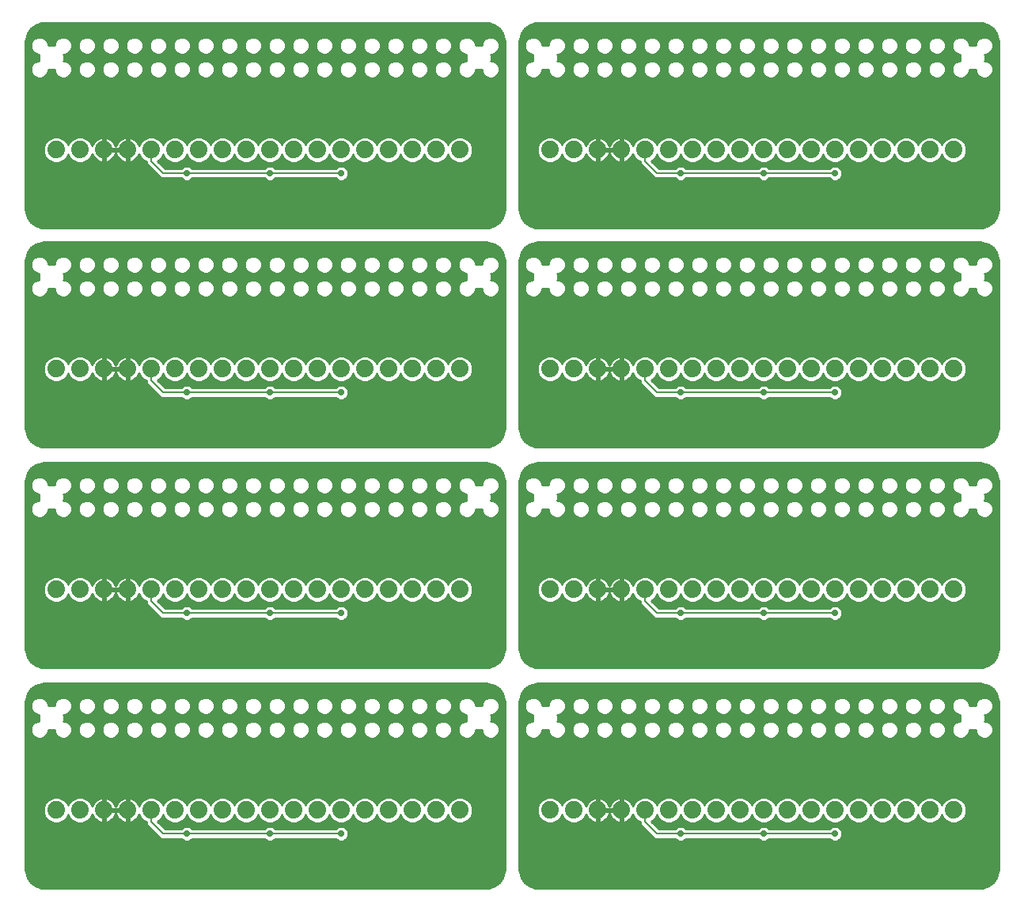
<source format=gbl>
G75*
%MOIN*%
%OFA0B0*%
%FSLAX25Y25*%
%IPPOS*%
%LPD*%
%AMOC8*
5,1,8,0,0,1.08239X$1,22.5*
%
%ADD10C,0.07400*%
%ADD11C,0.01000*%
%ADD12C,0.02900*%
%ADD13C,0.00700*%
D10*
X0118333Y0053333D03*
X0128333Y0053333D03*
X0138333Y0053333D03*
X0148333Y0053333D03*
X0158333Y0053333D03*
X0168333Y0053333D03*
X0178333Y0053333D03*
X0188333Y0053333D03*
X0198333Y0053333D03*
X0208333Y0053333D03*
X0218333Y0053333D03*
X0228333Y0053333D03*
X0238333Y0053333D03*
X0248333Y0053333D03*
X0258333Y0053333D03*
X0268333Y0053333D03*
X0278333Y0053333D03*
X0288333Y0053333D03*
X0326333Y0053333D03*
X0336333Y0053333D03*
X0346333Y0053333D03*
X0356333Y0053333D03*
X0366333Y0053333D03*
X0376333Y0053333D03*
X0386333Y0053333D03*
X0396333Y0053333D03*
X0406333Y0053333D03*
X0416333Y0053333D03*
X0426333Y0053333D03*
X0436333Y0053333D03*
X0446333Y0053333D03*
X0456333Y0053333D03*
X0466333Y0053333D03*
X0476333Y0053333D03*
X0486333Y0053333D03*
X0496333Y0053333D03*
X0496333Y0146333D03*
X0486333Y0146333D03*
X0476333Y0146333D03*
X0466333Y0146333D03*
X0456333Y0146333D03*
X0446333Y0146333D03*
X0436333Y0146333D03*
X0426333Y0146333D03*
X0416333Y0146333D03*
X0406333Y0146333D03*
X0396333Y0146333D03*
X0386333Y0146333D03*
X0376333Y0146333D03*
X0366333Y0146333D03*
X0356333Y0146333D03*
X0346333Y0146333D03*
X0336333Y0146333D03*
X0326333Y0146333D03*
X0288333Y0146333D03*
X0278333Y0146333D03*
X0268333Y0146333D03*
X0258333Y0146333D03*
X0248333Y0146333D03*
X0238333Y0146333D03*
X0228333Y0146333D03*
X0218333Y0146333D03*
X0208333Y0146333D03*
X0198333Y0146333D03*
X0188333Y0146333D03*
X0178333Y0146333D03*
X0168333Y0146333D03*
X0158333Y0146333D03*
X0148333Y0146333D03*
X0138333Y0146333D03*
X0128333Y0146333D03*
X0118333Y0146333D03*
X0118333Y0239333D03*
X0128333Y0239333D03*
X0138333Y0239333D03*
X0148333Y0239333D03*
X0158333Y0239333D03*
X0168333Y0239333D03*
X0178333Y0239333D03*
X0188333Y0239333D03*
X0198333Y0239333D03*
X0208333Y0239333D03*
X0218333Y0239333D03*
X0228333Y0239333D03*
X0238333Y0239333D03*
X0248333Y0239333D03*
X0258333Y0239333D03*
X0268333Y0239333D03*
X0278333Y0239333D03*
X0288333Y0239333D03*
X0326333Y0239333D03*
X0336333Y0239333D03*
X0346333Y0239333D03*
X0356333Y0239333D03*
X0366333Y0239333D03*
X0376333Y0239333D03*
X0386333Y0239333D03*
X0396333Y0239333D03*
X0406333Y0239333D03*
X0416333Y0239333D03*
X0426333Y0239333D03*
X0436333Y0239333D03*
X0446333Y0239333D03*
X0456333Y0239333D03*
X0466333Y0239333D03*
X0476333Y0239333D03*
X0486333Y0239333D03*
X0496333Y0239333D03*
X0496333Y0331680D03*
X0486333Y0331680D03*
X0476333Y0331680D03*
X0466333Y0331680D03*
X0456333Y0331680D03*
X0446333Y0331680D03*
X0436333Y0331680D03*
X0426333Y0331680D03*
X0416333Y0331680D03*
X0406333Y0331680D03*
X0396333Y0331680D03*
X0386333Y0331680D03*
X0376333Y0331680D03*
X0366333Y0331680D03*
X0356333Y0331680D03*
X0346333Y0331680D03*
X0336333Y0331680D03*
X0326333Y0331680D03*
X0288333Y0331680D03*
X0278333Y0331680D03*
X0268333Y0331680D03*
X0258333Y0331680D03*
X0248333Y0331680D03*
X0238333Y0331680D03*
X0228333Y0331680D03*
X0218333Y0331680D03*
X0208333Y0331680D03*
X0198333Y0331680D03*
X0188333Y0331680D03*
X0178333Y0331680D03*
X0168333Y0331680D03*
X0158333Y0331680D03*
X0148333Y0331680D03*
X0138333Y0331680D03*
X0128333Y0331680D03*
X0118333Y0331680D03*
D11*
X0105433Y0028378D02*
X0105557Y0027151D01*
X0106355Y0024811D01*
X0107818Y0022818D01*
X0109811Y0021355D01*
X0112151Y0020557D01*
X0113378Y0020433D01*
X0299288Y0020433D01*
X0300516Y0020557D01*
X0302855Y0021355D01*
X0304848Y0022818D01*
X0306311Y0024811D01*
X0307110Y0027151D01*
X0307233Y0028378D01*
X0307233Y0098788D01*
X0307110Y0100016D01*
X0306311Y0102355D01*
X0304848Y0104348D01*
X0302855Y0105811D01*
X0300516Y0106610D01*
X0299288Y0106733D01*
X0113378Y0106733D01*
X0112151Y0106610D01*
X0109811Y0105811D01*
X0107818Y0104348D01*
X0106355Y0102355D01*
X0105557Y0100016D01*
X0105433Y0098788D01*
X0105433Y0028378D01*
X0105439Y0028318D02*
X0307227Y0028318D01*
X0307233Y0029317D02*
X0105433Y0029317D01*
X0105433Y0030315D02*
X0307233Y0030315D01*
X0307233Y0031314D02*
X0105433Y0031314D01*
X0105433Y0032312D02*
X0307233Y0032312D01*
X0307233Y0033311D02*
X0105433Y0033311D01*
X0105433Y0034310D02*
X0307233Y0034310D01*
X0307233Y0035308D02*
X0105433Y0035308D01*
X0105433Y0036307D02*
X0307233Y0036307D01*
X0307233Y0037305D02*
X0105433Y0037305D01*
X0105433Y0038304D02*
X0307233Y0038304D01*
X0307233Y0039302D02*
X0105433Y0039302D01*
X0105433Y0040301D02*
X0172424Y0040301D01*
X0172707Y0040183D02*
X0173960Y0040183D01*
X0175118Y0040663D01*
X0175738Y0041283D01*
X0205929Y0041283D01*
X0206549Y0040663D01*
X0207707Y0040183D01*
X0208960Y0040183D01*
X0210118Y0040663D01*
X0210738Y0041283D01*
X0235929Y0041283D01*
X0236549Y0040663D01*
X0237707Y0040183D01*
X0238960Y0040183D01*
X0240118Y0040663D01*
X0241004Y0041549D01*
X0241483Y0042707D01*
X0241483Y0043960D01*
X0241004Y0045118D01*
X0240118Y0046004D01*
X0238960Y0046483D01*
X0237707Y0046483D01*
X0236549Y0046004D01*
X0235929Y0045383D01*
X0210738Y0045383D01*
X0210118Y0046004D01*
X0208960Y0046483D01*
X0207707Y0046483D01*
X0206549Y0046004D01*
X0205929Y0045383D01*
X0175738Y0045383D01*
X0175118Y0046004D01*
X0173960Y0046483D01*
X0172707Y0046483D01*
X0171549Y0046004D01*
X0170929Y0045383D01*
X0164182Y0045383D01*
X0160981Y0048585D01*
X0161392Y0048755D01*
X0162911Y0050274D01*
X0163333Y0051294D01*
X0163755Y0050274D01*
X0165274Y0048755D01*
X0167259Y0047933D01*
X0169407Y0047933D01*
X0171392Y0048755D01*
X0172911Y0050274D01*
X0173333Y0051294D01*
X0173755Y0050274D01*
X0175274Y0048755D01*
X0177259Y0047933D01*
X0179407Y0047933D01*
X0181392Y0048755D01*
X0182911Y0050274D01*
X0183333Y0051294D01*
X0183755Y0050274D01*
X0185274Y0048755D01*
X0187259Y0047933D01*
X0189407Y0047933D01*
X0191392Y0048755D01*
X0192911Y0050274D01*
X0193333Y0051294D01*
X0193755Y0050274D01*
X0195274Y0048755D01*
X0197259Y0047933D01*
X0199407Y0047933D01*
X0201392Y0048755D01*
X0202911Y0050274D01*
X0203333Y0051294D01*
X0203755Y0050274D01*
X0205274Y0048755D01*
X0207259Y0047933D01*
X0209407Y0047933D01*
X0211392Y0048755D01*
X0212911Y0050274D01*
X0213333Y0051294D01*
X0213755Y0050274D01*
X0215274Y0048755D01*
X0217259Y0047933D01*
X0219407Y0047933D01*
X0221392Y0048755D01*
X0222911Y0050274D01*
X0223333Y0051294D01*
X0223755Y0050274D01*
X0225274Y0048755D01*
X0227259Y0047933D01*
X0229407Y0047933D01*
X0231392Y0048755D01*
X0232911Y0050274D01*
X0233333Y0051294D01*
X0233755Y0050274D01*
X0235274Y0048755D01*
X0237259Y0047933D01*
X0239407Y0047933D01*
X0241392Y0048755D01*
X0242911Y0050274D01*
X0243333Y0051294D01*
X0243755Y0050274D01*
X0245274Y0048755D01*
X0247259Y0047933D01*
X0249407Y0047933D01*
X0251392Y0048755D01*
X0252911Y0050274D01*
X0253333Y0051294D01*
X0253755Y0050274D01*
X0255274Y0048755D01*
X0257259Y0047933D01*
X0259407Y0047933D01*
X0261392Y0048755D01*
X0262911Y0050274D01*
X0263333Y0051294D01*
X0263755Y0050274D01*
X0265274Y0048755D01*
X0267259Y0047933D01*
X0269407Y0047933D01*
X0271392Y0048755D01*
X0272911Y0050274D01*
X0273333Y0051294D01*
X0273755Y0050274D01*
X0275274Y0048755D01*
X0277259Y0047933D01*
X0279407Y0047933D01*
X0281392Y0048755D01*
X0282911Y0050274D01*
X0283333Y0051294D01*
X0283755Y0050274D01*
X0285274Y0048755D01*
X0287259Y0047933D01*
X0289407Y0047933D01*
X0291392Y0048755D01*
X0292911Y0050274D01*
X0293733Y0052259D01*
X0293733Y0054407D01*
X0292911Y0056392D01*
X0291392Y0057911D01*
X0289407Y0058733D01*
X0287259Y0058733D01*
X0285274Y0057911D01*
X0283755Y0056392D01*
X0283333Y0055373D01*
X0282911Y0056392D01*
X0281392Y0057911D01*
X0279407Y0058733D01*
X0277259Y0058733D01*
X0275274Y0057911D01*
X0273755Y0056392D01*
X0273333Y0055373D01*
X0272911Y0056392D01*
X0271392Y0057911D01*
X0269407Y0058733D01*
X0267259Y0058733D01*
X0265274Y0057911D01*
X0263755Y0056392D01*
X0263333Y0055373D01*
X0262911Y0056392D01*
X0261392Y0057911D01*
X0259407Y0058733D01*
X0257259Y0058733D01*
X0255274Y0057911D01*
X0253755Y0056392D01*
X0253333Y0055373D01*
X0252911Y0056392D01*
X0251392Y0057911D01*
X0249407Y0058733D01*
X0247259Y0058733D01*
X0245274Y0057911D01*
X0243755Y0056392D01*
X0243333Y0055373D01*
X0242911Y0056392D01*
X0241392Y0057911D01*
X0239407Y0058733D01*
X0237259Y0058733D01*
X0235274Y0057911D01*
X0233755Y0056392D01*
X0233333Y0055373D01*
X0232911Y0056392D01*
X0231392Y0057911D01*
X0229407Y0058733D01*
X0227259Y0058733D01*
X0225274Y0057911D01*
X0223755Y0056392D01*
X0223333Y0055373D01*
X0222911Y0056392D01*
X0221392Y0057911D01*
X0219407Y0058733D01*
X0217259Y0058733D01*
X0215274Y0057911D01*
X0213755Y0056392D01*
X0213333Y0055373D01*
X0212911Y0056392D01*
X0211392Y0057911D01*
X0209407Y0058733D01*
X0207259Y0058733D01*
X0205274Y0057911D01*
X0203755Y0056392D01*
X0203333Y0055373D01*
X0202911Y0056392D01*
X0201392Y0057911D01*
X0199407Y0058733D01*
X0197259Y0058733D01*
X0195274Y0057911D01*
X0193755Y0056392D01*
X0193333Y0055373D01*
X0192911Y0056392D01*
X0191392Y0057911D01*
X0189407Y0058733D01*
X0187259Y0058733D01*
X0185274Y0057911D01*
X0183755Y0056392D01*
X0183333Y0055373D01*
X0182911Y0056392D01*
X0181392Y0057911D01*
X0179407Y0058733D01*
X0177259Y0058733D01*
X0175274Y0057911D01*
X0173755Y0056392D01*
X0173333Y0055373D01*
X0172911Y0056392D01*
X0171392Y0057911D01*
X0169407Y0058733D01*
X0167259Y0058733D01*
X0165274Y0057911D01*
X0163755Y0056392D01*
X0163333Y0055373D01*
X0162911Y0056392D01*
X0161392Y0057911D01*
X0159407Y0058733D01*
X0157259Y0058733D01*
X0155274Y0057911D01*
X0153755Y0056392D01*
X0153224Y0055109D01*
X0153152Y0055329D01*
X0152781Y0056059D01*
X0152300Y0056721D01*
X0151721Y0057300D01*
X0151059Y0057781D01*
X0150329Y0058152D01*
X0149551Y0058405D01*
X0148833Y0058519D01*
X0148833Y0053833D01*
X0147833Y0053833D01*
X0147833Y0052833D01*
X0148833Y0052833D01*
X0148833Y0048148D01*
X0149551Y0048261D01*
X0150329Y0048514D01*
X0151059Y0048886D01*
X0151721Y0049367D01*
X0152300Y0049946D01*
X0152781Y0050608D01*
X0153152Y0051337D01*
X0153224Y0051558D01*
X0153755Y0050274D01*
X0155274Y0048755D01*
X0156283Y0048338D01*
X0156283Y0047484D01*
X0157484Y0046283D01*
X0162484Y0041283D01*
X0170929Y0041283D01*
X0171549Y0040663D01*
X0172707Y0040183D01*
X0174243Y0040301D02*
X0207424Y0040301D01*
X0209243Y0040301D02*
X0237424Y0040301D01*
X0239243Y0040301D02*
X0307233Y0040301D01*
X0307233Y0041299D02*
X0240754Y0041299D01*
X0241314Y0042298D02*
X0307233Y0042298D01*
X0307233Y0043296D02*
X0241483Y0043296D01*
X0241345Y0044295D02*
X0307233Y0044295D01*
X0307233Y0045293D02*
X0240828Y0045293D01*
X0239423Y0046292D02*
X0307233Y0046292D01*
X0307233Y0047290D02*
X0162276Y0047290D01*
X0163274Y0046292D02*
X0172244Y0046292D01*
X0174423Y0046292D02*
X0207244Y0046292D01*
X0206401Y0048289D02*
X0200265Y0048289D01*
X0201924Y0049287D02*
X0204743Y0049287D01*
X0203751Y0050286D02*
X0202916Y0050286D01*
X0203329Y0051284D02*
X0203337Y0051284D01*
X0203708Y0056277D02*
X0202959Y0056277D01*
X0202028Y0057275D02*
X0204639Y0057275D01*
X0206150Y0058274D02*
X0200517Y0058274D01*
X0196150Y0058274D02*
X0190517Y0058274D01*
X0192028Y0057275D02*
X0194639Y0057275D01*
X0193708Y0056277D02*
X0192959Y0056277D01*
X0193329Y0051284D02*
X0193337Y0051284D01*
X0193751Y0050286D02*
X0192916Y0050286D01*
X0191924Y0049287D02*
X0194743Y0049287D01*
X0196401Y0048289D02*
X0190265Y0048289D01*
X0186401Y0048289D02*
X0180265Y0048289D01*
X0181924Y0049287D02*
X0184743Y0049287D01*
X0183751Y0050286D02*
X0182916Y0050286D01*
X0183329Y0051284D02*
X0183337Y0051284D01*
X0183708Y0056277D02*
X0182959Y0056277D01*
X0182028Y0057275D02*
X0184639Y0057275D01*
X0186150Y0058274D02*
X0180517Y0058274D01*
X0176150Y0058274D02*
X0170517Y0058274D01*
X0172028Y0057275D02*
X0174639Y0057275D01*
X0173708Y0056277D02*
X0172959Y0056277D01*
X0173329Y0051284D02*
X0173337Y0051284D01*
X0173751Y0050286D02*
X0172916Y0050286D01*
X0171924Y0049287D02*
X0174743Y0049287D01*
X0176401Y0048289D02*
X0170265Y0048289D01*
X0166401Y0048289D02*
X0161277Y0048289D01*
X0161924Y0049287D02*
X0164743Y0049287D01*
X0163751Y0050286D02*
X0162916Y0050286D01*
X0163329Y0051284D02*
X0163337Y0051284D01*
X0163708Y0056277D02*
X0162959Y0056277D01*
X0162028Y0057275D02*
X0164639Y0057275D01*
X0166150Y0058274D02*
X0160517Y0058274D01*
X0156150Y0058274D02*
X0149956Y0058274D01*
X0148833Y0058274D02*
X0147833Y0058274D01*
X0147833Y0058519D02*
X0147116Y0058405D01*
X0146337Y0058152D01*
X0145608Y0057781D01*
X0144946Y0057300D01*
X0144367Y0056721D01*
X0143886Y0056059D01*
X0143514Y0055329D01*
X0143333Y0054772D01*
X0143152Y0055329D01*
X0142781Y0056059D01*
X0142300Y0056721D01*
X0141721Y0057300D01*
X0141059Y0057781D01*
X0140329Y0058152D01*
X0139551Y0058405D01*
X0138833Y0058519D01*
X0138833Y0053833D01*
X0137833Y0053833D01*
X0137833Y0058519D01*
X0137116Y0058405D01*
X0136337Y0058152D01*
X0135608Y0057781D01*
X0134946Y0057300D01*
X0134367Y0056721D01*
X0133886Y0056059D01*
X0133514Y0055329D01*
X0133443Y0055109D01*
X0132911Y0056392D01*
X0131392Y0057911D01*
X0129407Y0058733D01*
X0127259Y0058733D01*
X0125274Y0057911D01*
X0123755Y0056392D01*
X0123333Y0055373D01*
X0122911Y0056392D01*
X0121392Y0057911D01*
X0119407Y0058733D01*
X0117259Y0058733D01*
X0115274Y0057911D01*
X0113755Y0056392D01*
X0112933Y0054407D01*
X0112933Y0052259D01*
X0113755Y0050274D01*
X0115274Y0048755D01*
X0117259Y0047933D01*
X0119407Y0047933D01*
X0121392Y0048755D01*
X0122911Y0050274D01*
X0123333Y0051294D01*
X0123755Y0050274D01*
X0125274Y0048755D01*
X0127259Y0047933D01*
X0129407Y0047933D01*
X0131392Y0048755D01*
X0132911Y0050274D01*
X0133443Y0051558D01*
X0133514Y0051337D01*
X0133886Y0050608D01*
X0134367Y0049946D01*
X0134946Y0049367D01*
X0135608Y0048886D01*
X0136337Y0048514D01*
X0137116Y0048261D01*
X0137833Y0048148D01*
X0137833Y0052833D01*
X0138833Y0052833D01*
X0138833Y0048148D01*
X0139551Y0048261D01*
X0140329Y0048514D01*
X0141059Y0048886D01*
X0141721Y0049367D01*
X0142300Y0049946D01*
X0142781Y0050608D01*
X0143152Y0051337D01*
X0143333Y0051894D01*
X0143514Y0051337D01*
X0143886Y0050608D01*
X0144367Y0049946D01*
X0144946Y0049367D01*
X0145608Y0048886D01*
X0146337Y0048514D01*
X0147116Y0048261D01*
X0147833Y0048148D01*
X0147833Y0052833D01*
X0143148Y0052833D01*
X0138833Y0052833D01*
X0138833Y0053833D01*
X0147833Y0053833D01*
X0147833Y0058519D01*
X0146711Y0058274D02*
X0139956Y0058274D01*
X0138833Y0058274D02*
X0137833Y0058274D01*
X0137833Y0057275D02*
X0138833Y0057275D01*
X0138833Y0056277D02*
X0137833Y0056277D01*
X0137833Y0055278D02*
X0138833Y0055278D01*
X0138833Y0054280D02*
X0137833Y0054280D01*
X0138833Y0053281D02*
X0147833Y0053281D01*
X0147833Y0052283D02*
X0148833Y0052283D01*
X0148833Y0051284D02*
X0147833Y0051284D01*
X0147833Y0050286D02*
X0148833Y0050286D01*
X0148833Y0049287D02*
X0147833Y0049287D01*
X0147833Y0048289D02*
X0148833Y0048289D01*
X0149635Y0048289D02*
X0156283Y0048289D01*
X0156477Y0047290D02*
X0105433Y0047290D01*
X0105433Y0046292D02*
X0157476Y0046292D01*
X0158474Y0045293D02*
X0105433Y0045293D01*
X0105433Y0044295D02*
X0159473Y0044295D01*
X0160471Y0043296D02*
X0105433Y0043296D01*
X0105433Y0042298D02*
X0161470Y0042298D01*
X0162468Y0041299D02*
X0105433Y0041299D01*
X0105433Y0048289D02*
X0116401Y0048289D01*
X0114743Y0049287D02*
X0105433Y0049287D01*
X0105433Y0050286D02*
X0113751Y0050286D01*
X0113337Y0051284D02*
X0105433Y0051284D01*
X0105433Y0052283D02*
X0112933Y0052283D01*
X0112933Y0053281D02*
X0105433Y0053281D01*
X0105433Y0054280D02*
X0112933Y0054280D01*
X0113294Y0055278D02*
X0105433Y0055278D01*
X0105433Y0056277D02*
X0113708Y0056277D01*
X0114639Y0057275D02*
X0105433Y0057275D01*
X0105433Y0058274D02*
X0116150Y0058274D01*
X0120517Y0058274D02*
X0126150Y0058274D01*
X0124639Y0057275D02*
X0122028Y0057275D01*
X0122959Y0056277D02*
X0123708Y0056277D01*
X0123337Y0051284D02*
X0123329Y0051284D01*
X0122916Y0050286D02*
X0123751Y0050286D01*
X0124743Y0049287D02*
X0121924Y0049287D01*
X0120265Y0048289D02*
X0126401Y0048289D01*
X0130265Y0048289D02*
X0137032Y0048289D01*
X0137833Y0048289D02*
X0138833Y0048289D01*
X0139635Y0048289D02*
X0147032Y0048289D01*
X0145056Y0049287D02*
X0141611Y0049287D01*
X0142547Y0050286D02*
X0144120Y0050286D01*
X0143541Y0051284D02*
X0143125Y0051284D01*
X0143169Y0055278D02*
X0143498Y0055278D01*
X0144044Y0056277D02*
X0142622Y0056277D01*
X0141745Y0057275D02*
X0144921Y0057275D01*
X0147833Y0057275D02*
X0148833Y0057275D01*
X0148833Y0056277D02*
X0147833Y0056277D01*
X0147833Y0055278D02*
X0148833Y0055278D01*
X0148833Y0054280D02*
X0147833Y0054280D01*
X0151745Y0057275D02*
X0154639Y0057275D01*
X0153708Y0056277D02*
X0152622Y0056277D01*
X0153169Y0055278D02*
X0153294Y0055278D01*
X0153337Y0051284D02*
X0153125Y0051284D01*
X0152547Y0050286D02*
X0153751Y0050286D01*
X0154743Y0049287D02*
X0151611Y0049287D01*
X0138833Y0049287D02*
X0137833Y0049287D01*
X0137833Y0050286D02*
X0138833Y0050286D01*
X0138833Y0051284D02*
X0137833Y0051284D01*
X0137833Y0052283D02*
X0138833Y0052283D01*
X0135056Y0049287D02*
X0131924Y0049287D01*
X0132916Y0050286D02*
X0134120Y0050286D01*
X0133541Y0051284D02*
X0133329Y0051284D01*
X0133373Y0055278D02*
X0133498Y0055278D01*
X0132959Y0056277D02*
X0134044Y0056277D01*
X0134921Y0057275D02*
X0132028Y0057275D01*
X0130517Y0058274D02*
X0136711Y0058274D01*
X0140549Y0083523D02*
X0142024Y0083523D01*
X0143386Y0084088D01*
X0144429Y0085131D01*
X0144994Y0086493D01*
X0144994Y0087969D01*
X0144429Y0089331D01*
X0143386Y0090374D01*
X0142024Y0090939D01*
X0140549Y0090939D01*
X0139186Y0090374D01*
X0138143Y0089331D01*
X0137578Y0087969D01*
X0137578Y0086493D01*
X0138143Y0085131D01*
X0139186Y0084088D01*
X0140549Y0083523D01*
X0139038Y0084235D02*
X0133534Y0084235D01*
X0133386Y0084088D02*
X0134429Y0085131D01*
X0134994Y0086493D01*
X0134994Y0087969D01*
X0134429Y0089331D01*
X0133386Y0090374D01*
X0132024Y0090939D01*
X0130549Y0090939D01*
X0129186Y0090374D01*
X0128143Y0089331D01*
X0127578Y0087969D01*
X0127578Y0086493D01*
X0128143Y0085131D01*
X0129186Y0084088D01*
X0130549Y0083523D01*
X0132024Y0083523D01*
X0133386Y0084088D01*
X0134472Y0085234D02*
X0138100Y0085234D01*
X0137686Y0086232D02*
X0134886Y0086232D01*
X0134994Y0087231D02*
X0137578Y0087231D01*
X0137686Y0088229D02*
X0134886Y0088229D01*
X0134472Y0089228D02*
X0138100Y0089228D01*
X0139038Y0090226D02*
X0133535Y0090226D01*
X0132024Y0093523D02*
X0133386Y0094088D01*
X0134429Y0095131D01*
X0134994Y0096493D01*
X0134994Y0097969D01*
X0134429Y0099331D01*
X0133386Y0100374D01*
X0132024Y0100939D01*
X0130549Y0100939D01*
X0129186Y0100374D01*
X0128143Y0099331D01*
X0127578Y0097969D01*
X0127578Y0096493D01*
X0128143Y0095131D01*
X0129186Y0094088D01*
X0130549Y0093523D01*
X0132024Y0093523D01*
X0133519Y0094220D02*
X0139053Y0094220D01*
X0139186Y0094088D02*
X0140549Y0093523D01*
X0142024Y0093523D01*
X0143386Y0094088D01*
X0144429Y0095131D01*
X0144994Y0096493D01*
X0144994Y0097969D01*
X0144429Y0099331D01*
X0143386Y0100374D01*
X0142024Y0100939D01*
X0140549Y0100939D01*
X0139186Y0100374D01*
X0138143Y0099331D01*
X0137578Y0097969D01*
X0137578Y0096493D01*
X0138143Y0095131D01*
X0139186Y0094088D01*
X0138106Y0095219D02*
X0134466Y0095219D01*
X0134880Y0096217D02*
X0137693Y0096217D01*
X0137578Y0097216D02*
X0134994Y0097216D01*
X0134892Y0098214D02*
X0137680Y0098214D01*
X0138094Y0099213D02*
X0134479Y0099213D01*
X0133549Y0100211D02*
X0139023Y0100211D01*
X0143549Y0100211D02*
X0149023Y0100211D01*
X0149186Y0100374D02*
X0148143Y0099331D01*
X0147578Y0097969D01*
X0147578Y0096493D01*
X0148143Y0095131D01*
X0149186Y0094088D01*
X0150549Y0093523D01*
X0152024Y0093523D01*
X0153386Y0094088D01*
X0154429Y0095131D01*
X0154994Y0096493D01*
X0154994Y0097969D01*
X0154429Y0099331D01*
X0153386Y0100374D01*
X0152024Y0100939D01*
X0150549Y0100939D01*
X0149186Y0100374D01*
X0148094Y0099213D02*
X0144479Y0099213D01*
X0144892Y0098214D02*
X0147680Y0098214D01*
X0147578Y0097216D02*
X0144994Y0097216D01*
X0144880Y0096217D02*
X0147693Y0096217D01*
X0148106Y0095219D02*
X0144466Y0095219D01*
X0143519Y0094220D02*
X0149053Y0094220D01*
X0150549Y0090939D02*
X0149186Y0090374D01*
X0148143Y0089331D01*
X0147578Y0087969D01*
X0147578Y0086493D01*
X0148143Y0085131D01*
X0149186Y0084088D01*
X0150549Y0083523D01*
X0152024Y0083523D01*
X0153386Y0084088D01*
X0154429Y0085131D01*
X0154994Y0086493D01*
X0154994Y0087969D01*
X0154429Y0089331D01*
X0153386Y0090374D01*
X0152024Y0090939D01*
X0150549Y0090939D01*
X0149038Y0090226D02*
X0143535Y0090226D01*
X0144472Y0089228D02*
X0148100Y0089228D01*
X0147686Y0088229D02*
X0144886Y0088229D01*
X0144994Y0087231D02*
X0147578Y0087231D01*
X0147686Y0086232D02*
X0144886Y0086232D01*
X0144472Y0085234D02*
X0148100Y0085234D01*
X0149038Y0084235D02*
X0143534Y0084235D01*
X0153534Y0084235D02*
X0159038Y0084235D01*
X0159186Y0084088D02*
X0160549Y0083523D01*
X0162024Y0083523D01*
X0163386Y0084088D01*
X0164429Y0085131D01*
X0164994Y0086493D01*
X0164994Y0087969D01*
X0164429Y0089331D01*
X0163386Y0090374D01*
X0162024Y0090939D01*
X0160549Y0090939D01*
X0159186Y0090374D01*
X0158143Y0089331D01*
X0157578Y0087969D01*
X0157578Y0086493D01*
X0158143Y0085131D01*
X0159186Y0084088D01*
X0158100Y0085234D02*
X0154472Y0085234D01*
X0154886Y0086232D02*
X0157686Y0086232D01*
X0157578Y0087231D02*
X0154994Y0087231D01*
X0154886Y0088229D02*
X0157686Y0088229D01*
X0158100Y0089228D02*
X0154472Y0089228D01*
X0153535Y0090226D02*
X0159038Y0090226D01*
X0160549Y0093523D02*
X0162024Y0093523D01*
X0163386Y0094088D01*
X0164429Y0095131D01*
X0164994Y0096493D01*
X0164994Y0097969D01*
X0164429Y0099331D01*
X0163386Y0100374D01*
X0162024Y0100939D01*
X0160549Y0100939D01*
X0159186Y0100374D01*
X0158143Y0099331D01*
X0157578Y0097969D01*
X0157578Y0096493D01*
X0158143Y0095131D01*
X0159186Y0094088D01*
X0160549Y0093523D01*
X0159053Y0094220D02*
X0153519Y0094220D01*
X0154466Y0095219D02*
X0158106Y0095219D01*
X0157693Y0096217D02*
X0154880Y0096217D01*
X0154994Y0097216D02*
X0157578Y0097216D01*
X0157680Y0098214D02*
X0154892Y0098214D01*
X0154479Y0099213D02*
X0158094Y0099213D01*
X0159023Y0100211D02*
X0153549Y0100211D01*
X0163549Y0100211D02*
X0169023Y0100211D01*
X0169186Y0100374D02*
X0168143Y0099331D01*
X0167578Y0097969D01*
X0167578Y0096493D01*
X0168143Y0095131D01*
X0169186Y0094088D01*
X0170549Y0093523D01*
X0172024Y0093523D01*
X0173386Y0094088D01*
X0174429Y0095131D01*
X0174994Y0096493D01*
X0174994Y0097969D01*
X0174429Y0099331D01*
X0173386Y0100374D01*
X0172024Y0100939D01*
X0170549Y0100939D01*
X0169186Y0100374D01*
X0168094Y0099213D02*
X0164479Y0099213D01*
X0164892Y0098214D02*
X0167680Y0098214D01*
X0167578Y0097216D02*
X0164994Y0097216D01*
X0164880Y0096217D02*
X0167693Y0096217D01*
X0168106Y0095219D02*
X0164466Y0095219D01*
X0163519Y0094220D02*
X0169053Y0094220D01*
X0170549Y0090939D02*
X0169186Y0090374D01*
X0168143Y0089331D01*
X0167578Y0087969D01*
X0167578Y0086493D01*
X0168143Y0085131D01*
X0169186Y0084088D01*
X0170549Y0083523D01*
X0172024Y0083523D01*
X0173386Y0084088D01*
X0174429Y0085131D01*
X0174994Y0086493D01*
X0174994Y0087969D01*
X0174429Y0089331D01*
X0173386Y0090374D01*
X0172024Y0090939D01*
X0170549Y0090939D01*
X0169038Y0090226D02*
X0163535Y0090226D01*
X0164472Y0089228D02*
X0168100Y0089228D01*
X0167686Y0088229D02*
X0164886Y0088229D01*
X0164994Y0087231D02*
X0167578Y0087231D01*
X0167686Y0086232D02*
X0164886Y0086232D01*
X0164472Y0085234D02*
X0168100Y0085234D01*
X0169038Y0084235D02*
X0163534Y0084235D01*
X0173534Y0084235D02*
X0179038Y0084235D01*
X0179186Y0084088D02*
X0180549Y0083523D01*
X0182024Y0083523D01*
X0183386Y0084088D01*
X0184429Y0085131D01*
X0184994Y0086493D01*
X0184994Y0087969D01*
X0184429Y0089331D01*
X0183386Y0090374D01*
X0182024Y0090939D01*
X0180549Y0090939D01*
X0179186Y0090374D01*
X0178143Y0089331D01*
X0177578Y0087969D01*
X0177578Y0086493D01*
X0178143Y0085131D01*
X0179186Y0084088D01*
X0178100Y0085234D02*
X0174472Y0085234D01*
X0174886Y0086232D02*
X0177686Y0086232D01*
X0177578Y0087231D02*
X0174994Y0087231D01*
X0174886Y0088229D02*
X0177686Y0088229D01*
X0178100Y0089228D02*
X0174472Y0089228D01*
X0173535Y0090226D02*
X0179038Y0090226D01*
X0180549Y0093523D02*
X0182024Y0093523D01*
X0183386Y0094088D01*
X0184429Y0095131D01*
X0184994Y0096493D01*
X0184994Y0097969D01*
X0184429Y0099331D01*
X0183386Y0100374D01*
X0182024Y0100939D01*
X0180549Y0100939D01*
X0179186Y0100374D01*
X0178143Y0099331D01*
X0177578Y0097969D01*
X0177578Y0096493D01*
X0178143Y0095131D01*
X0179186Y0094088D01*
X0180549Y0093523D01*
X0179053Y0094220D02*
X0173519Y0094220D01*
X0174466Y0095219D02*
X0178106Y0095219D01*
X0177693Y0096217D02*
X0174880Y0096217D01*
X0174994Y0097216D02*
X0177578Y0097216D01*
X0177680Y0098214D02*
X0174892Y0098214D01*
X0174479Y0099213D02*
X0178094Y0099213D01*
X0179023Y0100211D02*
X0173549Y0100211D01*
X0183549Y0100211D02*
X0189023Y0100211D01*
X0189186Y0100374D02*
X0188143Y0099331D01*
X0187578Y0097969D01*
X0187578Y0096493D01*
X0188143Y0095131D01*
X0189186Y0094088D01*
X0190549Y0093523D01*
X0192024Y0093523D01*
X0193386Y0094088D01*
X0194429Y0095131D01*
X0194994Y0096493D01*
X0194994Y0097969D01*
X0194429Y0099331D01*
X0193386Y0100374D01*
X0192024Y0100939D01*
X0190549Y0100939D01*
X0189186Y0100374D01*
X0188094Y0099213D02*
X0184479Y0099213D01*
X0184892Y0098214D02*
X0187680Y0098214D01*
X0187578Y0097216D02*
X0184994Y0097216D01*
X0184880Y0096217D02*
X0187693Y0096217D01*
X0188106Y0095219D02*
X0184466Y0095219D01*
X0183519Y0094220D02*
X0189053Y0094220D01*
X0190549Y0090939D02*
X0189186Y0090374D01*
X0188143Y0089331D01*
X0187578Y0087969D01*
X0187578Y0086493D01*
X0188143Y0085131D01*
X0189186Y0084088D01*
X0190549Y0083523D01*
X0192024Y0083523D01*
X0193386Y0084088D01*
X0194429Y0085131D01*
X0194994Y0086493D01*
X0194994Y0087969D01*
X0194429Y0089331D01*
X0193386Y0090374D01*
X0192024Y0090939D01*
X0190549Y0090939D01*
X0189038Y0090226D02*
X0183535Y0090226D01*
X0184472Y0089228D02*
X0188100Y0089228D01*
X0187686Y0088229D02*
X0184886Y0088229D01*
X0184994Y0087231D02*
X0187578Y0087231D01*
X0187686Y0086232D02*
X0184886Y0086232D01*
X0184472Y0085234D02*
X0188100Y0085234D01*
X0189038Y0084235D02*
X0183534Y0084235D01*
X0193534Y0084235D02*
X0199038Y0084235D01*
X0199186Y0084088D02*
X0200549Y0083523D01*
X0202024Y0083523D01*
X0203386Y0084088D01*
X0204429Y0085131D01*
X0204994Y0086493D01*
X0204994Y0087969D01*
X0204429Y0089331D01*
X0203386Y0090374D01*
X0202024Y0090939D01*
X0200549Y0090939D01*
X0199186Y0090374D01*
X0198143Y0089331D01*
X0197578Y0087969D01*
X0197578Y0086493D01*
X0198143Y0085131D01*
X0199186Y0084088D01*
X0198100Y0085234D02*
X0194472Y0085234D01*
X0194886Y0086232D02*
X0197686Y0086232D01*
X0197578Y0087231D02*
X0194994Y0087231D01*
X0194886Y0088229D02*
X0197686Y0088229D01*
X0198100Y0089228D02*
X0194472Y0089228D01*
X0193535Y0090226D02*
X0199038Y0090226D01*
X0200549Y0093523D02*
X0199186Y0094088D01*
X0198143Y0095131D01*
X0197578Y0096493D01*
X0197578Y0097969D01*
X0198143Y0099331D01*
X0199186Y0100374D01*
X0200549Y0100939D01*
X0202024Y0100939D01*
X0203386Y0100374D01*
X0204429Y0099331D01*
X0204994Y0097969D01*
X0204994Y0096493D01*
X0204429Y0095131D01*
X0203386Y0094088D01*
X0202024Y0093523D01*
X0200549Y0093523D01*
X0199053Y0094220D02*
X0193519Y0094220D01*
X0194466Y0095219D02*
X0198106Y0095219D01*
X0197693Y0096217D02*
X0194880Y0096217D01*
X0194994Y0097216D02*
X0197578Y0097216D01*
X0197680Y0098214D02*
X0194892Y0098214D01*
X0194479Y0099213D02*
X0198094Y0099213D01*
X0199023Y0100211D02*
X0193549Y0100211D01*
X0203549Y0100211D02*
X0209023Y0100211D01*
X0209186Y0100374D02*
X0208143Y0099331D01*
X0207578Y0097969D01*
X0207578Y0096493D01*
X0208143Y0095131D01*
X0209186Y0094088D01*
X0210549Y0093523D01*
X0212024Y0093523D01*
X0213386Y0094088D01*
X0214429Y0095131D01*
X0214994Y0096493D01*
X0214994Y0097969D01*
X0214429Y0099331D01*
X0213386Y0100374D01*
X0212024Y0100939D01*
X0210549Y0100939D01*
X0209186Y0100374D01*
X0208094Y0099213D02*
X0204479Y0099213D01*
X0204892Y0098214D02*
X0207680Y0098214D01*
X0207578Y0097216D02*
X0204994Y0097216D01*
X0204880Y0096217D02*
X0207693Y0096217D01*
X0208106Y0095219D02*
X0204466Y0095219D01*
X0203519Y0094220D02*
X0209053Y0094220D01*
X0210549Y0090939D02*
X0209186Y0090374D01*
X0208143Y0089331D01*
X0207578Y0087969D01*
X0207578Y0086493D01*
X0208143Y0085131D01*
X0209186Y0084088D01*
X0210549Y0083523D01*
X0212024Y0083523D01*
X0213386Y0084088D01*
X0214429Y0085131D01*
X0214994Y0086493D01*
X0214994Y0087969D01*
X0214429Y0089331D01*
X0213386Y0090374D01*
X0212024Y0090939D01*
X0210549Y0090939D01*
X0209038Y0090226D02*
X0203535Y0090226D01*
X0204472Y0089228D02*
X0208100Y0089228D01*
X0207686Y0088229D02*
X0204886Y0088229D01*
X0204994Y0087231D02*
X0207578Y0087231D01*
X0207686Y0086232D02*
X0204886Y0086232D01*
X0204472Y0085234D02*
X0208100Y0085234D01*
X0209038Y0084235D02*
X0203534Y0084235D01*
X0213534Y0084235D02*
X0219038Y0084235D01*
X0219186Y0084088D02*
X0220549Y0083523D01*
X0222024Y0083523D01*
X0223386Y0084088D01*
X0224429Y0085131D01*
X0224994Y0086493D01*
X0224994Y0087969D01*
X0224429Y0089331D01*
X0223386Y0090374D01*
X0222024Y0090939D01*
X0220549Y0090939D01*
X0219186Y0090374D01*
X0218143Y0089331D01*
X0217578Y0087969D01*
X0217578Y0086493D01*
X0218143Y0085131D01*
X0219186Y0084088D01*
X0218100Y0085234D02*
X0214472Y0085234D01*
X0214886Y0086232D02*
X0217686Y0086232D01*
X0217578Y0087231D02*
X0214994Y0087231D01*
X0214886Y0088229D02*
X0217686Y0088229D01*
X0218100Y0089228D02*
X0214472Y0089228D01*
X0213535Y0090226D02*
X0219038Y0090226D01*
X0220549Y0093523D02*
X0222024Y0093523D01*
X0223386Y0094088D01*
X0224429Y0095131D01*
X0224994Y0096493D01*
X0224994Y0097969D01*
X0224429Y0099331D01*
X0223386Y0100374D01*
X0222024Y0100939D01*
X0220549Y0100939D01*
X0219186Y0100374D01*
X0218143Y0099331D01*
X0217578Y0097969D01*
X0217578Y0096493D01*
X0218143Y0095131D01*
X0219186Y0094088D01*
X0220549Y0093523D01*
X0219053Y0094220D02*
X0213519Y0094220D01*
X0214466Y0095219D02*
X0218106Y0095219D01*
X0217693Y0096217D02*
X0214880Y0096217D01*
X0214994Y0097216D02*
X0217578Y0097216D01*
X0217680Y0098214D02*
X0214892Y0098214D01*
X0214479Y0099213D02*
X0218094Y0099213D01*
X0219023Y0100211D02*
X0213549Y0100211D01*
X0223549Y0100211D02*
X0229023Y0100211D01*
X0229186Y0100374D02*
X0228143Y0099331D01*
X0227578Y0097969D01*
X0227578Y0096493D01*
X0228143Y0095131D01*
X0229186Y0094088D01*
X0230549Y0093523D01*
X0232024Y0093523D01*
X0233386Y0094088D01*
X0234429Y0095131D01*
X0234994Y0096493D01*
X0234994Y0097969D01*
X0234429Y0099331D01*
X0233386Y0100374D01*
X0232024Y0100939D01*
X0230549Y0100939D01*
X0229186Y0100374D01*
X0228094Y0099213D02*
X0224479Y0099213D01*
X0224892Y0098214D02*
X0227680Y0098214D01*
X0227578Y0097216D02*
X0224994Y0097216D01*
X0224880Y0096217D02*
X0227693Y0096217D01*
X0228106Y0095219D02*
X0224466Y0095219D01*
X0223519Y0094220D02*
X0229053Y0094220D01*
X0230549Y0090939D02*
X0229186Y0090374D01*
X0228143Y0089331D01*
X0227578Y0087969D01*
X0227578Y0086493D01*
X0228143Y0085131D01*
X0229186Y0084088D01*
X0230549Y0083523D01*
X0232024Y0083523D01*
X0233386Y0084088D01*
X0234429Y0085131D01*
X0234994Y0086493D01*
X0234994Y0087969D01*
X0234429Y0089331D01*
X0233386Y0090374D01*
X0232024Y0090939D01*
X0230549Y0090939D01*
X0229038Y0090226D02*
X0223535Y0090226D01*
X0224472Y0089228D02*
X0228100Y0089228D01*
X0227686Y0088229D02*
X0224886Y0088229D01*
X0224994Y0087231D02*
X0227578Y0087231D01*
X0227686Y0086232D02*
X0224886Y0086232D01*
X0224472Y0085234D02*
X0228100Y0085234D01*
X0229038Y0084235D02*
X0223534Y0084235D01*
X0233534Y0084235D02*
X0239038Y0084235D01*
X0239186Y0084088D02*
X0240549Y0083523D01*
X0242024Y0083523D01*
X0243386Y0084088D01*
X0244429Y0085131D01*
X0244994Y0086493D01*
X0244994Y0087969D01*
X0244429Y0089331D01*
X0243386Y0090374D01*
X0242024Y0090939D01*
X0240549Y0090939D01*
X0239186Y0090374D01*
X0238143Y0089331D01*
X0237578Y0087969D01*
X0237578Y0086493D01*
X0238143Y0085131D01*
X0239186Y0084088D01*
X0238100Y0085234D02*
X0234472Y0085234D01*
X0234886Y0086232D02*
X0237686Y0086232D01*
X0237578Y0087231D02*
X0234994Y0087231D01*
X0234886Y0088229D02*
X0237686Y0088229D01*
X0238100Y0089228D02*
X0234472Y0089228D01*
X0233535Y0090226D02*
X0239038Y0090226D01*
X0240549Y0093523D02*
X0242024Y0093523D01*
X0243386Y0094088D01*
X0244429Y0095131D01*
X0244994Y0096493D01*
X0244994Y0097969D01*
X0244429Y0099331D01*
X0243386Y0100374D01*
X0242024Y0100939D01*
X0240549Y0100939D01*
X0239186Y0100374D01*
X0238143Y0099331D01*
X0237578Y0097969D01*
X0237578Y0096493D01*
X0238143Y0095131D01*
X0239186Y0094088D01*
X0240549Y0093523D01*
X0239053Y0094220D02*
X0233519Y0094220D01*
X0234466Y0095219D02*
X0238106Y0095219D01*
X0237693Y0096217D02*
X0234880Y0096217D01*
X0234994Y0097216D02*
X0237578Y0097216D01*
X0237680Y0098214D02*
X0234892Y0098214D01*
X0234479Y0099213D02*
X0238094Y0099213D01*
X0239023Y0100211D02*
X0233549Y0100211D01*
X0243549Y0100211D02*
X0249023Y0100211D01*
X0249186Y0100374D02*
X0248143Y0099331D01*
X0247578Y0097969D01*
X0247578Y0096493D01*
X0248143Y0095131D01*
X0249186Y0094088D01*
X0250549Y0093523D01*
X0252024Y0093523D01*
X0253386Y0094088D01*
X0254429Y0095131D01*
X0254994Y0096493D01*
X0254994Y0097969D01*
X0254429Y0099331D01*
X0253386Y0100374D01*
X0252024Y0100939D01*
X0250549Y0100939D01*
X0249186Y0100374D01*
X0248094Y0099213D02*
X0244479Y0099213D01*
X0244892Y0098214D02*
X0247680Y0098214D01*
X0247578Y0097216D02*
X0244994Y0097216D01*
X0244880Y0096217D02*
X0247693Y0096217D01*
X0248106Y0095219D02*
X0244466Y0095219D01*
X0243519Y0094220D02*
X0249053Y0094220D01*
X0250549Y0090939D02*
X0249186Y0090374D01*
X0248143Y0089331D01*
X0247578Y0087969D01*
X0247578Y0086493D01*
X0248143Y0085131D01*
X0249186Y0084088D01*
X0250549Y0083523D01*
X0252024Y0083523D01*
X0253386Y0084088D01*
X0254429Y0085131D01*
X0254994Y0086493D01*
X0254994Y0087969D01*
X0254429Y0089331D01*
X0253386Y0090374D01*
X0252024Y0090939D01*
X0250549Y0090939D01*
X0249038Y0090226D02*
X0243535Y0090226D01*
X0244472Y0089228D02*
X0248100Y0089228D01*
X0247686Y0088229D02*
X0244886Y0088229D01*
X0244994Y0087231D02*
X0247578Y0087231D01*
X0247686Y0086232D02*
X0244886Y0086232D01*
X0244472Y0085234D02*
X0248100Y0085234D01*
X0249038Y0084235D02*
X0243534Y0084235D01*
X0253534Y0084235D02*
X0259038Y0084235D01*
X0259186Y0084088D02*
X0260549Y0083523D01*
X0262024Y0083523D01*
X0263386Y0084088D01*
X0264429Y0085131D01*
X0264994Y0086493D01*
X0264994Y0087969D01*
X0264429Y0089331D01*
X0263386Y0090374D01*
X0262024Y0090939D01*
X0260549Y0090939D01*
X0259186Y0090374D01*
X0258143Y0089331D01*
X0257578Y0087969D01*
X0257578Y0086493D01*
X0258143Y0085131D01*
X0259186Y0084088D01*
X0258100Y0085234D02*
X0254472Y0085234D01*
X0254886Y0086232D02*
X0257686Y0086232D01*
X0257578Y0087231D02*
X0254994Y0087231D01*
X0254886Y0088229D02*
X0257686Y0088229D01*
X0258100Y0089228D02*
X0254472Y0089228D01*
X0253535Y0090226D02*
X0259038Y0090226D01*
X0260549Y0093523D02*
X0262024Y0093523D01*
X0263386Y0094088D01*
X0264429Y0095131D01*
X0264994Y0096493D01*
X0264994Y0097969D01*
X0264429Y0099331D01*
X0263386Y0100374D01*
X0262024Y0100939D01*
X0260549Y0100939D01*
X0259186Y0100374D01*
X0258143Y0099331D01*
X0257578Y0097969D01*
X0257578Y0096493D01*
X0258143Y0095131D01*
X0259186Y0094088D01*
X0260549Y0093523D01*
X0259053Y0094220D02*
X0253519Y0094220D01*
X0254466Y0095219D02*
X0258106Y0095219D01*
X0257693Y0096217D02*
X0254880Y0096217D01*
X0254994Y0097216D02*
X0257578Y0097216D01*
X0257680Y0098214D02*
X0254892Y0098214D01*
X0254479Y0099213D02*
X0258094Y0099213D01*
X0259023Y0100211D02*
X0253549Y0100211D01*
X0263549Y0100211D02*
X0269023Y0100211D01*
X0269186Y0100374D02*
X0268143Y0099331D01*
X0267578Y0097969D01*
X0267578Y0096493D01*
X0268143Y0095131D01*
X0269186Y0094088D01*
X0270549Y0093523D01*
X0272024Y0093523D01*
X0273386Y0094088D01*
X0274429Y0095131D01*
X0274994Y0096493D01*
X0274994Y0097969D01*
X0274429Y0099331D01*
X0273386Y0100374D01*
X0272024Y0100939D01*
X0270549Y0100939D01*
X0269186Y0100374D01*
X0268094Y0099213D02*
X0264479Y0099213D01*
X0264892Y0098214D02*
X0267680Y0098214D01*
X0267578Y0097216D02*
X0264994Y0097216D01*
X0264880Y0096217D02*
X0267693Y0096217D01*
X0268106Y0095219D02*
X0264466Y0095219D01*
X0263519Y0094220D02*
X0269053Y0094220D01*
X0270549Y0090939D02*
X0269186Y0090374D01*
X0268143Y0089331D01*
X0267578Y0087969D01*
X0267578Y0086493D01*
X0268143Y0085131D01*
X0269186Y0084088D01*
X0270549Y0083523D01*
X0272024Y0083523D01*
X0273386Y0084088D01*
X0274429Y0085131D01*
X0274994Y0086493D01*
X0274994Y0087969D01*
X0274429Y0089331D01*
X0273386Y0090374D01*
X0272024Y0090939D01*
X0270549Y0090939D01*
X0269038Y0090226D02*
X0263535Y0090226D01*
X0264472Y0089228D02*
X0268100Y0089228D01*
X0267686Y0088229D02*
X0264886Y0088229D01*
X0264994Y0087231D02*
X0267578Y0087231D01*
X0267686Y0086232D02*
X0264886Y0086232D01*
X0264472Y0085234D02*
X0268100Y0085234D01*
X0269038Y0084235D02*
X0263534Y0084235D01*
X0273534Y0084235D02*
X0279038Y0084235D01*
X0279186Y0084088D02*
X0280549Y0083523D01*
X0282024Y0083523D01*
X0283386Y0084088D01*
X0284429Y0085131D01*
X0284994Y0086493D01*
X0284994Y0087969D01*
X0284429Y0089331D01*
X0283386Y0090374D01*
X0282024Y0090939D01*
X0280549Y0090939D01*
X0279186Y0090374D01*
X0278143Y0089331D01*
X0277578Y0087969D01*
X0277578Y0086493D01*
X0278143Y0085131D01*
X0279186Y0084088D01*
X0278100Y0085234D02*
X0274472Y0085234D01*
X0274886Y0086232D02*
X0277686Y0086232D01*
X0277578Y0087231D02*
X0274994Y0087231D01*
X0274886Y0088229D02*
X0277686Y0088229D01*
X0278100Y0089228D02*
X0274472Y0089228D01*
X0273535Y0090226D02*
X0279038Y0090226D01*
X0280549Y0093523D02*
X0282024Y0093523D01*
X0283386Y0094088D01*
X0284429Y0095131D01*
X0284994Y0096493D01*
X0284994Y0097969D01*
X0284429Y0099331D01*
X0283386Y0100374D01*
X0282024Y0100939D01*
X0280549Y0100939D01*
X0279186Y0100374D01*
X0278143Y0099331D01*
X0277578Y0097969D01*
X0277578Y0096493D01*
X0278143Y0095131D01*
X0279186Y0094088D01*
X0280549Y0093523D01*
X0279053Y0094220D02*
X0273519Y0094220D01*
X0274466Y0095219D02*
X0278106Y0095219D01*
X0277693Y0096217D02*
X0274880Y0096217D01*
X0274994Y0097216D02*
X0277578Y0097216D01*
X0277680Y0098214D02*
X0274892Y0098214D01*
X0274479Y0099213D02*
X0278094Y0099213D01*
X0279023Y0100211D02*
X0273549Y0100211D01*
X0283549Y0100211D02*
X0289023Y0100211D01*
X0289186Y0100374D02*
X0288143Y0099331D01*
X0287578Y0097969D01*
X0287578Y0096493D01*
X0288143Y0095131D01*
X0289186Y0094088D01*
X0290549Y0093523D01*
X0291146Y0093523D01*
X0291043Y0093274D01*
X0291043Y0091188D01*
X0291146Y0090939D01*
X0290549Y0090939D01*
X0289186Y0090374D01*
X0288143Y0089331D01*
X0287578Y0087969D01*
X0287578Y0086493D01*
X0288143Y0085131D01*
X0289186Y0084088D01*
X0290549Y0083523D01*
X0292024Y0083523D01*
X0293386Y0084088D01*
X0294429Y0085131D01*
X0294994Y0086493D01*
X0294994Y0087091D01*
X0295243Y0086988D01*
X0297329Y0086988D01*
X0297578Y0087091D01*
X0297578Y0086493D01*
X0298143Y0085131D01*
X0299186Y0084088D01*
X0300549Y0083523D01*
X0302024Y0083523D01*
X0303386Y0084088D01*
X0304429Y0085131D01*
X0304994Y0086493D01*
X0304994Y0087969D01*
X0304429Y0089331D01*
X0303386Y0090374D01*
X0302024Y0090939D01*
X0301426Y0090939D01*
X0301529Y0091188D01*
X0301529Y0093274D01*
X0301426Y0093523D01*
X0302024Y0093523D01*
X0303386Y0094088D01*
X0304429Y0095131D01*
X0304994Y0096493D01*
X0304994Y0097969D01*
X0304429Y0099331D01*
X0303386Y0100374D01*
X0302024Y0100939D01*
X0300549Y0100939D01*
X0299186Y0100374D01*
X0298143Y0099331D01*
X0297578Y0097969D01*
X0297578Y0097371D01*
X0297329Y0097474D01*
X0295243Y0097474D01*
X0294994Y0097371D01*
X0294994Y0097969D01*
X0294429Y0099331D01*
X0293386Y0100374D01*
X0292024Y0100939D01*
X0290549Y0100939D01*
X0289186Y0100374D01*
X0288094Y0099213D02*
X0284479Y0099213D01*
X0284892Y0098214D02*
X0287680Y0098214D01*
X0287578Y0097216D02*
X0284994Y0097216D01*
X0284880Y0096217D02*
X0287693Y0096217D01*
X0288106Y0095219D02*
X0284466Y0095219D01*
X0283519Y0094220D02*
X0289053Y0094220D01*
X0291043Y0093222D02*
X0121529Y0093222D01*
X0121529Y0093274D02*
X0121426Y0093523D01*
X0122024Y0093523D01*
X0123386Y0094088D01*
X0124429Y0095131D01*
X0124994Y0096493D01*
X0124994Y0097969D01*
X0124429Y0099331D01*
X0123386Y0100374D01*
X0122024Y0100939D01*
X0120549Y0100939D01*
X0119186Y0100374D01*
X0118143Y0099331D01*
X0117578Y0097969D01*
X0117578Y0097371D01*
X0117329Y0097474D01*
X0115243Y0097474D01*
X0114994Y0097371D01*
X0114994Y0097969D01*
X0114429Y0099331D01*
X0113386Y0100374D01*
X0112024Y0100939D01*
X0110549Y0100939D01*
X0109186Y0100374D01*
X0108143Y0099331D01*
X0107578Y0097969D01*
X0107578Y0096493D01*
X0108143Y0095131D01*
X0109186Y0094088D01*
X0110549Y0093523D01*
X0111146Y0093523D01*
X0111043Y0093274D01*
X0111043Y0091188D01*
X0111146Y0090939D01*
X0110549Y0090939D01*
X0109186Y0090374D01*
X0108143Y0089331D01*
X0107578Y0087969D01*
X0107578Y0086493D01*
X0108143Y0085131D01*
X0109186Y0084088D01*
X0110549Y0083523D01*
X0112024Y0083523D01*
X0113386Y0084088D01*
X0114429Y0085131D01*
X0114994Y0086493D01*
X0114994Y0087091D01*
X0115243Y0086988D01*
X0117329Y0086988D01*
X0117578Y0087091D01*
X0117578Y0086493D01*
X0118143Y0085131D01*
X0119186Y0084088D01*
X0120549Y0083523D01*
X0122024Y0083523D01*
X0123386Y0084088D01*
X0124429Y0085131D01*
X0124994Y0086493D01*
X0124994Y0087969D01*
X0124429Y0089331D01*
X0123386Y0090374D01*
X0122024Y0090939D01*
X0121426Y0090939D01*
X0121529Y0091188D01*
X0121529Y0093274D01*
X0121529Y0092223D02*
X0291043Y0092223D01*
X0291043Y0091225D02*
X0121529Y0091225D01*
X0123535Y0090226D02*
X0129038Y0090226D01*
X0128100Y0089228D02*
X0124472Y0089228D01*
X0124886Y0088229D02*
X0127686Y0088229D01*
X0127578Y0087231D02*
X0124994Y0087231D01*
X0124886Y0086232D02*
X0127686Y0086232D01*
X0128100Y0085234D02*
X0124472Y0085234D01*
X0123534Y0084235D02*
X0129038Y0084235D01*
X0119038Y0084235D02*
X0113534Y0084235D01*
X0114472Y0085234D02*
X0118100Y0085234D01*
X0117686Y0086232D02*
X0114886Y0086232D01*
X0109038Y0084235D02*
X0105433Y0084235D01*
X0105433Y0083237D02*
X0307233Y0083237D01*
X0307233Y0084235D02*
X0303534Y0084235D01*
X0304472Y0085234D02*
X0307233Y0085234D01*
X0307233Y0086232D02*
X0304886Y0086232D01*
X0304994Y0087231D02*
X0307233Y0087231D01*
X0307233Y0088229D02*
X0304886Y0088229D01*
X0304472Y0089228D02*
X0307233Y0089228D01*
X0307233Y0090226D02*
X0303535Y0090226D01*
X0301529Y0091225D02*
X0307233Y0091225D01*
X0307233Y0092223D02*
X0301529Y0092223D01*
X0301529Y0093222D02*
X0307233Y0093222D01*
X0307233Y0094220D02*
X0303519Y0094220D01*
X0304466Y0095219D02*
X0307233Y0095219D01*
X0307233Y0096217D02*
X0304880Y0096217D01*
X0304994Y0097216D02*
X0307233Y0097216D01*
X0307233Y0098214D02*
X0304892Y0098214D01*
X0304479Y0099213D02*
X0307191Y0099213D01*
X0307043Y0100211D02*
X0303549Y0100211D01*
X0306702Y0101210D02*
X0105964Y0101210D01*
X0106305Y0102208D02*
X0306361Y0102208D01*
X0305686Y0103207D02*
X0106980Y0103207D01*
X0107713Y0104205D02*
X0304953Y0104205D01*
X0303683Y0105204D02*
X0108984Y0105204D01*
X0110957Y0106202D02*
X0301709Y0106202D01*
X0299023Y0100211D02*
X0293549Y0100211D01*
X0294479Y0099213D02*
X0298094Y0099213D01*
X0297680Y0098214D02*
X0294892Y0098214D01*
X0289038Y0090226D02*
X0283535Y0090226D01*
X0284472Y0089228D02*
X0288100Y0089228D01*
X0287686Y0088229D02*
X0284886Y0088229D01*
X0284994Y0087231D02*
X0287578Y0087231D01*
X0287686Y0086232D02*
X0284886Y0086232D01*
X0284472Y0085234D02*
X0288100Y0085234D01*
X0289038Y0084235D02*
X0283534Y0084235D01*
X0293534Y0084235D02*
X0299038Y0084235D01*
X0298100Y0085234D02*
X0294472Y0085234D01*
X0294886Y0086232D02*
X0297686Y0086232D01*
X0307233Y0082238D02*
X0105433Y0082238D01*
X0105433Y0081240D02*
X0307233Y0081240D01*
X0307233Y0080241D02*
X0105433Y0080241D01*
X0105433Y0079243D02*
X0307233Y0079243D01*
X0307233Y0078244D02*
X0105433Y0078244D01*
X0105433Y0077245D02*
X0307233Y0077245D01*
X0307233Y0076247D02*
X0105433Y0076247D01*
X0105433Y0075248D02*
X0307233Y0075248D01*
X0307233Y0074250D02*
X0105433Y0074250D01*
X0105433Y0073251D02*
X0307233Y0073251D01*
X0307233Y0072253D02*
X0105433Y0072253D01*
X0105433Y0071254D02*
X0307233Y0071254D01*
X0307233Y0070256D02*
X0105433Y0070256D01*
X0105433Y0069257D02*
X0307233Y0069257D01*
X0307233Y0068259D02*
X0105433Y0068259D01*
X0105433Y0067260D02*
X0307233Y0067260D01*
X0307233Y0066262D02*
X0105433Y0066262D01*
X0105433Y0065263D02*
X0307233Y0065263D01*
X0307233Y0064265D02*
X0105433Y0064265D01*
X0105433Y0063266D02*
X0307233Y0063266D01*
X0307233Y0062268D02*
X0105433Y0062268D01*
X0105433Y0061269D02*
X0307233Y0061269D01*
X0307233Y0060271D02*
X0105433Y0060271D01*
X0105433Y0059272D02*
X0307233Y0059272D01*
X0307233Y0058274D02*
X0290517Y0058274D01*
X0292028Y0057275D02*
X0307233Y0057275D01*
X0307233Y0056277D02*
X0292959Y0056277D01*
X0293373Y0055278D02*
X0307233Y0055278D01*
X0307233Y0054280D02*
X0293733Y0054280D01*
X0293733Y0053281D02*
X0307233Y0053281D01*
X0307233Y0052283D02*
X0293733Y0052283D01*
X0293329Y0051284D02*
X0307233Y0051284D01*
X0307233Y0050286D02*
X0292916Y0050286D01*
X0291924Y0049287D02*
X0307233Y0049287D01*
X0307233Y0048289D02*
X0290265Y0048289D01*
X0286401Y0048289D02*
X0280265Y0048289D01*
X0281924Y0049287D02*
X0284743Y0049287D01*
X0283751Y0050286D02*
X0282916Y0050286D01*
X0283329Y0051284D02*
X0283337Y0051284D01*
X0283708Y0056277D02*
X0282959Y0056277D01*
X0282028Y0057275D02*
X0284639Y0057275D01*
X0286150Y0058274D02*
X0280517Y0058274D01*
X0276150Y0058274D02*
X0270517Y0058274D01*
X0272028Y0057275D02*
X0274639Y0057275D01*
X0273708Y0056277D02*
X0272959Y0056277D01*
X0273329Y0051284D02*
X0273337Y0051284D01*
X0273751Y0050286D02*
X0272916Y0050286D01*
X0271924Y0049287D02*
X0274743Y0049287D01*
X0276401Y0048289D02*
X0270265Y0048289D01*
X0266401Y0048289D02*
X0260265Y0048289D01*
X0261924Y0049287D02*
X0264743Y0049287D01*
X0263751Y0050286D02*
X0262916Y0050286D01*
X0263329Y0051284D02*
X0263337Y0051284D01*
X0263708Y0056277D02*
X0262959Y0056277D01*
X0262028Y0057275D02*
X0264639Y0057275D01*
X0266150Y0058274D02*
X0260517Y0058274D01*
X0256150Y0058274D02*
X0250517Y0058274D01*
X0252028Y0057275D02*
X0254639Y0057275D01*
X0253708Y0056277D02*
X0252959Y0056277D01*
X0253329Y0051284D02*
X0253337Y0051284D01*
X0253751Y0050286D02*
X0252916Y0050286D01*
X0251924Y0049287D02*
X0254743Y0049287D01*
X0256401Y0048289D02*
X0250265Y0048289D01*
X0246401Y0048289D02*
X0240265Y0048289D01*
X0241924Y0049287D02*
X0244743Y0049287D01*
X0243751Y0050286D02*
X0242916Y0050286D01*
X0243329Y0051284D02*
X0243337Y0051284D01*
X0243708Y0056277D02*
X0242959Y0056277D01*
X0242028Y0057275D02*
X0244639Y0057275D01*
X0246150Y0058274D02*
X0240517Y0058274D01*
X0236150Y0058274D02*
X0230517Y0058274D01*
X0232028Y0057275D02*
X0234639Y0057275D01*
X0233708Y0056277D02*
X0232959Y0056277D01*
X0233329Y0051284D02*
X0233337Y0051284D01*
X0233751Y0050286D02*
X0232916Y0050286D01*
X0231924Y0049287D02*
X0234743Y0049287D01*
X0236401Y0048289D02*
X0230265Y0048289D01*
X0226401Y0048289D02*
X0220265Y0048289D01*
X0221924Y0049287D02*
X0224743Y0049287D01*
X0223751Y0050286D02*
X0222916Y0050286D01*
X0223329Y0051284D02*
X0223337Y0051284D01*
X0223708Y0056277D02*
X0222959Y0056277D01*
X0222028Y0057275D02*
X0224639Y0057275D01*
X0226150Y0058274D02*
X0220517Y0058274D01*
X0216150Y0058274D02*
X0210517Y0058274D01*
X0212028Y0057275D02*
X0214639Y0057275D01*
X0213708Y0056277D02*
X0212959Y0056277D01*
X0213329Y0051284D02*
X0213337Y0051284D01*
X0213751Y0050286D02*
X0212916Y0050286D01*
X0211924Y0049287D02*
X0214743Y0049287D01*
X0216401Y0048289D02*
X0210265Y0048289D01*
X0209423Y0046292D02*
X0237244Y0046292D01*
X0302778Y0021329D02*
X0109889Y0021329D01*
X0108487Y0022327D02*
X0304180Y0022327D01*
X0305221Y0023326D02*
X0107446Y0023326D01*
X0106713Y0024324D02*
X0305954Y0024324D01*
X0306486Y0025323D02*
X0106181Y0025323D01*
X0105840Y0026321D02*
X0306827Y0026321D01*
X0307127Y0027320D02*
X0105540Y0027320D01*
X0105433Y0085234D02*
X0108100Y0085234D01*
X0107686Y0086232D02*
X0105433Y0086232D01*
X0105433Y0087231D02*
X0107578Y0087231D01*
X0107686Y0088229D02*
X0105433Y0088229D01*
X0105433Y0089228D02*
X0108100Y0089228D01*
X0109038Y0090226D02*
X0105433Y0090226D01*
X0105433Y0091225D02*
X0111043Y0091225D01*
X0111043Y0092223D02*
X0105433Y0092223D01*
X0105433Y0093222D02*
X0111043Y0093222D01*
X0109053Y0094220D02*
X0105433Y0094220D01*
X0105433Y0095219D02*
X0108106Y0095219D01*
X0107693Y0096217D02*
X0105433Y0096217D01*
X0105433Y0097216D02*
X0107578Y0097216D01*
X0107680Y0098214D02*
X0105433Y0098214D01*
X0105476Y0099213D02*
X0108094Y0099213D01*
X0109023Y0100211D02*
X0105624Y0100211D01*
X0113549Y0100211D02*
X0119023Y0100211D01*
X0118094Y0099213D02*
X0114479Y0099213D01*
X0114892Y0098214D02*
X0117680Y0098214D01*
X0123549Y0100211D02*
X0129023Y0100211D01*
X0128094Y0099213D02*
X0124479Y0099213D01*
X0124892Y0098214D02*
X0127680Y0098214D01*
X0127578Y0097216D02*
X0124994Y0097216D01*
X0124880Y0096217D02*
X0127693Y0096217D01*
X0128106Y0095219D02*
X0124466Y0095219D01*
X0123519Y0094220D02*
X0129053Y0094220D01*
X0113378Y0113433D02*
X0112151Y0113557D01*
X0109811Y0114355D01*
X0107818Y0115818D01*
X0106355Y0117811D01*
X0105557Y0120151D01*
X0105433Y0121378D01*
X0105433Y0191788D01*
X0105557Y0193016D01*
X0106355Y0195355D01*
X0107818Y0197348D01*
X0109811Y0198811D01*
X0112151Y0199610D01*
X0113378Y0199733D01*
X0299288Y0199733D01*
X0300516Y0199610D01*
X0302855Y0198811D01*
X0304848Y0197348D01*
X0306311Y0195355D01*
X0307110Y0193016D01*
X0307233Y0191788D01*
X0307233Y0121378D01*
X0307110Y0120151D01*
X0306311Y0117811D01*
X0304848Y0115818D01*
X0302855Y0114355D01*
X0300516Y0113557D01*
X0299288Y0113433D01*
X0113378Y0113433D01*
X0110295Y0114190D02*
X0302372Y0114190D01*
X0303991Y0115189D02*
X0108676Y0115189D01*
X0107547Y0116187D02*
X0305119Y0116187D01*
X0305852Y0117186D02*
X0106814Y0117186D01*
X0106228Y0118184D02*
X0306439Y0118184D01*
X0306779Y0119183D02*
X0105887Y0119183D01*
X0105554Y0120181D02*
X0307113Y0120181D01*
X0307213Y0121180D02*
X0105453Y0121180D01*
X0105433Y0122179D02*
X0307233Y0122179D01*
X0307233Y0123177D02*
X0105433Y0123177D01*
X0105433Y0124176D02*
X0307233Y0124176D01*
X0307233Y0125174D02*
X0105433Y0125174D01*
X0105433Y0126173D02*
X0307233Y0126173D01*
X0307233Y0127171D02*
X0105433Y0127171D01*
X0105433Y0128170D02*
X0307233Y0128170D01*
X0307233Y0129168D02*
X0105433Y0129168D01*
X0105433Y0130167D02*
X0307233Y0130167D01*
X0307233Y0131165D02*
X0105433Y0131165D01*
X0105433Y0132164D02*
X0307233Y0132164D01*
X0307233Y0133162D02*
X0105433Y0133162D01*
X0105433Y0134161D02*
X0171051Y0134161D01*
X0170929Y0134283D02*
X0171549Y0133663D01*
X0172707Y0133183D01*
X0173960Y0133183D01*
X0175118Y0133663D01*
X0175738Y0134283D01*
X0205929Y0134283D01*
X0206549Y0133663D01*
X0207707Y0133183D01*
X0208960Y0133183D01*
X0210118Y0133663D01*
X0210738Y0134283D01*
X0235929Y0134283D01*
X0236549Y0133663D01*
X0237707Y0133183D01*
X0238960Y0133183D01*
X0240118Y0133663D01*
X0241004Y0134549D01*
X0241483Y0135707D01*
X0241483Y0136960D01*
X0241004Y0138118D01*
X0240118Y0139004D01*
X0238960Y0139483D01*
X0237707Y0139483D01*
X0236549Y0139004D01*
X0235929Y0138383D01*
X0210738Y0138383D01*
X0210118Y0139004D01*
X0208960Y0139483D01*
X0207707Y0139483D01*
X0206549Y0139004D01*
X0205929Y0138383D01*
X0175738Y0138383D01*
X0175118Y0139004D01*
X0173960Y0139483D01*
X0172707Y0139483D01*
X0171549Y0139004D01*
X0170929Y0138383D01*
X0164182Y0138383D01*
X0160981Y0141585D01*
X0161392Y0141755D01*
X0162911Y0143274D01*
X0163333Y0144294D01*
X0163755Y0143274D01*
X0165274Y0141755D01*
X0167259Y0140933D01*
X0169407Y0140933D01*
X0171392Y0141755D01*
X0172911Y0143274D01*
X0173333Y0144294D01*
X0173755Y0143274D01*
X0175274Y0141755D01*
X0177259Y0140933D01*
X0179407Y0140933D01*
X0181392Y0141755D01*
X0182911Y0143274D01*
X0183333Y0144294D01*
X0183755Y0143274D01*
X0185274Y0141755D01*
X0187259Y0140933D01*
X0189407Y0140933D01*
X0191392Y0141755D01*
X0192911Y0143274D01*
X0193333Y0144294D01*
X0193755Y0143274D01*
X0195274Y0141755D01*
X0197259Y0140933D01*
X0199407Y0140933D01*
X0201392Y0141755D01*
X0202911Y0143274D01*
X0203333Y0144294D01*
X0203755Y0143274D01*
X0205274Y0141755D01*
X0207259Y0140933D01*
X0209407Y0140933D01*
X0211392Y0141755D01*
X0212911Y0143274D01*
X0213333Y0144294D01*
X0213755Y0143274D01*
X0215274Y0141755D01*
X0217259Y0140933D01*
X0219407Y0140933D01*
X0221392Y0141755D01*
X0222911Y0143274D01*
X0223333Y0144294D01*
X0223755Y0143274D01*
X0225274Y0141755D01*
X0227259Y0140933D01*
X0229407Y0140933D01*
X0231392Y0141755D01*
X0232911Y0143274D01*
X0233333Y0144294D01*
X0233755Y0143274D01*
X0235274Y0141755D01*
X0237259Y0140933D01*
X0239407Y0140933D01*
X0241392Y0141755D01*
X0242911Y0143274D01*
X0243333Y0144294D01*
X0243755Y0143274D01*
X0245274Y0141755D01*
X0247259Y0140933D01*
X0249407Y0140933D01*
X0251392Y0141755D01*
X0252911Y0143274D01*
X0253333Y0144294D01*
X0253755Y0143274D01*
X0255274Y0141755D01*
X0257259Y0140933D01*
X0259407Y0140933D01*
X0261392Y0141755D01*
X0262911Y0143274D01*
X0263333Y0144294D01*
X0263755Y0143274D01*
X0265274Y0141755D01*
X0267259Y0140933D01*
X0269407Y0140933D01*
X0271392Y0141755D01*
X0272911Y0143274D01*
X0273333Y0144294D01*
X0273755Y0143274D01*
X0275274Y0141755D01*
X0277259Y0140933D01*
X0279407Y0140933D01*
X0281392Y0141755D01*
X0282911Y0143274D01*
X0283333Y0144294D01*
X0283755Y0143274D01*
X0285274Y0141755D01*
X0287259Y0140933D01*
X0289407Y0140933D01*
X0291392Y0141755D01*
X0292911Y0143274D01*
X0293733Y0145259D01*
X0293733Y0147407D01*
X0292911Y0149392D01*
X0291392Y0150911D01*
X0289407Y0151733D01*
X0287259Y0151733D01*
X0285274Y0150911D01*
X0283755Y0149392D01*
X0283333Y0148373D01*
X0282911Y0149392D01*
X0281392Y0150911D01*
X0279407Y0151733D01*
X0277259Y0151733D01*
X0275274Y0150911D01*
X0273755Y0149392D01*
X0273333Y0148373D01*
X0272911Y0149392D01*
X0271392Y0150911D01*
X0269407Y0151733D01*
X0267259Y0151733D01*
X0265274Y0150911D01*
X0263755Y0149392D01*
X0263333Y0148373D01*
X0262911Y0149392D01*
X0261392Y0150911D01*
X0259407Y0151733D01*
X0257259Y0151733D01*
X0255274Y0150911D01*
X0253755Y0149392D01*
X0253333Y0148373D01*
X0252911Y0149392D01*
X0251392Y0150911D01*
X0249407Y0151733D01*
X0247259Y0151733D01*
X0245274Y0150911D01*
X0243755Y0149392D01*
X0243333Y0148373D01*
X0242911Y0149392D01*
X0241392Y0150911D01*
X0239407Y0151733D01*
X0237259Y0151733D01*
X0235274Y0150911D01*
X0233755Y0149392D01*
X0233333Y0148373D01*
X0232911Y0149392D01*
X0231392Y0150911D01*
X0229407Y0151733D01*
X0227259Y0151733D01*
X0225274Y0150911D01*
X0223755Y0149392D01*
X0223333Y0148373D01*
X0222911Y0149392D01*
X0221392Y0150911D01*
X0219407Y0151733D01*
X0217259Y0151733D01*
X0215274Y0150911D01*
X0213755Y0149392D01*
X0213333Y0148373D01*
X0212911Y0149392D01*
X0211392Y0150911D01*
X0209407Y0151733D01*
X0207259Y0151733D01*
X0205274Y0150911D01*
X0203755Y0149392D01*
X0203333Y0148373D01*
X0202911Y0149392D01*
X0201392Y0150911D01*
X0199407Y0151733D01*
X0197259Y0151733D01*
X0195274Y0150911D01*
X0193755Y0149392D01*
X0193333Y0148373D01*
X0192911Y0149392D01*
X0191392Y0150911D01*
X0189407Y0151733D01*
X0187259Y0151733D01*
X0185274Y0150911D01*
X0183755Y0149392D01*
X0183333Y0148373D01*
X0182911Y0149392D01*
X0181392Y0150911D01*
X0179407Y0151733D01*
X0177259Y0151733D01*
X0175274Y0150911D01*
X0173755Y0149392D01*
X0173333Y0148373D01*
X0172911Y0149392D01*
X0171392Y0150911D01*
X0169407Y0151733D01*
X0167259Y0151733D01*
X0165274Y0150911D01*
X0163755Y0149392D01*
X0163333Y0148373D01*
X0162911Y0149392D01*
X0161392Y0150911D01*
X0159407Y0151733D01*
X0157259Y0151733D01*
X0155274Y0150911D01*
X0153755Y0149392D01*
X0153224Y0148109D01*
X0153152Y0148329D01*
X0152781Y0149059D01*
X0152300Y0149721D01*
X0151721Y0150300D01*
X0151059Y0150781D01*
X0150329Y0151152D01*
X0149551Y0151405D01*
X0148833Y0151519D01*
X0148833Y0146833D01*
X0147833Y0146833D01*
X0147833Y0145833D01*
X0148833Y0145833D01*
X0148833Y0141148D01*
X0149551Y0141261D01*
X0150329Y0141514D01*
X0151059Y0141886D01*
X0151721Y0142367D01*
X0152300Y0142946D01*
X0152781Y0143608D01*
X0153152Y0144337D01*
X0153224Y0144558D01*
X0153755Y0143274D01*
X0155274Y0141755D01*
X0156283Y0141338D01*
X0156283Y0140484D01*
X0157484Y0139283D01*
X0162484Y0134283D01*
X0170929Y0134283D01*
X0175615Y0134161D02*
X0206051Y0134161D01*
X0210615Y0134161D02*
X0236051Y0134161D01*
X0240615Y0134161D02*
X0307233Y0134161D01*
X0307233Y0135159D02*
X0241256Y0135159D01*
X0241483Y0136158D02*
X0307233Y0136158D01*
X0307233Y0137156D02*
X0241402Y0137156D01*
X0240967Y0138155D02*
X0307233Y0138155D01*
X0307233Y0139153D02*
X0239757Y0139153D01*
X0239931Y0141150D02*
X0246736Y0141150D01*
X0244881Y0142149D02*
X0241785Y0142149D01*
X0242784Y0143147D02*
X0243883Y0143147D01*
X0243395Y0144146D02*
X0243272Y0144146D01*
X0243016Y0149138D02*
X0243650Y0149138D01*
X0244500Y0150137D02*
X0242167Y0150137D01*
X0240851Y0151135D02*
X0245816Y0151135D01*
X0250851Y0151135D02*
X0255816Y0151135D01*
X0254500Y0150137D02*
X0252167Y0150137D01*
X0253016Y0149138D02*
X0253650Y0149138D01*
X0253395Y0144146D02*
X0253272Y0144146D01*
X0252784Y0143147D02*
X0253883Y0143147D01*
X0254881Y0142149D02*
X0251785Y0142149D01*
X0249931Y0141150D02*
X0256736Y0141150D01*
X0259931Y0141150D02*
X0266736Y0141150D01*
X0264881Y0142149D02*
X0261785Y0142149D01*
X0262784Y0143147D02*
X0263883Y0143147D01*
X0263395Y0144146D02*
X0263272Y0144146D01*
X0263016Y0149138D02*
X0263650Y0149138D01*
X0264500Y0150137D02*
X0262167Y0150137D01*
X0260851Y0151135D02*
X0265816Y0151135D01*
X0270851Y0151135D02*
X0275816Y0151135D01*
X0274500Y0150137D02*
X0272167Y0150137D01*
X0273016Y0149138D02*
X0273650Y0149138D01*
X0273395Y0144146D02*
X0273272Y0144146D01*
X0272784Y0143147D02*
X0273883Y0143147D01*
X0274881Y0142149D02*
X0271785Y0142149D01*
X0269931Y0141150D02*
X0276736Y0141150D01*
X0279931Y0141150D02*
X0286736Y0141150D01*
X0284881Y0142149D02*
X0281785Y0142149D01*
X0282784Y0143147D02*
X0283883Y0143147D01*
X0283395Y0144146D02*
X0283272Y0144146D01*
X0283016Y0149138D02*
X0283650Y0149138D01*
X0284500Y0150137D02*
X0282167Y0150137D01*
X0280851Y0151135D02*
X0285816Y0151135D01*
X0290851Y0151135D02*
X0307233Y0151135D01*
X0307233Y0150137D02*
X0292167Y0150137D01*
X0293016Y0149138D02*
X0307233Y0149138D01*
X0307233Y0148140D02*
X0293430Y0148140D01*
X0293733Y0147141D02*
X0307233Y0147141D01*
X0307233Y0146143D02*
X0293733Y0146143D01*
X0293686Y0145144D02*
X0307233Y0145144D01*
X0307233Y0144146D02*
X0293272Y0144146D01*
X0292784Y0143147D02*
X0307233Y0143147D01*
X0307233Y0142149D02*
X0291785Y0142149D01*
X0289931Y0141150D02*
X0307233Y0141150D01*
X0307233Y0140152D02*
X0162414Y0140152D01*
X0161416Y0141150D02*
X0166736Y0141150D01*
X0164881Y0142149D02*
X0161785Y0142149D01*
X0162784Y0143147D02*
X0163883Y0143147D01*
X0163395Y0144146D02*
X0163272Y0144146D01*
X0163413Y0139153D02*
X0171910Y0139153D01*
X0169931Y0141150D02*
X0176736Y0141150D01*
X0174881Y0142149D02*
X0171785Y0142149D01*
X0172784Y0143147D02*
X0173883Y0143147D01*
X0173395Y0144146D02*
X0173272Y0144146D01*
X0173016Y0149138D02*
X0173650Y0149138D01*
X0174500Y0150137D02*
X0172167Y0150137D01*
X0170851Y0151135D02*
X0175816Y0151135D01*
X0180851Y0151135D02*
X0185816Y0151135D01*
X0184500Y0150137D02*
X0182167Y0150137D01*
X0183016Y0149138D02*
X0183650Y0149138D01*
X0183395Y0144146D02*
X0183272Y0144146D01*
X0182784Y0143147D02*
X0183883Y0143147D01*
X0184881Y0142149D02*
X0181785Y0142149D01*
X0179931Y0141150D02*
X0186736Y0141150D01*
X0189931Y0141150D02*
X0196736Y0141150D01*
X0194881Y0142149D02*
X0191785Y0142149D01*
X0192784Y0143147D02*
X0193883Y0143147D01*
X0193395Y0144146D02*
X0193272Y0144146D01*
X0193016Y0149138D02*
X0193650Y0149138D01*
X0194500Y0150137D02*
X0192167Y0150137D01*
X0190851Y0151135D02*
X0195816Y0151135D01*
X0200851Y0151135D02*
X0205816Y0151135D01*
X0204500Y0150137D02*
X0202167Y0150137D01*
X0203016Y0149138D02*
X0203650Y0149138D01*
X0203395Y0144146D02*
X0203272Y0144146D01*
X0202784Y0143147D02*
X0203883Y0143147D01*
X0204881Y0142149D02*
X0201785Y0142149D01*
X0199931Y0141150D02*
X0206736Y0141150D01*
X0206910Y0139153D02*
X0174757Y0139153D01*
X0163650Y0149138D02*
X0163016Y0149138D01*
X0162167Y0150137D02*
X0164500Y0150137D01*
X0165816Y0151135D02*
X0160851Y0151135D01*
X0155816Y0151135D02*
X0150363Y0151135D01*
X0148833Y0151135D02*
X0147833Y0151135D01*
X0147833Y0151519D02*
X0147116Y0151405D01*
X0146337Y0151152D01*
X0145608Y0150781D01*
X0144946Y0150300D01*
X0144367Y0149721D01*
X0143886Y0149059D01*
X0143514Y0148329D01*
X0143333Y0147772D01*
X0143152Y0148329D01*
X0142781Y0149059D01*
X0142300Y0149721D01*
X0141721Y0150300D01*
X0141059Y0150781D01*
X0140329Y0151152D01*
X0139551Y0151405D01*
X0138833Y0151519D01*
X0138833Y0146833D01*
X0137833Y0146833D01*
X0137833Y0151519D01*
X0137116Y0151405D01*
X0136337Y0151152D01*
X0135608Y0150781D01*
X0134946Y0150300D01*
X0134367Y0149721D01*
X0133886Y0149059D01*
X0133514Y0148329D01*
X0133443Y0148109D01*
X0132911Y0149392D01*
X0131392Y0150911D01*
X0129407Y0151733D01*
X0127259Y0151733D01*
X0125274Y0150911D01*
X0123755Y0149392D01*
X0123333Y0148373D01*
X0122911Y0149392D01*
X0121392Y0150911D01*
X0119407Y0151733D01*
X0117259Y0151733D01*
X0115274Y0150911D01*
X0113755Y0149392D01*
X0112933Y0147407D01*
X0112933Y0145259D01*
X0113755Y0143274D01*
X0115274Y0141755D01*
X0117259Y0140933D01*
X0119407Y0140933D01*
X0121392Y0141755D01*
X0122911Y0143274D01*
X0123333Y0144294D01*
X0123755Y0143274D01*
X0125274Y0141755D01*
X0127259Y0140933D01*
X0129407Y0140933D01*
X0131392Y0141755D01*
X0132911Y0143274D01*
X0133443Y0144558D01*
X0133514Y0144337D01*
X0133886Y0143608D01*
X0134367Y0142946D01*
X0134946Y0142367D01*
X0135608Y0141886D01*
X0136337Y0141514D01*
X0137116Y0141261D01*
X0137833Y0141148D01*
X0137833Y0145833D01*
X0138833Y0145833D01*
X0138833Y0141148D01*
X0139551Y0141261D01*
X0140329Y0141514D01*
X0141059Y0141886D01*
X0141721Y0142367D01*
X0142300Y0142946D01*
X0142781Y0143608D01*
X0143152Y0144337D01*
X0143333Y0144894D01*
X0143514Y0144337D01*
X0143886Y0143608D01*
X0144367Y0142946D01*
X0144946Y0142367D01*
X0145608Y0141886D01*
X0146337Y0141514D01*
X0147116Y0141261D01*
X0147833Y0141148D01*
X0147833Y0145833D01*
X0143148Y0145833D01*
X0138833Y0145833D01*
X0138833Y0146833D01*
X0147833Y0146833D01*
X0147833Y0151519D01*
X0147833Y0150137D02*
X0148833Y0150137D01*
X0148833Y0149138D02*
X0147833Y0149138D01*
X0147833Y0148140D02*
X0148833Y0148140D01*
X0148833Y0147141D02*
X0147833Y0147141D01*
X0147833Y0146143D02*
X0138833Y0146143D01*
X0138833Y0147141D02*
X0137833Y0147141D01*
X0137833Y0148140D02*
X0138833Y0148140D01*
X0138833Y0149138D02*
X0137833Y0149138D01*
X0137833Y0150137D02*
X0138833Y0150137D01*
X0138833Y0151135D02*
X0137833Y0151135D01*
X0136304Y0151135D02*
X0130851Y0151135D01*
X0132167Y0150137D02*
X0134783Y0150137D01*
X0133944Y0149138D02*
X0133016Y0149138D01*
X0133430Y0148140D02*
X0133453Y0148140D01*
X0133612Y0144146D02*
X0133272Y0144146D01*
X0132784Y0143147D02*
X0134221Y0143147D01*
X0135246Y0142149D02*
X0131785Y0142149D01*
X0129931Y0141150D02*
X0137817Y0141150D01*
X0137833Y0141150D02*
X0138833Y0141150D01*
X0138849Y0141150D02*
X0147817Y0141150D01*
X0147833Y0141150D02*
X0148833Y0141150D01*
X0148849Y0141150D02*
X0156283Y0141150D01*
X0156616Y0140152D02*
X0105433Y0140152D01*
X0105433Y0141150D02*
X0116736Y0141150D01*
X0114881Y0142149D02*
X0105433Y0142149D01*
X0105433Y0143147D02*
X0113883Y0143147D01*
X0113395Y0144146D02*
X0105433Y0144146D01*
X0105433Y0145144D02*
X0112981Y0145144D01*
X0112933Y0146143D02*
X0105433Y0146143D01*
X0105433Y0147141D02*
X0112933Y0147141D01*
X0113237Y0148140D02*
X0105433Y0148140D01*
X0105433Y0149138D02*
X0113650Y0149138D01*
X0114500Y0150137D02*
X0105433Y0150137D01*
X0105433Y0151135D02*
X0115816Y0151135D01*
X0120851Y0151135D02*
X0125816Y0151135D01*
X0124500Y0150137D02*
X0122167Y0150137D01*
X0123016Y0149138D02*
X0123650Y0149138D01*
X0123395Y0144146D02*
X0123272Y0144146D01*
X0122784Y0143147D02*
X0123883Y0143147D01*
X0124881Y0142149D02*
X0121785Y0142149D01*
X0119931Y0141150D02*
X0126736Y0141150D01*
X0137833Y0142149D02*
X0138833Y0142149D01*
X0138833Y0143147D02*
X0137833Y0143147D01*
X0137833Y0144146D02*
X0138833Y0144146D01*
X0138833Y0145144D02*
X0137833Y0145144D01*
X0141420Y0142149D02*
X0145246Y0142149D01*
X0144221Y0143147D02*
X0142446Y0143147D01*
X0143055Y0144146D02*
X0143612Y0144146D01*
X0143453Y0148140D02*
X0143214Y0148140D01*
X0142723Y0149138D02*
X0143944Y0149138D01*
X0144783Y0150137D02*
X0141884Y0150137D01*
X0140363Y0151135D02*
X0146304Y0151135D01*
X0151884Y0150137D02*
X0154500Y0150137D01*
X0153650Y0149138D02*
X0152723Y0149138D01*
X0153214Y0148140D02*
X0153237Y0148140D01*
X0153395Y0144146D02*
X0153055Y0144146D01*
X0152446Y0143147D02*
X0153883Y0143147D01*
X0154881Y0142149D02*
X0151420Y0142149D01*
X0148833Y0142149D02*
X0147833Y0142149D01*
X0147833Y0143147D02*
X0148833Y0143147D01*
X0148833Y0144146D02*
X0147833Y0144146D01*
X0147833Y0145144D02*
X0148833Y0145144D01*
X0157614Y0139153D02*
X0105433Y0139153D01*
X0105433Y0138155D02*
X0158613Y0138155D01*
X0159611Y0137156D02*
X0105433Y0137156D01*
X0105433Y0136158D02*
X0160610Y0136158D01*
X0161608Y0135159D02*
X0105433Y0135159D01*
X0105433Y0152134D02*
X0307233Y0152134D01*
X0307233Y0153132D02*
X0105433Y0153132D01*
X0105433Y0154131D02*
X0307233Y0154131D01*
X0307233Y0155129D02*
X0105433Y0155129D01*
X0105433Y0156128D02*
X0307233Y0156128D01*
X0307233Y0157126D02*
X0105433Y0157126D01*
X0105433Y0158125D02*
X0307233Y0158125D01*
X0307233Y0159123D02*
X0105433Y0159123D01*
X0105433Y0160122D02*
X0307233Y0160122D01*
X0307233Y0161120D02*
X0105433Y0161120D01*
X0105433Y0162119D02*
X0307233Y0162119D01*
X0307233Y0163117D02*
X0105433Y0163117D01*
X0105433Y0164116D02*
X0307233Y0164116D01*
X0307233Y0165114D02*
X0105433Y0165114D01*
X0105433Y0166113D02*
X0307233Y0166113D01*
X0307233Y0167112D02*
X0105433Y0167112D01*
X0105433Y0168110D02*
X0307233Y0168110D01*
X0307233Y0169109D02*
X0105433Y0169109D01*
X0105433Y0170107D02*
X0307233Y0170107D01*
X0307233Y0171106D02*
X0105433Y0171106D01*
X0105433Y0172104D02*
X0307233Y0172104D01*
X0307233Y0173103D02*
X0105433Y0173103D01*
X0105433Y0174101D02*
X0307233Y0174101D01*
X0307233Y0175100D02*
X0105433Y0175100D01*
X0105433Y0176098D02*
X0307233Y0176098D01*
X0307233Y0177097D02*
X0303395Y0177097D01*
X0303386Y0177088D02*
X0304429Y0178131D01*
X0304994Y0179493D01*
X0304994Y0180969D01*
X0304429Y0182331D01*
X0303386Y0183374D01*
X0302024Y0183939D01*
X0301426Y0183939D01*
X0301529Y0184188D01*
X0301529Y0186274D01*
X0301426Y0186523D01*
X0302024Y0186523D01*
X0303386Y0187088D01*
X0304429Y0188131D01*
X0304994Y0189493D01*
X0304994Y0190969D01*
X0304429Y0192331D01*
X0303386Y0193374D01*
X0302024Y0193939D01*
X0300549Y0193939D01*
X0299186Y0193374D01*
X0298143Y0192331D01*
X0297578Y0190969D01*
X0297578Y0190371D01*
X0297329Y0190474D01*
X0295243Y0190474D01*
X0294994Y0190371D01*
X0294994Y0190969D01*
X0294429Y0192331D01*
X0293386Y0193374D01*
X0292024Y0193939D01*
X0290549Y0193939D01*
X0289186Y0193374D01*
X0288143Y0192331D01*
X0287578Y0190969D01*
X0287578Y0189493D01*
X0288143Y0188131D01*
X0289186Y0187088D01*
X0290549Y0186523D01*
X0291146Y0186523D01*
X0291043Y0186274D01*
X0291043Y0184188D01*
X0291146Y0183939D01*
X0290549Y0183939D01*
X0289186Y0183374D01*
X0288143Y0182331D01*
X0287578Y0180969D01*
X0287578Y0179493D01*
X0288143Y0178131D01*
X0289186Y0177088D01*
X0290549Y0176523D01*
X0292024Y0176523D01*
X0293386Y0177088D01*
X0294429Y0178131D01*
X0294994Y0179493D01*
X0294994Y0180091D01*
X0295243Y0179988D01*
X0297329Y0179988D01*
X0297578Y0180091D01*
X0297578Y0179493D01*
X0298143Y0178131D01*
X0299186Y0177088D01*
X0300549Y0176523D01*
X0302024Y0176523D01*
X0303386Y0177088D01*
X0304394Y0178095D02*
X0307233Y0178095D01*
X0307233Y0179094D02*
X0304828Y0179094D01*
X0304994Y0180092D02*
X0307233Y0180092D01*
X0307233Y0181091D02*
X0304943Y0181091D01*
X0304530Y0182089D02*
X0307233Y0182089D01*
X0307233Y0183088D02*
X0303673Y0183088D01*
X0301487Y0184086D02*
X0307233Y0184086D01*
X0307233Y0185085D02*
X0301529Y0185085D01*
X0301529Y0186083D02*
X0307233Y0186083D01*
X0307233Y0187082D02*
X0303372Y0187082D01*
X0304379Y0188080D02*
X0307233Y0188080D01*
X0307233Y0189079D02*
X0304822Y0189079D01*
X0304994Y0190077D02*
X0307233Y0190077D01*
X0307233Y0191076D02*
X0304950Y0191076D01*
X0304536Y0192074D02*
X0307204Y0192074D01*
X0307090Y0193073D02*
X0303688Y0193073D01*
X0306749Y0194071D02*
X0105917Y0194071D01*
X0105577Y0193073D02*
X0108884Y0193073D01*
X0109186Y0193374D02*
X0108143Y0192331D01*
X0107578Y0190969D01*
X0107578Y0189493D01*
X0108143Y0188131D01*
X0109186Y0187088D01*
X0110549Y0186523D01*
X0111146Y0186523D01*
X0111043Y0186274D01*
X0111043Y0184188D01*
X0111146Y0183939D01*
X0110549Y0183939D01*
X0109186Y0183374D01*
X0108143Y0182331D01*
X0107578Y0180969D01*
X0107578Y0179493D01*
X0108143Y0178131D01*
X0109186Y0177088D01*
X0110549Y0176523D01*
X0112024Y0176523D01*
X0113386Y0177088D01*
X0114429Y0178131D01*
X0114994Y0179493D01*
X0114994Y0180091D01*
X0115243Y0179988D01*
X0117329Y0179988D01*
X0117578Y0180091D01*
X0117578Y0179493D01*
X0118143Y0178131D01*
X0119186Y0177088D01*
X0120549Y0176523D01*
X0122024Y0176523D01*
X0123386Y0177088D01*
X0124429Y0178131D01*
X0124994Y0179493D01*
X0124994Y0180969D01*
X0124429Y0182331D01*
X0123386Y0183374D01*
X0122024Y0183939D01*
X0121426Y0183939D01*
X0121529Y0184188D01*
X0121529Y0186274D01*
X0121426Y0186523D01*
X0122024Y0186523D01*
X0123386Y0187088D01*
X0124429Y0188131D01*
X0124994Y0189493D01*
X0124994Y0190969D01*
X0124429Y0192331D01*
X0123386Y0193374D01*
X0122024Y0193939D01*
X0120549Y0193939D01*
X0119186Y0193374D01*
X0118143Y0192331D01*
X0117578Y0190969D01*
X0117578Y0190371D01*
X0117329Y0190474D01*
X0115243Y0190474D01*
X0114994Y0190371D01*
X0114994Y0190969D01*
X0114429Y0192331D01*
X0113386Y0193374D01*
X0112024Y0193939D01*
X0110549Y0193939D01*
X0109186Y0193374D01*
X0108036Y0192074D02*
X0105462Y0192074D01*
X0105433Y0191076D02*
X0107623Y0191076D01*
X0107578Y0190077D02*
X0105433Y0190077D01*
X0105433Y0189079D02*
X0107750Y0189079D01*
X0108193Y0188080D02*
X0105433Y0188080D01*
X0105433Y0187082D02*
X0109200Y0187082D01*
X0111043Y0186083D02*
X0105433Y0186083D01*
X0105433Y0185085D02*
X0111043Y0185085D01*
X0111085Y0184086D02*
X0105433Y0184086D01*
X0105433Y0183088D02*
X0108899Y0183088D01*
X0108042Y0182089D02*
X0105433Y0182089D01*
X0105433Y0181091D02*
X0107629Y0181091D01*
X0107578Y0180092D02*
X0105433Y0180092D01*
X0105433Y0179094D02*
X0107744Y0179094D01*
X0108178Y0178095D02*
X0105433Y0178095D01*
X0105433Y0177097D02*
X0109177Y0177097D01*
X0113395Y0177097D02*
X0119177Y0177097D01*
X0118178Y0178095D02*
X0114394Y0178095D01*
X0114828Y0179094D02*
X0117744Y0179094D01*
X0123395Y0177097D02*
X0129177Y0177097D01*
X0129186Y0177088D02*
X0130549Y0176523D01*
X0132024Y0176523D01*
X0133386Y0177088D01*
X0134429Y0178131D01*
X0134994Y0179493D01*
X0134994Y0180969D01*
X0134429Y0182331D01*
X0133386Y0183374D01*
X0132024Y0183939D01*
X0130549Y0183939D01*
X0129186Y0183374D01*
X0128143Y0182331D01*
X0127578Y0180969D01*
X0127578Y0179493D01*
X0128143Y0178131D01*
X0129186Y0177088D01*
X0128178Y0178095D02*
X0124394Y0178095D01*
X0124828Y0179094D02*
X0127744Y0179094D01*
X0127578Y0180092D02*
X0124994Y0180092D01*
X0124943Y0181091D02*
X0127629Y0181091D01*
X0128042Y0182089D02*
X0124530Y0182089D01*
X0123673Y0183088D02*
X0128899Y0183088D01*
X0130549Y0186523D02*
X0132024Y0186523D01*
X0133386Y0187088D01*
X0134429Y0188131D01*
X0134994Y0189493D01*
X0134994Y0190969D01*
X0134429Y0192331D01*
X0133386Y0193374D01*
X0132024Y0193939D01*
X0130549Y0193939D01*
X0129186Y0193374D01*
X0128143Y0192331D01*
X0127578Y0190969D01*
X0127578Y0189493D01*
X0128143Y0188131D01*
X0129186Y0187088D01*
X0130549Y0186523D01*
X0129200Y0187082D02*
X0123372Y0187082D01*
X0124379Y0188080D02*
X0128193Y0188080D01*
X0127750Y0189079D02*
X0124822Y0189079D01*
X0124994Y0190077D02*
X0127578Y0190077D01*
X0127623Y0191076D02*
X0124950Y0191076D01*
X0124536Y0192074D02*
X0128036Y0192074D01*
X0128884Y0193073D02*
X0123688Y0193073D01*
X0118884Y0193073D02*
X0113688Y0193073D01*
X0114536Y0192074D02*
X0118036Y0192074D01*
X0117623Y0191076D02*
X0114950Y0191076D01*
X0121529Y0186083D02*
X0291043Y0186083D01*
X0291043Y0185085D02*
X0121529Y0185085D01*
X0121487Y0184086D02*
X0291085Y0184086D01*
X0288899Y0183088D02*
X0283673Y0183088D01*
X0283386Y0183374D02*
X0282024Y0183939D01*
X0280549Y0183939D01*
X0279186Y0183374D01*
X0278143Y0182331D01*
X0277578Y0180969D01*
X0277578Y0179493D01*
X0278143Y0178131D01*
X0279186Y0177088D01*
X0280549Y0176523D01*
X0282024Y0176523D01*
X0283386Y0177088D01*
X0284429Y0178131D01*
X0284994Y0179493D01*
X0284994Y0180969D01*
X0284429Y0182331D01*
X0283386Y0183374D01*
X0284530Y0182089D02*
X0288042Y0182089D01*
X0287629Y0181091D02*
X0284943Y0181091D01*
X0284994Y0180092D02*
X0287578Y0180092D01*
X0287744Y0179094D02*
X0284828Y0179094D01*
X0284394Y0178095D02*
X0288178Y0178095D01*
X0289177Y0177097D02*
X0283395Y0177097D01*
X0279177Y0177097D02*
X0273395Y0177097D01*
X0273386Y0177088D02*
X0274429Y0178131D01*
X0274994Y0179493D01*
X0274994Y0180969D01*
X0274429Y0182331D01*
X0273386Y0183374D01*
X0272024Y0183939D01*
X0270549Y0183939D01*
X0269186Y0183374D01*
X0268143Y0182331D01*
X0267578Y0180969D01*
X0267578Y0179493D01*
X0268143Y0178131D01*
X0269186Y0177088D01*
X0270549Y0176523D01*
X0272024Y0176523D01*
X0273386Y0177088D01*
X0274394Y0178095D02*
X0278178Y0178095D01*
X0277744Y0179094D02*
X0274828Y0179094D01*
X0274994Y0180092D02*
X0277578Y0180092D01*
X0277629Y0181091D02*
X0274943Y0181091D01*
X0274530Y0182089D02*
X0278042Y0182089D01*
X0278899Y0183088D02*
X0273673Y0183088D01*
X0272024Y0186523D02*
X0273386Y0187088D01*
X0274429Y0188131D01*
X0274994Y0189493D01*
X0274994Y0190969D01*
X0274429Y0192331D01*
X0273386Y0193374D01*
X0272024Y0193939D01*
X0270549Y0193939D01*
X0269186Y0193374D01*
X0268143Y0192331D01*
X0267578Y0190969D01*
X0267578Y0189493D01*
X0268143Y0188131D01*
X0269186Y0187088D01*
X0270549Y0186523D01*
X0272024Y0186523D01*
X0273372Y0187082D02*
X0279200Y0187082D01*
X0279186Y0187088D02*
X0280549Y0186523D01*
X0282024Y0186523D01*
X0283386Y0187088D01*
X0284429Y0188131D01*
X0284994Y0189493D01*
X0284994Y0190969D01*
X0284429Y0192331D01*
X0283386Y0193374D01*
X0282024Y0193939D01*
X0280549Y0193939D01*
X0279186Y0193374D01*
X0278143Y0192331D01*
X0277578Y0190969D01*
X0277578Y0189493D01*
X0278143Y0188131D01*
X0279186Y0187088D01*
X0278193Y0188080D02*
X0274379Y0188080D01*
X0274822Y0189079D02*
X0277750Y0189079D01*
X0277578Y0190077D02*
X0274994Y0190077D01*
X0274950Y0191076D02*
X0277623Y0191076D01*
X0278036Y0192074D02*
X0274536Y0192074D01*
X0273688Y0193073D02*
X0278884Y0193073D01*
X0283688Y0193073D02*
X0288884Y0193073D01*
X0288036Y0192074D02*
X0284536Y0192074D01*
X0284950Y0191076D02*
X0287623Y0191076D01*
X0287578Y0190077D02*
X0284994Y0190077D01*
X0284822Y0189079D02*
X0287750Y0189079D01*
X0288193Y0188080D02*
X0284379Y0188080D01*
X0283372Y0187082D02*
X0289200Y0187082D01*
X0294950Y0191076D02*
X0297623Y0191076D01*
X0298036Y0192074D02*
X0294536Y0192074D01*
X0293688Y0193073D02*
X0298884Y0193073D01*
X0302115Y0199064D02*
X0110552Y0199064D01*
X0108795Y0198065D02*
X0303872Y0198065D01*
X0305055Y0197067D02*
X0107612Y0197067D01*
X0106879Y0196068D02*
X0305788Y0196068D01*
X0306409Y0195070D02*
X0106258Y0195070D01*
X0110700Y0207052D02*
X0301966Y0207052D01*
X0302855Y0207355D02*
X0300516Y0206557D01*
X0299288Y0206433D01*
X0113378Y0206433D01*
X0112151Y0206557D01*
X0109811Y0207355D01*
X0107818Y0208818D01*
X0106355Y0210811D01*
X0105557Y0213151D01*
X0105433Y0214378D01*
X0105433Y0284788D01*
X0105557Y0286016D01*
X0106355Y0288355D01*
X0107818Y0290348D01*
X0109811Y0291811D01*
X0112151Y0292610D01*
X0113378Y0292733D01*
X0299288Y0292733D01*
X0300516Y0292610D01*
X0302855Y0291811D01*
X0304848Y0290348D01*
X0306311Y0288355D01*
X0307110Y0286016D01*
X0307233Y0284788D01*
X0307233Y0214378D01*
X0307110Y0213151D01*
X0306311Y0210811D01*
X0304848Y0208818D01*
X0302855Y0207355D01*
X0303802Y0208050D02*
X0108864Y0208050D01*
X0107649Y0209049D02*
X0305018Y0209049D01*
X0305751Y0210048D02*
X0106916Y0210048D01*
X0106275Y0211046D02*
X0306391Y0211046D01*
X0306732Y0212045D02*
X0105935Y0212045D01*
X0105594Y0213043D02*
X0307073Y0213043D01*
X0307199Y0214042D02*
X0105467Y0214042D01*
X0105433Y0215040D02*
X0307233Y0215040D01*
X0307233Y0216039D02*
X0105433Y0216039D01*
X0105433Y0217037D02*
X0307233Y0217037D01*
X0307233Y0218036D02*
X0105433Y0218036D01*
X0105433Y0219034D02*
X0307233Y0219034D01*
X0307233Y0220033D02*
X0105433Y0220033D01*
X0105433Y0221031D02*
X0307233Y0221031D01*
X0307233Y0222030D02*
X0105433Y0222030D01*
X0105433Y0223028D02*
X0307233Y0223028D01*
X0307233Y0224027D02*
X0105433Y0224027D01*
X0105433Y0225025D02*
X0307233Y0225025D01*
X0307233Y0226024D02*
X0105433Y0226024D01*
X0105433Y0227022D02*
X0171190Y0227022D01*
X0170929Y0227283D02*
X0171549Y0226663D01*
X0172707Y0226183D01*
X0173960Y0226183D01*
X0175118Y0226663D01*
X0175738Y0227283D01*
X0205929Y0227283D01*
X0206549Y0226663D01*
X0207707Y0226183D01*
X0208960Y0226183D01*
X0210118Y0226663D01*
X0210738Y0227283D01*
X0235929Y0227283D01*
X0236549Y0226663D01*
X0237707Y0226183D01*
X0238960Y0226183D01*
X0240118Y0226663D01*
X0241004Y0227549D01*
X0241483Y0228707D01*
X0241483Y0229960D01*
X0241004Y0231118D01*
X0240118Y0232004D01*
X0238960Y0232483D01*
X0237707Y0232483D01*
X0236549Y0232004D01*
X0235929Y0231383D01*
X0210738Y0231383D01*
X0210118Y0232004D01*
X0208960Y0232483D01*
X0207707Y0232483D01*
X0206549Y0232004D01*
X0205929Y0231383D01*
X0175738Y0231383D01*
X0175118Y0232004D01*
X0173960Y0232483D01*
X0172707Y0232483D01*
X0171549Y0232004D01*
X0170929Y0231383D01*
X0164182Y0231383D01*
X0160981Y0234585D01*
X0161392Y0234755D01*
X0162911Y0236274D01*
X0163333Y0237294D01*
X0163755Y0236274D01*
X0165274Y0234755D01*
X0167259Y0233933D01*
X0169407Y0233933D01*
X0171392Y0234755D01*
X0172911Y0236274D01*
X0173333Y0237294D01*
X0173755Y0236274D01*
X0175274Y0234755D01*
X0177259Y0233933D01*
X0179407Y0233933D01*
X0181392Y0234755D01*
X0182911Y0236274D01*
X0183333Y0237294D01*
X0183755Y0236274D01*
X0185274Y0234755D01*
X0187259Y0233933D01*
X0189407Y0233933D01*
X0191392Y0234755D01*
X0192911Y0236274D01*
X0193333Y0237294D01*
X0193755Y0236274D01*
X0195274Y0234755D01*
X0197259Y0233933D01*
X0199407Y0233933D01*
X0201392Y0234755D01*
X0202911Y0236274D01*
X0203333Y0237294D01*
X0203755Y0236274D01*
X0205274Y0234755D01*
X0207259Y0233933D01*
X0209407Y0233933D01*
X0211392Y0234755D01*
X0212911Y0236274D01*
X0213333Y0237294D01*
X0213755Y0236274D01*
X0215274Y0234755D01*
X0217259Y0233933D01*
X0219407Y0233933D01*
X0221392Y0234755D01*
X0222911Y0236274D01*
X0223333Y0237294D01*
X0223755Y0236274D01*
X0225274Y0234755D01*
X0227259Y0233933D01*
X0229407Y0233933D01*
X0231392Y0234755D01*
X0232911Y0236274D01*
X0233333Y0237294D01*
X0233755Y0236274D01*
X0235274Y0234755D01*
X0237259Y0233933D01*
X0239407Y0233933D01*
X0241392Y0234755D01*
X0242911Y0236274D01*
X0243333Y0237294D01*
X0243755Y0236274D01*
X0245274Y0234755D01*
X0247259Y0233933D01*
X0249407Y0233933D01*
X0251392Y0234755D01*
X0252911Y0236274D01*
X0253333Y0237294D01*
X0253755Y0236274D01*
X0255274Y0234755D01*
X0257259Y0233933D01*
X0259407Y0233933D01*
X0261392Y0234755D01*
X0262911Y0236274D01*
X0263333Y0237294D01*
X0263755Y0236274D01*
X0265274Y0234755D01*
X0267259Y0233933D01*
X0269407Y0233933D01*
X0271392Y0234755D01*
X0272911Y0236274D01*
X0273333Y0237294D01*
X0273755Y0236274D01*
X0275274Y0234755D01*
X0277259Y0233933D01*
X0279407Y0233933D01*
X0281392Y0234755D01*
X0282911Y0236274D01*
X0283333Y0237294D01*
X0283755Y0236274D01*
X0285274Y0234755D01*
X0287259Y0233933D01*
X0289407Y0233933D01*
X0291392Y0234755D01*
X0292911Y0236274D01*
X0293733Y0238259D01*
X0293733Y0240407D01*
X0292911Y0242392D01*
X0291392Y0243911D01*
X0289407Y0244733D01*
X0287259Y0244733D01*
X0285274Y0243911D01*
X0283755Y0242392D01*
X0283333Y0241373D01*
X0282911Y0242392D01*
X0281392Y0243911D01*
X0279407Y0244733D01*
X0277259Y0244733D01*
X0275274Y0243911D01*
X0273755Y0242392D01*
X0273333Y0241373D01*
X0272911Y0242392D01*
X0271392Y0243911D01*
X0269407Y0244733D01*
X0267259Y0244733D01*
X0265274Y0243911D01*
X0263755Y0242392D01*
X0263333Y0241373D01*
X0262911Y0242392D01*
X0261392Y0243911D01*
X0259407Y0244733D01*
X0257259Y0244733D01*
X0255274Y0243911D01*
X0253755Y0242392D01*
X0253333Y0241373D01*
X0252911Y0242392D01*
X0251392Y0243911D01*
X0249407Y0244733D01*
X0247259Y0244733D01*
X0245274Y0243911D01*
X0243755Y0242392D01*
X0243333Y0241373D01*
X0242911Y0242392D01*
X0241392Y0243911D01*
X0239407Y0244733D01*
X0237259Y0244733D01*
X0235274Y0243911D01*
X0233755Y0242392D01*
X0233333Y0241373D01*
X0232911Y0242392D01*
X0231392Y0243911D01*
X0229407Y0244733D01*
X0227259Y0244733D01*
X0225274Y0243911D01*
X0223755Y0242392D01*
X0223333Y0241373D01*
X0222911Y0242392D01*
X0221392Y0243911D01*
X0219407Y0244733D01*
X0217259Y0244733D01*
X0215274Y0243911D01*
X0213755Y0242392D01*
X0213333Y0241373D01*
X0212911Y0242392D01*
X0211392Y0243911D01*
X0209407Y0244733D01*
X0207259Y0244733D01*
X0205274Y0243911D01*
X0203755Y0242392D01*
X0203333Y0241373D01*
X0202911Y0242392D01*
X0201392Y0243911D01*
X0199407Y0244733D01*
X0197259Y0244733D01*
X0195274Y0243911D01*
X0193755Y0242392D01*
X0193333Y0241373D01*
X0192911Y0242392D01*
X0191392Y0243911D01*
X0189407Y0244733D01*
X0187259Y0244733D01*
X0185274Y0243911D01*
X0183755Y0242392D01*
X0183333Y0241373D01*
X0182911Y0242392D01*
X0181392Y0243911D01*
X0179407Y0244733D01*
X0177259Y0244733D01*
X0175274Y0243911D01*
X0173755Y0242392D01*
X0173333Y0241373D01*
X0172911Y0242392D01*
X0171392Y0243911D01*
X0169407Y0244733D01*
X0167259Y0244733D01*
X0165274Y0243911D01*
X0163755Y0242392D01*
X0163333Y0241373D01*
X0162911Y0242392D01*
X0161392Y0243911D01*
X0159407Y0244733D01*
X0157259Y0244733D01*
X0155274Y0243911D01*
X0153755Y0242392D01*
X0153224Y0241109D01*
X0153152Y0241329D01*
X0152781Y0242059D01*
X0152300Y0242721D01*
X0151721Y0243300D01*
X0151059Y0243781D01*
X0150329Y0244152D01*
X0149551Y0244405D01*
X0148833Y0244519D01*
X0148833Y0239833D01*
X0147833Y0239833D01*
X0147833Y0238833D01*
X0148833Y0238833D01*
X0148833Y0234148D01*
X0149551Y0234261D01*
X0150329Y0234514D01*
X0151059Y0234886D01*
X0151721Y0235367D01*
X0152300Y0235946D01*
X0152781Y0236608D01*
X0153152Y0237337D01*
X0153224Y0237558D01*
X0153755Y0236274D01*
X0155274Y0234755D01*
X0156283Y0234338D01*
X0156283Y0233484D01*
X0157484Y0232283D01*
X0162484Y0227283D01*
X0170929Y0227283D01*
X0175477Y0227022D02*
X0206190Y0227022D01*
X0210477Y0227022D02*
X0236190Y0227022D01*
X0240477Y0227022D02*
X0307233Y0227022D01*
X0307233Y0228021D02*
X0241199Y0228021D01*
X0241483Y0229019D02*
X0307233Y0229019D01*
X0307233Y0230018D02*
X0241459Y0230018D01*
X0241046Y0231016D02*
X0307233Y0231016D01*
X0307233Y0232015D02*
X0240091Y0232015D01*
X0239597Y0234012D02*
X0247070Y0234012D01*
X0245020Y0235010D02*
X0241647Y0235010D01*
X0242646Y0236009D02*
X0244021Y0236009D01*
X0243452Y0237007D02*
X0243215Y0237007D01*
X0243074Y0242000D02*
X0243593Y0242000D01*
X0244362Y0242998D02*
X0242305Y0242998D01*
X0241185Y0243997D02*
X0245481Y0243997D01*
X0251185Y0243997D02*
X0255481Y0243997D01*
X0254362Y0242998D02*
X0252305Y0242998D01*
X0253074Y0242000D02*
X0253593Y0242000D01*
X0253452Y0237007D02*
X0253215Y0237007D01*
X0252646Y0236009D02*
X0254021Y0236009D01*
X0255020Y0235010D02*
X0251647Y0235010D01*
X0249597Y0234012D02*
X0257070Y0234012D01*
X0259597Y0234012D02*
X0267070Y0234012D01*
X0265020Y0235010D02*
X0261647Y0235010D01*
X0262646Y0236009D02*
X0264021Y0236009D01*
X0263452Y0237007D02*
X0263215Y0237007D01*
X0263074Y0242000D02*
X0263593Y0242000D01*
X0264362Y0242998D02*
X0262305Y0242998D01*
X0261185Y0243997D02*
X0265481Y0243997D01*
X0271185Y0243997D02*
X0275481Y0243997D01*
X0274362Y0242998D02*
X0272305Y0242998D01*
X0273074Y0242000D02*
X0273593Y0242000D01*
X0273452Y0237007D02*
X0273215Y0237007D01*
X0272646Y0236009D02*
X0274021Y0236009D01*
X0275020Y0235010D02*
X0271647Y0235010D01*
X0269597Y0234012D02*
X0277070Y0234012D01*
X0279597Y0234012D02*
X0287070Y0234012D01*
X0285020Y0235010D02*
X0281647Y0235010D01*
X0282646Y0236009D02*
X0284021Y0236009D01*
X0283452Y0237007D02*
X0283215Y0237007D01*
X0283074Y0242000D02*
X0283593Y0242000D01*
X0284362Y0242998D02*
X0282305Y0242998D01*
X0281185Y0243997D02*
X0285481Y0243997D01*
X0291185Y0243997D02*
X0307233Y0243997D01*
X0307233Y0244995D02*
X0105433Y0244995D01*
X0105433Y0243997D02*
X0115481Y0243997D01*
X0115274Y0243911D02*
X0113755Y0242392D01*
X0112933Y0240407D01*
X0112933Y0238259D01*
X0113755Y0236274D01*
X0115274Y0234755D01*
X0117259Y0233933D01*
X0119407Y0233933D01*
X0121392Y0234755D01*
X0122911Y0236274D01*
X0123333Y0237294D01*
X0123755Y0236274D01*
X0125274Y0234755D01*
X0127259Y0233933D01*
X0129407Y0233933D01*
X0131392Y0234755D01*
X0132911Y0236274D01*
X0133443Y0237558D01*
X0133514Y0237337D01*
X0133886Y0236608D01*
X0134367Y0235946D01*
X0134946Y0235367D01*
X0135608Y0234886D01*
X0136337Y0234514D01*
X0137116Y0234261D01*
X0137833Y0234148D01*
X0137833Y0238833D01*
X0138833Y0238833D01*
X0138833Y0234148D01*
X0139551Y0234261D01*
X0140329Y0234514D01*
X0141059Y0234886D01*
X0141721Y0235367D01*
X0142300Y0235946D01*
X0142781Y0236608D01*
X0143152Y0237337D01*
X0143333Y0237894D01*
X0143514Y0237337D01*
X0143886Y0236608D01*
X0144367Y0235946D01*
X0144946Y0235367D01*
X0145608Y0234886D01*
X0146337Y0234514D01*
X0147116Y0234261D01*
X0147833Y0234148D01*
X0147833Y0238833D01*
X0143148Y0238833D01*
X0138833Y0238833D01*
X0138833Y0239833D01*
X0137833Y0239833D01*
X0137833Y0244519D01*
X0137116Y0244405D01*
X0136337Y0244152D01*
X0135608Y0243781D01*
X0134946Y0243300D01*
X0134367Y0242721D01*
X0133886Y0242059D01*
X0133514Y0241329D01*
X0133443Y0241109D01*
X0132911Y0242392D01*
X0131392Y0243911D01*
X0129407Y0244733D01*
X0127259Y0244733D01*
X0125274Y0243911D01*
X0123755Y0242392D01*
X0123333Y0241373D01*
X0122911Y0242392D01*
X0121392Y0243911D01*
X0119407Y0244733D01*
X0117259Y0244733D01*
X0115274Y0243911D01*
X0114362Y0242998D02*
X0105433Y0242998D01*
X0105433Y0242000D02*
X0113593Y0242000D01*
X0113179Y0241001D02*
X0105433Y0241001D01*
X0105433Y0240003D02*
X0112933Y0240003D01*
X0112933Y0239004D02*
X0105433Y0239004D01*
X0105433Y0238006D02*
X0113038Y0238006D01*
X0113452Y0237007D02*
X0105433Y0237007D01*
X0105433Y0236009D02*
X0114021Y0236009D01*
X0115020Y0235010D02*
X0105433Y0235010D01*
X0105433Y0234012D02*
X0117070Y0234012D01*
X0119597Y0234012D02*
X0127070Y0234012D01*
X0125020Y0235010D02*
X0121647Y0235010D01*
X0122646Y0236009D02*
X0124021Y0236009D01*
X0123452Y0237007D02*
X0123215Y0237007D01*
X0123074Y0242000D02*
X0123593Y0242000D01*
X0124362Y0242998D02*
X0122305Y0242998D01*
X0121185Y0243997D02*
X0125481Y0243997D01*
X0131185Y0243997D02*
X0136032Y0243997D01*
X0134644Y0242998D02*
X0132305Y0242998D01*
X0133074Y0242000D02*
X0133856Y0242000D01*
X0137833Y0242000D02*
X0138833Y0242000D01*
X0138833Y0242998D02*
X0137833Y0242998D01*
X0137833Y0243997D02*
X0138833Y0243997D01*
X0138833Y0244519D02*
X0138833Y0239833D01*
X0147833Y0239833D01*
X0147833Y0244519D01*
X0147116Y0244405D01*
X0146337Y0244152D01*
X0145608Y0243781D01*
X0144946Y0243300D01*
X0144367Y0242721D01*
X0143886Y0242059D01*
X0143514Y0241329D01*
X0143333Y0240772D01*
X0143152Y0241329D01*
X0142781Y0242059D01*
X0142300Y0242721D01*
X0141721Y0243300D01*
X0141059Y0243781D01*
X0140329Y0244152D01*
X0139551Y0244405D01*
X0138833Y0244519D01*
X0140635Y0243997D02*
X0146032Y0243997D01*
X0144644Y0242998D02*
X0142022Y0242998D01*
X0142811Y0242000D02*
X0143856Y0242000D01*
X0143408Y0241001D02*
X0143259Y0241001D01*
X0142984Y0237007D02*
X0143682Y0237007D01*
X0144321Y0236009D02*
X0142345Y0236009D01*
X0141230Y0235010D02*
X0145437Y0235010D01*
X0147833Y0235010D02*
X0148833Y0235010D01*
X0148833Y0236009D02*
X0147833Y0236009D01*
X0147833Y0237007D02*
X0148833Y0237007D01*
X0148833Y0238006D02*
X0147833Y0238006D01*
X0147833Y0239004D02*
X0138833Y0239004D01*
X0138833Y0238006D02*
X0137833Y0238006D01*
X0137833Y0237007D02*
X0138833Y0237007D01*
X0138833Y0236009D02*
X0137833Y0236009D01*
X0137833Y0235010D02*
X0138833Y0235010D01*
X0135437Y0235010D02*
X0131647Y0235010D01*
X0132646Y0236009D02*
X0134321Y0236009D01*
X0133682Y0237007D02*
X0133215Y0237007D01*
X0129597Y0234012D02*
X0156283Y0234012D01*
X0156754Y0233013D02*
X0105433Y0233013D01*
X0105433Y0232015D02*
X0157753Y0232015D01*
X0158751Y0231016D02*
X0105433Y0231016D01*
X0105433Y0230018D02*
X0159750Y0230018D01*
X0160748Y0229019D02*
X0105433Y0229019D01*
X0105433Y0228021D02*
X0161747Y0228021D01*
X0163551Y0232015D02*
X0171576Y0232015D01*
X0169597Y0234012D02*
X0177070Y0234012D01*
X0175020Y0235010D02*
X0171647Y0235010D01*
X0172646Y0236009D02*
X0174021Y0236009D01*
X0173452Y0237007D02*
X0173215Y0237007D01*
X0173074Y0242000D02*
X0173593Y0242000D01*
X0174362Y0242998D02*
X0172305Y0242998D01*
X0171185Y0243997D02*
X0175481Y0243997D01*
X0181185Y0243997D02*
X0185481Y0243997D01*
X0184362Y0242998D02*
X0182305Y0242998D01*
X0183074Y0242000D02*
X0183593Y0242000D01*
X0183452Y0237007D02*
X0183215Y0237007D01*
X0182646Y0236009D02*
X0184021Y0236009D01*
X0185020Y0235010D02*
X0181647Y0235010D01*
X0179597Y0234012D02*
X0187070Y0234012D01*
X0189597Y0234012D02*
X0197070Y0234012D01*
X0195020Y0235010D02*
X0191647Y0235010D01*
X0192646Y0236009D02*
X0194021Y0236009D01*
X0193452Y0237007D02*
X0193215Y0237007D01*
X0193074Y0242000D02*
X0193593Y0242000D01*
X0194362Y0242998D02*
X0192305Y0242998D01*
X0191185Y0243997D02*
X0195481Y0243997D01*
X0201185Y0243997D02*
X0205481Y0243997D01*
X0204362Y0242998D02*
X0202305Y0242998D01*
X0203074Y0242000D02*
X0203593Y0242000D01*
X0203452Y0237007D02*
X0203215Y0237007D01*
X0202646Y0236009D02*
X0204021Y0236009D01*
X0205020Y0235010D02*
X0201647Y0235010D01*
X0199597Y0234012D02*
X0207070Y0234012D01*
X0206576Y0232015D02*
X0175091Y0232015D01*
X0167070Y0234012D02*
X0161554Y0234012D01*
X0161647Y0235010D02*
X0165020Y0235010D01*
X0164021Y0236009D02*
X0162646Y0236009D01*
X0163215Y0237007D02*
X0163452Y0237007D01*
X0162553Y0233013D02*
X0307233Y0233013D01*
X0307233Y0234012D02*
X0289597Y0234012D01*
X0291647Y0235010D02*
X0307233Y0235010D01*
X0307233Y0236009D02*
X0292646Y0236009D01*
X0293215Y0237007D02*
X0307233Y0237007D01*
X0307233Y0238006D02*
X0293628Y0238006D01*
X0293733Y0239004D02*
X0307233Y0239004D01*
X0307233Y0240003D02*
X0293733Y0240003D01*
X0293487Y0241001D02*
X0307233Y0241001D01*
X0307233Y0242000D02*
X0293074Y0242000D01*
X0292305Y0242998D02*
X0307233Y0242998D01*
X0307233Y0245994D02*
X0105433Y0245994D01*
X0105433Y0246992D02*
X0307233Y0246992D01*
X0307233Y0247991D02*
X0105433Y0247991D01*
X0105433Y0248989D02*
X0307233Y0248989D01*
X0307233Y0249988D02*
X0105433Y0249988D01*
X0105433Y0250986D02*
X0307233Y0250986D01*
X0307233Y0251985D02*
X0105433Y0251985D01*
X0105433Y0252983D02*
X0307233Y0252983D01*
X0307233Y0253982D02*
X0105433Y0253982D01*
X0105433Y0254981D02*
X0307233Y0254981D01*
X0307233Y0255979D02*
X0105433Y0255979D01*
X0105433Y0256978D02*
X0307233Y0256978D01*
X0307233Y0257976D02*
X0105433Y0257976D01*
X0105433Y0258975D02*
X0307233Y0258975D01*
X0307233Y0259973D02*
X0105433Y0259973D01*
X0105433Y0260972D02*
X0307233Y0260972D01*
X0307233Y0261970D02*
X0105433Y0261970D01*
X0105433Y0262969D02*
X0307233Y0262969D01*
X0307233Y0263967D02*
X0105433Y0263967D01*
X0105433Y0264966D02*
X0307233Y0264966D01*
X0307233Y0265964D02*
X0105433Y0265964D01*
X0105433Y0266963D02*
X0307233Y0266963D01*
X0307233Y0267961D02*
X0105433Y0267961D01*
X0105433Y0268960D02*
X0307233Y0268960D01*
X0307233Y0269958D02*
X0303074Y0269958D01*
X0303386Y0270088D02*
X0304429Y0271131D01*
X0304994Y0272493D01*
X0304994Y0273969D01*
X0304429Y0275331D01*
X0303386Y0276374D01*
X0302024Y0276939D01*
X0301426Y0276939D01*
X0301529Y0277188D01*
X0301529Y0279274D01*
X0301426Y0279523D01*
X0302024Y0279523D01*
X0303386Y0280088D01*
X0304429Y0281131D01*
X0304994Y0282493D01*
X0304994Y0283969D01*
X0304429Y0285331D01*
X0303386Y0286374D01*
X0302024Y0286939D01*
X0300549Y0286939D01*
X0299186Y0286374D01*
X0298143Y0285331D01*
X0297578Y0283969D01*
X0297578Y0283371D01*
X0297329Y0283474D01*
X0295243Y0283474D01*
X0294994Y0283371D01*
X0294994Y0283969D01*
X0294429Y0285331D01*
X0293386Y0286374D01*
X0292024Y0286939D01*
X0290549Y0286939D01*
X0289186Y0286374D01*
X0288143Y0285331D01*
X0287578Y0283969D01*
X0287578Y0282493D01*
X0288143Y0281131D01*
X0289186Y0280088D01*
X0290549Y0279523D01*
X0291146Y0279523D01*
X0291043Y0279274D01*
X0291043Y0277188D01*
X0291146Y0276939D01*
X0290549Y0276939D01*
X0289186Y0276374D01*
X0288143Y0275331D01*
X0287578Y0273969D01*
X0287578Y0272493D01*
X0288143Y0271131D01*
X0289186Y0270088D01*
X0290549Y0269523D01*
X0292024Y0269523D01*
X0293386Y0270088D01*
X0294429Y0271131D01*
X0294994Y0272493D01*
X0294994Y0273091D01*
X0295243Y0272988D01*
X0297329Y0272988D01*
X0297578Y0273091D01*
X0297578Y0272493D01*
X0298143Y0271131D01*
X0299186Y0270088D01*
X0300549Y0269523D01*
X0302024Y0269523D01*
X0303386Y0270088D01*
X0304256Y0270957D02*
X0307233Y0270957D01*
X0307233Y0271955D02*
X0304771Y0271955D01*
X0304994Y0272954D02*
X0307233Y0272954D01*
X0307233Y0273952D02*
X0304994Y0273952D01*
X0304587Y0274951D02*
X0307233Y0274951D01*
X0307233Y0275949D02*
X0303812Y0275949D01*
X0301430Y0276948D02*
X0307233Y0276948D01*
X0307233Y0277946D02*
X0301529Y0277946D01*
X0301529Y0278945D02*
X0307233Y0278945D01*
X0307233Y0279943D02*
X0303038Y0279943D01*
X0304241Y0280942D02*
X0307233Y0280942D01*
X0307233Y0281940D02*
X0304765Y0281940D01*
X0304994Y0282939D02*
X0307233Y0282939D01*
X0307233Y0283937D02*
X0304994Y0283937D01*
X0304593Y0284936D02*
X0307218Y0284936D01*
X0307118Y0285934D02*
X0303826Y0285934D01*
X0302038Y0286933D02*
X0306797Y0286933D01*
X0306456Y0287931D02*
X0106211Y0287931D01*
X0105870Y0286933D02*
X0110534Y0286933D01*
X0110549Y0286939D02*
X0109186Y0286374D01*
X0108143Y0285331D01*
X0107578Y0283969D01*
X0107578Y0282493D01*
X0108143Y0281131D01*
X0109186Y0280088D01*
X0110549Y0279523D01*
X0111146Y0279523D01*
X0111043Y0279274D01*
X0111043Y0277188D01*
X0111146Y0276939D01*
X0110549Y0276939D01*
X0109186Y0276374D01*
X0108143Y0275331D01*
X0107578Y0273969D01*
X0107578Y0272493D01*
X0108143Y0271131D01*
X0109186Y0270088D01*
X0110549Y0269523D01*
X0112024Y0269523D01*
X0113386Y0270088D01*
X0114429Y0271131D01*
X0114994Y0272493D01*
X0114994Y0273091D01*
X0115243Y0272988D01*
X0117329Y0272988D01*
X0117578Y0273091D01*
X0117578Y0272493D01*
X0118143Y0271131D01*
X0119186Y0270088D01*
X0120549Y0269523D01*
X0122024Y0269523D01*
X0123386Y0270088D01*
X0124429Y0271131D01*
X0124994Y0272493D01*
X0124994Y0273969D01*
X0124429Y0275331D01*
X0123386Y0276374D01*
X0122024Y0276939D01*
X0121426Y0276939D01*
X0121529Y0277188D01*
X0121529Y0279274D01*
X0121426Y0279523D01*
X0122024Y0279523D01*
X0123386Y0280088D01*
X0124429Y0281131D01*
X0124994Y0282493D01*
X0124994Y0283969D01*
X0124429Y0285331D01*
X0123386Y0286374D01*
X0122024Y0286939D01*
X0120549Y0286939D01*
X0119186Y0286374D01*
X0118143Y0285331D01*
X0117578Y0283969D01*
X0117578Y0283371D01*
X0117329Y0283474D01*
X0115243Y0283474D01*
X0114994Y0283371D01*
X0114994Y0283969D01*
X0114429Y0285331D01*
X0113386Y0286374D01*
X0112024Y0286939D01*
X0110549Y0286939D01*
X0112038Y0286933D02*
X0120534Y0286933D01*
X0122038Y0286933D02*
X0130534Y0286933D01*
X0130549Y0286939D02*
X0129186Y0286374D01*
X0128143Y0285331D01*
X0127578Y0283969D01*
X0127578Y0282493D01*
X0128143Y0281131D01*
X0129186Y0280088D01*
X0130549Y0279523D01*
X0132024Y0279523D01*
X0133386Y0280088D01*
X0134429Y0281131D01*
X0134994Y0282493D01*
X0134994Y0283969D01*
X0134429Y0285331D01*
X0133386Y0286374D01*
X0132024Y0286939D01*
X0130549Y0286939D01*
X0132038Y0286933D02*
X0140534Y0286933D01*
X0140549Y0286939D02*
X0139186Y0286374D01*
X0138143Y0285331D01*
X0137578Y0283969D01*
X0137578Y0282493D01*
X0138143Y0281131D01*
X0139186Y0280088D01*
X0140549Y0279523D01*
X0142024Y0279523D01*
X0143386Y0280088D01*
X0144429Y0281131D01*
X0144994Y0282493D01*
X0144994Y0283969D01*
X0144429Y0285331D01*
X0143386Y0286374D01*
X0142024Y0286939D01*
X0140549Y0286939D01*
X0142038Y0286933D02*
X0150534Y0286933D01*
X0150549Y0286939D02*
X0149186Y0286374D01*
X0148143Y0285331D01*
X0147578Y0283969D01*
X0147578Y0282493D01*
X0148143Y0281131D01*
X0149186Y0280088D01*
X0150549Y0279523D01*
X0152024Y0279523D01*
X0153386Y0280088D01*
X0154429Y0281131D01*
X0154994Y0282493D01*
X0154994Y0283969D01*
X0154429Y0285331D01*
X0153386Y0286374D01*
X0152024Y0286939D01*
X0150549Y0286939D01*
X0152038Y0286933D02*
X0160534Y0286933D01*
X0160549Y0286939D02*
X0159186Y0286374D01*
X0158143Y0285331D01*
X0157578Y0283969D01*
X0157578Y0282493D01*
X0158143Y0281131D01*
X0159186Y0280088D01*
X0160549Y0279523D01*
X0162024Y0279523D01*
X0163386Y0280088D01*
X0164429Y0281131D01*
X0164994Y0282493D01*
X0164994Y0283969D01*
X0164429Y0285331D01*
X0163386Y0286374D01*
X0162024Y0286939D01*
X0160549Y0286939D01*
X0162038Y0286933D02*
X0170534Y0286933D01*
X0170549Y0286939D02*
X0169186Y0286374D01*
X0168143Y0285331D01*
X0167578Y0283969D01*
X0167578Y0282493D01*
X0168143Y0281131D01*
X0169186Y0280088D01*
X0170549Y0279523D01*
X0172024Y0279523D01*
X0173386Y0280088D01*
X0174429Y0281131D01*
X0174994Y0282493D01*
X0174994Y0283969D01*
X0174429Y0285331D01*
X0173386Y0286374D01*
X0172024Y0286939D01*
X0170549Y0286939D01*
X0172038Y0286933D02*
X0180534Y0286933D01*
X0180549Y0286939D02*
X0179186Y0286374D01*
X0178143Y0285331D01*
X0177578Y0283969D01*
X0177578Y0282493D01*
X0178143Y0281131D01*
X0179186Y0280088D01*
X0180549Y0279523D01*
X0182024Y0279523D01*
X0183386Y0280088D01*
X0184429Y0281131D01*
X0184994Y0282493D01*
X0184994Y0283969D01*
X0184429Y0285331D01*
X0183386Y0286374D01*
X0182024Y0286939D01*
X0180549Y0286939D01*
X0182038Y0286933D02*
X0190534Y0286933D01*
X0190549Y0286939D02*
X0189186Y0286374D01*
X0188143Y0285331D01*
X0187578Y0283969D01*
X0187578Y0282493D01*
X0188143Y0281131D01*
X0189186Y0280088D01*
X0190549Y0279523D01*
X0192024Y0279523D01*
X0193386Y0280088D01*
X0194429Y0281131D01*
X0194994Y0282493D01*
X0194994Y0283969D01*
X0194429Y0285331D01*
X0193386Y0286374D01*
X0192024Y0286939D01*
X0190549Y0286939D01*
X0192038Y0286933D02*
X0200534Y0286933D01*
X0200549Y0286939D02*
X0199186Y0286374D01*
X0198143Y0285331D01*
X0197578Y0283969D01*
X0197578Y0282493D01*
X0198143Y0281131D01*
X0199186Y0280088D01*
X0200549Y0279523D01*
X0202024Y0279523D01*
X0203386Y0280088D01*
X0204429Y0281131D01*
X0204994Y0282493D01*
X0204994Y0283969D01*
X0204429Y0285331D01*
X0203386Y0286374D01*
X0202024Y0286939D01*
X0200549Y0286939D01*
X0202038Y0286933D02*
X0210534Y0286933D01*
X0210549Y0286939D02*
X0209186Y0286374D01*
X0208143Y0285331D01*
X0207578Y0283969D01*
X0207578Y0282493D01*
X0208143Y0281131D01*
X0209186Y0280088D01*
X0210549Y0279523D01*
X0212024Y0279523D01*
X0213386Y0280088D01*
X0214429Y0281131D01*
X0214994Y0282493D01*
X0214994Y0283969D01*
X0214429Y0285331D01*
X0213386Y0286374D01*
X0212024Y0286939D01*
X0210549Y0286939D01*
X0212038Y0286933D02*
X0220534Y0286933D01*
X0220549Y0286939D02*
X0219186Y0286374D01*
X0218143Y0285331D01*
X0217578Y0283969D01*
X0217578Y0282493D01*
X0218143Y0281131D01*
X0219186Y0280088D01*
X0220549Y0279523D01*
X0222024Y0279523D01*
X0223386Y0280088D01*
X0224429Y0281131D01*
X0224994Y0282493D01*
X0224994Y0283969D01*
X0224429Y0285331D01*
X0223386Y0286374D01*
X0222024Y0286939D01*
X0220549Y0286939D01*
X0222038Y0286933D02*
X0230534Y0286933D01*
X0230549Y0286939D02*
X0229186Y0286374D01*
X0228143Y0285331D01*
X0227578Y0283969D01*
X0227578Y0282493D01*
X0228143Y0281131D01*
X0229186Y0280088D01*
X0230549Y0279523D01*
X0232024Y0279523D01*
X0233386Y0280088D01*
X0234429Y0281131D01*
X0234994Y0282493D01*
X0234994Y0283969D01*
X0234429Y0285331D01*
X0233386Y0286374D01*
X0232024Y0286939D01*
X0230549Y0286939D01*
X0232038Y0286933D02*
X0240534Y0286933D01*
X0240549Y0286939D02*
X0239186Y0286374D01*
X0238143Y0285331D01*
X0237578Y0283969D01*
X0237578Y0282493D01*
X0238143Y0281131D01*
X0239186Y0280088D01*
X0240549Y0279523D01*
X0242024Y0279523D01*
X0243386Y0280088D01*
X0244429Y0281131D01*
X0244994Y0282493D01*
X0244994Y0283969D01*
X0244429Y0285331D01*
X0243386Y0286374D01*
X0242024Y0286939D01*
X0240549Y0286939D01*
X0242038Y0286933D02*
X0250534Y0286933D01*
X0250549Y0286939D02*
X0249186Y0286374D01*
X0248143Y0285331D01*
X0247578Y0283969D01*
X0247578Y0282493D01*
X0248143Y0281131D01*
X0249186Y0280088D01*
X0250549Y0279523D01*
X0252024Y0279523D01*
X0253386Y0280088D01*
X0254429Y0281131D01*
X0254994Y0282493D01*
X0254994Y0283969D01*
X0254429Y0285331D01*
X0253386Y0286374D01*
X0252024Y0286939D01*
X0250549Y0286939D01*
X0252038Y0286933D02*
X0260534Y0286933D01*
X0260549Y0286939D02*
X0259186Y0286374D01*
X0258143Y0285331D01*
X0257578Y0283969D01*
X0257578Y0282493D01*
X0258143Y0281131D01*
X0259186Y0280088D01*
X0260549Y0279523D01*
X0262024Y0279523D01*
X0263386Y0280088D01*
X0264429Y0281131D01*
X0264994Y0282493D01*
X0264994Y0283969D01*
X0264429Y0285331D01*
X0263386Y0286374D01*
X0262024Y0286939D01*
X0260549Y0286939D01*
X0262038Y0286933D02*
X0270534Y0286933D01*
X0270549Y0286939D02*
X0269186Y0286374D01*
X0268143Y0285331D01*
X0267578Y0283969D01*
X0267578Y0282493D01*
X0268143Y0281131D01*
X0269186Y0280088D01*
X0270549Y0279523D01*
X0272024Y0279523D01*
X0273386Y0280088D01*
X0274429Y0281131D01*
X0274994Y0282493D01*
X0274994Y0283969D01*
X0274429Y0285331D01*
X0273386Y0286374D01*
X0272024Y0286939D01*
X0270549Y0286939D01*
X0272038Y0286933D02*
X0280534Y0286933D01*
X0280549Y0286939D02*
X0279186Y0286374D01*
X0278143Y0285331D01*
X0277578Y0283969D01*
X0277578Y0282493D01*
X0278143Y0281131D01*
X0279186Y0280088D01*
X0280549Y0279523D01*
X0282024Y0279523D01*
X0283386Y0280088D01*
X0284429Y0281131D01*
X0284994Y0282493D01*
X0284994Y0283969D01*
X0284429Y0285331D01*
X0283386Y0286374D01*
X0282024Y0286939D01*
X0280549Y0286939D01*
X0282038Y0286933D02*
X0290534Y0286933D01*
X0292038Y0286933D02*
X0300534Y0286933D01*
X0298746Y0285934D02*
X0293826Y0285934D01*
X0294593Y0284936D02*
X0297979Y0284936D01*
X0297578Y0283937D02*
X0294994Y0283937D01*
X0291043Y0278945D02*
X0121529Y0278945D01*
X0121529Y0277946D02*
X0291043Y0277946D01*
X0291142Y0276948D02*
X0121430Y0276948D01*
X0123812Y0275949D02*
X0128761Y0275949D01*
X0129186Y0276374D02*
X0128143Y0275331D01*
X0127578Y0273969D01*
X0127578Y0272493D01*
X0128143Y0271131D01*
X0129186Y0270088D01*
X0130549Y0269523D01*
X0132024Y0269523D01*
X0133386Y0270088D01*
X0134429Y0271131D01*
X0134994Y0272493D01*
X0134994Y0273969D01*
X0134429Y0275331D01*
X0133386Y0276374D01*
X0132024Y0276939D01*
X0130549Y0276939D01*
X0129186Y0276374D01*
X0127985Y0274951D02*
X0124587Y0274951D01*
X0124994Y0273952D02*
X0127578Y0273952D01*
X0127578Y0272954D02*
X0124994Y0272954D01*
X0124771Y0271955D02*
X0127801Y0271955D01*
X0128317Y0270957D02*
X0124256Y0270957D01*
X0123074Y0269958D02*
X0129498Y0269958D01*
X0133074Y0269958D02*
X0139498Y0269958D01*
X0139186Y0270088D02*
X0140549Y0269523D01*
X0142024Y0269523D01*
X0143386Y0270088D01*
X0144429Y0271131D01*
X0144994Y0272493D01*
X0144994Y0273969D01*
X0144429Y0275331D01*
X0143386Y0276374D01*
X0142024Y0276939D01*
X0140549Y0276939D01*
X0139186Y0276374D01*
X0138143Y0275331D01*
X0137578Y0273969D01*
X0137578Y0272493D01*
X0138143Y0271131D01*
X0139186Y0270088D01*
X0138317Y0270957D02*
X0134256Y0270957D01*
X0134771Y0271955D02*
X0137801Y0271955D01*
X0137578Y0272954D02*
X0134994Y0272954D01*
X0134994Y0273952D02*
X0137578Y0273952D01*
X0137985Y0274951D02*
X0134587Y0274951D01*
X0133812Y0275949D02*
X0138761Y0275949D01*
X0139534Y0279943D02*
X0133038Y0279943D01*
X0134241Y0280942D02*
X0138332Y0280942D01*
X0137807Y0281940D02*
X0134765Y0281940D01*
X0134994Y0282939D02*
X0137578Y0282939D01*
X0137578Y0283937D02*
X0134994Y0283937D01*
X0134593Y0284936D02*
X0137979Y0284936D01*
X0138746Y0285934D02*
X0133826Y0285934D01*
X0128746Y0285934D02*
X0123826Y0285934D01*
X0124593Y0284936D02*
X0127979Y0284936D01*
X0127578Y0283937D02*
X0124994Y0283937D01*
X0124994Y0282939D02*
X0127578Y0282939D01*
X0127807Y0281940D02*
X0124765Y0281940D01*
X0124241Y0280942D02*
X0128332Y0280942D01*
X0129534Y0279943D02*
X0123038Y0279943D01*
X0117578Y0283937D02*
X0114994Y0283937D01*
X0114593Y0284936D02*
X0117979Y0284936D01*
X0118746Y0285934D02*
X0113826Y0285934D01*
X0108746Y0285934D02*
X0105549Y0285934D01*
X0105448Y0284936D02*
X0107979Y0284936D01*
X0107578Y0283937D02*
X0105433Y0283937D01*
X0105433Y0282939D02*
X0107578Y0282939D01*
X0107807Y0281940D02*
X0105433Y0281940D01*
X0105433Y0280942D02*
X0108332Y0280942D01*
X0109534Y0279943D02*
X0105433Y0279943D01*
X0105433Y0278945D02*
X0111043Y0278945D01*
X0111043Y0277946D02*
X0105433Y0277946D01*
X0105433Y0276948D02*
X0111142Y0276948D01*
X0108761Y0275949D02*
X0105433Y0275949D01*
X0105433Y0274951D02*
X0107985Y0274951D01*
X0107578Y0273952D02*
X0105433Y0273952D01*
X0105433Y0272954D02*
X0107578Y0272954D01*
X0107801Y0271955D02*
X0105433Y0271955D01*
X0105433Y0270957D02*
X0108317Y0270957D01*
X0109498Y0269958D02*
X0105433Y0269958D01*
X0113074Y0269958D02*
X0119498Y0269958D01*
X0118317Y0270957D02*
X0114256Y0270957D01*
X0114771Y0271955D02*
X0117801Y0271955D01*
X0117578Y0272954D02*
X0114994Y0272954D01*
X0106777Y0288930D02*
X0305890Y0288930D01*
X0305157Y0289928D02*
X0107510Y0289928D01*
X0108606Y0290927D02*
X0304060Y0290927D01*
X0302521Y0291925D02*
X0110146Y0291925D01*
X0112151Y0298904D02*
X0109811Y0299702D01*
X0107818Y0301165D01*
X0106355Y0303158D01*
X0105557Y0305498D01*
X0105433Y0306725D01*
X0105433Y0377135D01*
X0105557Y0378362D01*
X0106355Y0380702D01*
X0107818Y0382695D01*
X0109811Y0384158D01*
X0112151Y0384956D01*
X0113378Y0385080D01*
X0299288Y0385080D01*
X0300516Y0384956D01*
X0302855Y0384158D01*
X0304848Y0382695D01*
X0306311Y0380702D01*
X0307110Y0378362D01*
X0307233Y0377135D01*
X0307233Y0306725D01*
X0307110Y0305498D01*
X0306311Y0303158D01*
X0304848Y0301165D01*
X0302855Y0299702D01*
X0300516Y0298904D01*
X0299288Y0298780D01*
X0113378Y0298780D01*
X0112151Y0298904D01*
X0112117Y0298915D02*
X0300549Y0298915D01*
X0303144Y0299914D02*
X0109523Y0299914D01*
X0108162Y0300912D02*
X0304504Y0300912D01*
X0305396Y0301911D02*
X0107271Y0301911D01*
X0106538Y0302909D02*
X0306129Y0302909D01*
X0306567Y0303908D02*
X0106100Y0303908D01*
X0105759Y0304906D02*
X0306908Y0304906D01*
X0307151Y0305905D02*
X0105516Y0305905D01*
X0105433Y0306903D02*
X0307233Y0306903D01*
X0307233Y0307902D02*
X0105433Y0307902D01*
X0105433Y0308900D02*
X0307233Y0308900D01*
X0307233Y0309899D02*
X0105433Y0309899D01*
X0105433Y0310897D02*
X0307233Y0310897D01*
X0307233Y0311896D02*
X0105433Y0311896D01*
X0105433Y0312894D02*
X0307233Y0312894D01*
X0307233Y0313893D02*
X0105433Y0313893D01*
X0105433Y0314891D02*
X0307233Y0314891D01*
X0307233Y0315890D02*
X0105433Y0315890D01*
X0105433Y0316888D02*
X0307233Y0316888D01*
X0307233Y0317887D02*
X0105433Y0317887D01*
X0105433Y0318885D02*
X0171849Y0318885D01*
X0171549Y0319009D02*
X0172707Y0318530D01*
X0173960Y0318530D01*
X0175118Y0319009D01*
X0175738Y0319630D01*
X0205929Y0319630D01*
X0206549Y0319009D01*
X0207707Y0318530D01*
X0208960Y0318530D01*
X0210118Y0319009D01*
X0210738Y0319630D01*
X0235929Y0319630D01*
X0236549Y0319009D01*
X0237707Y0318530D01*
X0238960Y0318530D01*
X0240118Y0319009D01*
X0241004Y0319895D01*
X0241483Y0321053D01*
X0241483Y0322306D01*
X0241004Y0323464D01*
X0240118Y0324350D01*
X0238960Y0324830D01*
X0237707Y0324830D01*
X0236549Y0324350D01*
X0235929Y0323730D01*
X0210738Y0323730D01*
X0210118Y0324350D01*
X0208960Y0324830D01*
X0207707Y0324830D01*
X0206549Y0324350D01*
X0205929Y0323730D01*
X0175738Y0323730D01*
X0175118Y0324350D01*
X0173960Y0324830D01*
X0172707Y0324830D01*
X0171549Y0324350D01*
X0170929Y0323730D01*
X0164182Y0323730D01*
X0160981Y0326931D01*
X0161392Y0327102D01*
X0162911Y0328621D01*
X0163333Y0329640D01*
X0163755Y0328621D01*
X0165274Y0327102D01*
X0167259Y0326280D01*
X0169407Y0326280D01*
X0171392Y0327102D01*
X0172911Y0328621D01*
X0173333Y0329640D01*
X0173755Y0328621D01*
X0175274Y0327102D01*
X0177259Y0326280D01*
X0179407Y0326280D01*
X0181392Y0327102D01*
X0182911Y0328621D01*
X0183333Y0329640D01*
X0183755Y0328621D01*
X0185274Y0327102D01*
X0187259Y0326280D01*
X0189407Y0326280D01*
X0191392Y0327102D01*
X0192911Y0328621D01*
X0193333Y0329640D01*
X0193755Y0328621D01*
X0195274Y0327102D01*
X0197259Y0326280D01*
X0199407Y0326280D01*
X0201392Y0327102D01*
X0202911Y0328621D01*
X0203333Y0329640D01*
X0203755Y0328621D01*
X0205274Y0327102D01*
X0207259Y0326280D01*
X0209407Y0326280D01*
X0211392Y0327102D01*
X0212911Y0328621D01*
X0213333Y0329640D01*
X0213755Y0328621D01*
X0215274Y0327102D01*
X0217259Y0326280D01*
X0219407Y0326280D01*
X0221392Y0327102D01*
X0222911Y0328621D01*
X0223333Y0329640D01*
X0223755Y0328621D01*
X0225274Y0327102D01*
X0227259Y0326280D01*
X0229407Y0326280D01*
X0231392Y0327102D01*
X0232911Y0328621D01*
X0233333Y0329640D01*
X0233755Y0328621D01*
X0235274Y0327102D01*
X0237259Y0326280D01*
X0239407Y0326280D01*
X0241392Y0327102D01*
X0242911Y0328621D01*
X0243333Y0329640D01*
X0243755Y0328621D01*
X0245274Y0327102D01*
X0247259Y0326280D01*
X0249407Y0326280D01*
X0251392Y0327102D01*
X0252911Y0328621D01*
X0253333Y0329640D01*
X0253755Y0328621D01*
X0255274Y0327102D01*
X0257259Y0326280D01*
X0259407Y0326280D01*
X0261392Y0327102D01*
X0262911Y0328621D01*
X0263333Y0329640D01*
X0263755Y0328621D01*
X0265274Y0327102D01*
X0267259Y0326280D01*
X0269407Y0326280D01*
X0271392Y0327102D01*
X0272911Y0328621D01*
X0273333Y0329640D01*
X0273755Y0328621D01*
X0275274Y0327102D01*
X0277259Y0326280D01*
X0279407Y0326280D01*
X0281392Y0327102D01*
X0282911Y0328621D01*
X0283333Y0329640D01*
X0283755Y0328621D01*
X0285274Y0327102D01*
X0287259Y0326280D01*
X0289407Y0326280D01*
X0291392Y0327102D01*
X0292911Y0328621D01*
X0293733Y0330606D01*
X0293733Y0332754D01*
X0292911Y0334739D01*
X0291392Y0336258D01*
X0289407Y0337080D01*
X0287259Y0337080D01*
X0285274Y0336258D01*
X0283755Y0334739D01*
X0283333Y0333720D01*
X0282911Y0334739D01*
X0281392Y0336258D01*
X0279407Y0337080D01*
X0277259Y0337080D01*
X0275274Y0336258D01*
X0273755Y0334739D01*
X0273333Y0333720D01*
X0272911Y0334739D01*
X0271392Y0336258D01*
X0269407Y0337080D01*
X0267259Y0337080D01*
X0265274Y0336258D01*
X0263755Y0334739D01*
X0263333Y0333720D01*
X0262911Y0334739D01*
X0261392Y0336258D01*
X0259407Y0337080D01*
X0257259Y0337080D01*
X0255274Y0336258D01*
X0253755Y0334739D01*
X0253333Y0333720D01*
X0252911Y0334739D01*
X0251392Y0336258D01*
X0249407Y0337080D01*
X0247259Y0337080D01*
X0245274Y0336258D01*
X0243755Y0334739D01*
X0243333Y0333720D01*
X0242911Y0334739D01*
X0241392Y0336258D01*
X0239407Y0337080D01*
X0237259Y0337080D01*
X0235274Y0336258D01*
X0233755Y0334739D01*
X0233333Y0333720D01*
X0232911Y0334739D01*
X0231392Y0336258D01*
X0229407Y0337080D01*
X0227259Y0337080D01*
X0225274Y0336258D01*
X0223755Y0334739D01*
X0223333Y0333720D01*
X0222911Y0334739D01*
X0221392Y0336258D01*
X0219407Y0337080D01*
X0217259Y0337080D01*
X0215274Y0336258D01*
X0213755Y0334739D01*
X0213333Y0333720D01*
X0212911Y0334739D01*
X0211392Y0336258D01*
X0209407Y0337080D01*
X0207259Y0337080D01*
X0205274Y0336258D01*
X0203755Y0334739D01*
X0203333Y0333720D01*
X0202911Y0334739D01*
X0201392Y0336258D01*
X0199407Y0337080D01*
X0197259Y0337080D01*
X0195274Y0336258D01*
X0193755Y0334739D01*
X0193333Y0333720D01*
X0192911Y0334739D01*
X0191392Y0336258D01*
X0189407Y0337080D01*
X0187259Y0337080D01*
X0185274Y0336258D01*
X0183755Y0334739D01*
X0183333Y0333720D01*
X0182911Y0334739D01*
X0181392Y0336258D01*
X0179407Y0337080D01*
X0177259Y0337080D01*
X0175274Y0336258D01*
X0173755Y0334739D01*
X0173333Y0333720D01*
X0172911Y0334739D01*
X0171392Y0336258D01*
X0169407Y0337080D01*
X0167259Y0337080D01*
X0165274Y0336258D01*
X0163755Y0334739D01*
X0163333Y0333720D01*
X0162911Y0334739D01*
X0161392Y0336258D01*
X0159407Y0337080D01*
X0157259Y0337080D01*
X0155274Y0336258D01*
X0153755Y0334739D01*
X0153224Y0333456D01*
X0153152Y0333676D01*
X0152781Y0334405D01*
X0152300Y0335067D01*
X0151721Y0335646D01*
X0151059Y0336127D01*
X0150329Y0336499D01*
X0149551Y0336752D01*
X0148833Y0336865D01*
X0148833Y0332180D01*
X0147833Y0332180D01*
X0147833Y0336865D01*
X0147116Y0336752D01*
X0146337Y0336499D01*
X0145608Y0336127D01*
X0144946Y0335646D01*
X0144367Y0335067D01*
X0143886Y0334405D01*
X0143514Y0333676D01*
X0143333Y0333119D01*
X0143152Y0333676D01*
X0142781Y0334405D01*
X0142300Y0335067D01*
X0141721Y0335646D01*
X0141059Y0336127D01*
X0140329Y0336499D01*
X0139551Y0336752D01*
X0138833Y0336865D01*
X0138833Y0332180D01*
X0137833Y0332180D01*
X0137833Y0336865D01*
X0137116Y0336752D01*
X0136337Y0336499D01*
X0135608Y0336127D01*
X0134946Y0335646D01*
X0134367Y0335067D01*
X0133886Y0334405D01*
X0133514Y0333676D01*
X0133443Y0333456D01*
X0132911Y0334739D01*
X0131392Y0336258D01*
X0129407Y0337080D01*
X0127259Y0337080D01*
X0125274Y0336258D01*
X0123755Y0334739D01*
X0123333Y0333720D01*
X0122911Y0334739D01*
X0121392Y0336258D01*
X0119407Y0337080D01*
X0117259Y0337080D01*
X0115274Y0336258D01*
X0113755Y0334739D01*
X0112933Y0332754D01*
X0112933Y0330606D01*
X0113755Y0328621D01*
X0115274Y0327102D01*
X0117259Y0326280D01*
X0119407Y0326280D01*
X0121392Y0327102D01*
X0122911Y0328621D01*
X0123333Y0329640D01*
X0123755Y0328621D01*
X0125274Y0327102D01*
X0127259Y0326280D01*
X0129407Y0326280D01*
X0131392Y0327102D01*
X0132911Y0328621D01*
X0133443Y0329904D01*
X0133514Y0329684D01*
X0133886Y0328954D01*
X0134367Y0328292D01*
X0134946Y0327713D01*
X0135608Y0327232D01*
X0136337Y0326861D01*
X0137116Y0326608D01*
X0137833Y0326494D01*
X0137833Y0331180D01*
X0138833Y0331180D01*
X0138833Y0326494D01*
X0139551Y0326608D01*
X0140329Y0326861D01*
X0141059Y0327232D01*
X0141721Y0327713D01*
X0142300Y0328292D01*
X0142781Y0328954D01*
X0143152Y0329684D01*
X0143333Y0330241D01*
X0143514Y0329684D01*
X0143886Y0328954D01*
X0144367Y0328292D01*
X0144946Y0327713D01*
X0145608Y0327232D01*
X0146337Y0326861D01*
X0147116Y0326608D01*
X0147833Y0326494D01*
X0147833Y0331180D01*
X0143148Y0331180D01*
X0138833Y0331180D01*
X0138833Y0332180D01*
X0147833Y0332180D01*
X0147833Y0331180D01*
X0148833Y0331180D01*
X0148833Y0326494D01*
X0149551Y0326608D01*
X0150329Y0326861D01*
X0151059Y0327232D01*
X0151721Y0327713D01*
X0152300Y0328292D01*
X0152781Y0328954D01*
X0153152Y0329684D01*
X0153224Y0329904D01*
X0153755Y0328621D01*
X0155274Y0327102D01*
X0156283Y0326684D01*
X0156283Y0325831D01*
X0157484Y0324630D01*
X0162484Y0319630D01*
X0170929Y0319630D01*
X0171549Y0319009D01*
X0174818Y0318885D02*
X0206849Y0318885D01*
X0209818Y0318885D02*
X0236849Y0318885D01*
X0239818Y0318885D02*
X0307233Y0318885D01*
X0307233Y0319884D02*
X0240992Y0319884D01*
X0241412Y0320882D02*
X0307233Y0320882D01*
X0307233Y0321881D02*
X0241483Y0321881D01*
X0241246Y0322879D02*
X0307233Y0322879D01*
X0307233Y0323878D02*
X0240590Y0323878D01*
X0240840Y0326873D02*
X0245826Y0326873D01*
X0244505Y0327872D02*
X0242162Y0327872D01*
X0243015Y0328870D02*
X0243652Y0328870D01*
X0243393Y0333863D02*
X0243274Y0333863D01*
X0242788Y0334861D02*
X0243878Y0334861D01*
X0244877Y0335860D02*
X0241790Y0335860D01*
X0239942Y0336858D02*
X0246725Y0336858D01*
X0249942Y0336858D02*
X0256725Y0336858D01*
X0254877Y0335860D02*
X0251790Y0335860D01*
X0252788Y0334861D02*
X0253878Y0334861D01*
X0253393Y0333863D02*
X0253274Y0333863D01*
X0253015Y0328870D02*
X0253652Y0328870D01*
X0254505Y0327872D02*
X0252162Y0327872D01*
X0250840Y0326873D02*
X0255826Y0326873D01*
X0260840Y0326873D02*
X0265826Y0326873D01*
X0264505Y0327872D02*
X0262162Y0327872D01*
X0263015Y0328870D02*
X0263652Y0328870D01*
X0263393Y0333863D02*
X0263274Y0333863D01*
X0262788Y0334861D02*
X0263878Y0334861D01*
X0264877Y0335860D02*
X0261790Y0335860D01*
X0259942Y0336858D02*
X0266725Y0336858D01*
X0269942Y0336858D02*
X0276725Y0336858D01*
X0274877Y0335860D02*
X0271790Y0335860D01*
X0272788Y0334861D02*
X0273878Y0334861D01*
X0273393Y0333863D02*
X0273274Y0333863D01*
X0273015Y0328870D02*
X0273652Y0328870D01*
X0274505Y0327872D02*
X0272162Y0327872D01*
X0270840Y0326873D02*
X0275826Y0326873D01*
X0280840Y0326873D02*
X0285826Y0326873D01*
X0284505Y0327872D02*
X0282162Y0327872D01*
X0283015Y0328870D02*
X0283652Y0328870D01*
X0283393Y0333863D02*
X0283274Y0333863D01*
X0282788Y0334861D02*
X0283878Y0334861D01*
X0284877Y0335860D02*
X0281790Y0335860D01*
X0279942Y0336858D02*
X0286725Y0336858D01*
X0289942Y0336858D02*
X0307233Y0336858D01*
X0307233Y0335860D02*
X0291790Y0335860D01*
X0292788Y0334861D02*
X0307233Y0334861D01*
X0307233Y0333863D02*
X0293274Y0333863D01*
X0293688Y0332864D02*
X0307233Y0332864D01*
X0307233Y0331866D02*
X0293733Y0331866D01*
X0293733Y0330867D02*
X0307233Y0330867D01*
X0307233Y0329869D02*
X0293428Y0329869D01*
X0293015Y0328870D02*
X0307233Y0328870D01*
X0307233Y0327872D02*
X0292162Y0327872D01*
X0290840Y0326873D02*
X0307233Y0326873D01*
X0307233Y0325875D02*
X0162037Y0325875D01*
X0161039Y0326873D02*
X0165826Y0326873D01*
X0164505Y0327872D02*
X0162162Y0327872D01*
X0163015Y0328870D02*
X0163652Y0328870D01*
X0163036Y0324876D02*
X0307233Y0324876D01*
X0313433Y0324876D02*
X0365238Y0324876D01*
X0365484Y0324630D02*
X0369283Y0320831D01*
X0369283Y0320831D01*
X0370484Y0319630D01*
X0378929Y0319630D01*
X0379549Y0319009D01*
X0380707Y0318530D01*
X0381960Y0318530D01*
X0383118Y0319009D01*
X0383738Y0319630D01*
X0413929Y0319630D01*
X0414549Y0319009D01*
X0415707Y0318530D01*
X0416960Y0318530D01*
X0418118Y0319009D01*
X0418738Y0319630D01*
X0443929Y0319630D01*
X0444549Y0319009D01*
X0445707Y0318530D01*
X0446960Y0318530D01*
X0448118Y0319009D01*
X0449004Y0319895D01*
X0449483Y0321053D01*
X0449483Y0322306D01*
X0449004Y0323464D01*
X0448118Y0324350D01*
X0446960Y0324830D01*
X0445707Y0324830D01*
X0444549Y0324350D01*
X0443929Y0323730D01*
X0418738Y0323730D01*
X0418118Y0324350D01*
X0416960Y0324830D01*
X0415707Y0324830D01*
X0414549Y0324350D01*
X0413929Y0323730D01*
X0383738Y0323730D01*
X0383118Y0324350D01*
X0381960Y0324830D01*
X0380707Y0324830D01*
X0379549Y0324350D01*
X0378929Y0323730D01*
X0372182Y0323730D01*
X0368981Y0326931D01*
X0369392Y0327102D01*
X0370911Y0328621D01*
X0371333Y0329640D01*
X0371755Y0328621D01*
X0373274Y0327102D01*
X0375259Y0326280D01*
X0377407Y0326280D01*
X0379392Y0327102D01*
X0380911Y0328621D01*
X0381333Y0329640D01*
X0381755Y0328621D01*
X0383274Y0327102D01*
X0385259Y0326280D01*
X0387407Y0326280D01*
X0389392Y0327102D01*
X0390911Y0328621D01*
X0391333Y0329640D01*
X0391755Y0328621D01*
X0393274Y0327102D01*
X0395259Y0326280D01*
X0397407Y0326280D01*
X0399392Y0327102D01*
X0400911Y0328621D01*
X0401333Y0329640D01*
X0401755Y0328621D01*
X0403274Y0327102D01*
X0405259Y0326280D01*
X0407407Y0326280D01*
X0409392Y0327102D01*
X0410911Y0328621D01*
X0411333Y0329640D01*
X0411755Y0328621D01*
X0413274Y0327102D01*
X0415259Y0326280D01*
X0417407Y0326280D01*
X0419392Y0327102D01*
X0420911Y0328621D01*
X0421333Y0329640D01*
X0421755Y0328621D01*
X0423274Y0327102D01*
X0425259Y0326280D01*
X0427407Y0326280D01*
X0429392Y0327102D01*
X0430911Y0328621D01*
X0431333Y0329640D01*
X0431755Y0328621D01*
X0433274Y0327102D01*
X0435259Y0326280D01*
X0437407Y0326280D01*
X0439392Y0327102D01*
X0440911Y0328621D01*
X0441333Y0329640D01*
X0441755Y0328621D01*
X0443274Y0327102D01*
X0445259Y0326280D01*
X0447407Y0326280D01*
X0449392Y0327102D01*
X0450911Y0328621D01*
X0451333Y0329640D01*
X0451755Y0328621D01*
X0453274Y0327102D01*
X0455259Y0326280D01*
X0457407Y0326280D01*
X0459392Y0327102D01*
X0460911Y0328621D01*
X0461333Y0329640D01*
X0461755Y0328621D01*
X0463274Y0327102D01*
X0465259Y0326280D01*
X0467407Y0326280D01*
X0469392Y0327102D01*
X0470911Y0328621D01*
X0471333Y0329640D01*
X0471755Y0328621D01*
X0473274Y0327102D01*
X0475259Y0326280D01*
X0477407Y0326280D01*
X0479392Y0327102D01*
X0480911Y0328621D01*
X0481333Y0329640D01*
X0481755Y0328621D01*
X0483274Y0327102D01*
X0485259Y0326280D01*
X0487407Y0326280D01*
X0489392Y0327102D01*
X0490911Y0328621D01*
X0491333Y0329640D01*
X0491755Y0328621D01*
X0493274Y0327102D01*
X0495259Y0326280D01*
X0497407Y0326280D01*
X0499392Y0327102D01*
X0500911Y0328621D01*
X0501733Y0330606D01*
X0501733Y0332754D01*
X0500911Y0334739D01*
X0499392Y0336258D01*
X0497407Y0337080D01*
X0495259Y0337080D01*
X0493274Y0336258D01*
X0491755Y0334739D01*
X0491333Y0333720D01*
X0490911Y0334739D01*
X0489392Y0336258D01*
X0487407Y0337080D01*
X0485259Y0337080D01*
X0483274Y0336258D01*
X0481755Y0334739D01*
X0481333Y0333720D01*
X0480911Y0334739D01*
X0479392Y0336258D01*
X0477407Y0337080D01*
X0475259Y0337080D01*
X0473274Y0336258D01*
X0471755Y0334739D01*
X0471333Y0333720D01*
X0470911Y0334739D01*
X0469392Y0336258D01*
X0467407Y0337080D01*
X0465259Y0337080D01*
X0463274Y0336258D01*
X0461755Y0334739D01*
X0461333Y0333720D01*
X0460911Y0334739D01*
X0459392Y0336258D01*
X0457407Y0337080D01*
X0455259Y0337080D01*
X0453274Y0336258D01*
X0451755Y0334739D01*
X0451333Y0333720D01*
X0450911Y0334739D01*
X0449392Y0336258D01*
X0447407Y0337080D01*
X0445259Y0337080D01*
X0443274Y0336258D01*
X0441755Y0334739D01*
X0441333Y0333720D01*
X0440911Y0334739D01*
X0439392Y0336258D01*
X0437407Y0337080D01*
X0435259Y0337080D01*
X0433274Y0336258D01*
X0431755Y0334739D01*
X0431333Y0333720D01*
X0430911Y0334739D01*
X0429392Y0336258D01*
X0427407Y0337080D01*
X0425259Y0337080D01*
X0423274Y0336258D01*
X0421755Y0334739D01*
X0421333Y0333720D01*
X0420911Y0334739D01*
X0419392Y0336258D01*
X0417407Y0337080D01*
X0415259Y0337080D01*
X0413274Y0336258D01*
X0411755Y0334739D01*
X0411333Y0333720D01*
X0410911Y0334739D01*
X0409392Y0336258D01*
X0407407Y0337080D01*
X0405259Y0337080D01*
X0403274Y0336258D01*
X0401755Y0334739D01*
X0401333Y0333720D01*
X0400911Y0334739D01*
X0399392Y0336258D01*
X0397407Y0337080D01*
X0395259Y0337080D01*
X0393274Y0336258D01*
X0391755Y0334739D01*
X0391333Y0333720D01*
X0390911Y0334739D01*
X0389392Y0336258D01*
X0387407Y0337080D01*
X0385259Y0337080D01*
X0383274Y0336258D01*
X0381755Y0334739D01*
X0381333Y0333720D01*
X0380911Y0334739D01*
X0379392Y0336258D01*
X0377407Y0337080D01*
X0375259Y0337080D01*
X0373274Y0336258D01*
X0371755Y0334739D01*
X0371333Y0333720D01*
X0370911Y0334739D01*
X0369392Y0336258D01*
X0367407Y0337080D01*
X0365259Y0337080D01*
X0363274Y0336258D01*
X0361755Y0334739D01*
X0361224Y0333456D01*
X0361152Y0333676D01*
X0360781Y0334405D01*
X0360300Y0335067D01*
X0359721Y0335646D01*
X0359059Y0336127D01*
X0358329Y0336499D01*
X0357551Y0336752D01*
X0356833Y0336865D01*
X0356833Y0332180D01*
X0355833Y0332180D01*
X0355833Y0336865D01*
X0355116Y0336752D01*
X0354337Y0336499D01*
X0353608Y0336127D01*
X0352946Y0335646D01*
X0352367Y0335067D01*
X0351886Y0334405D01*
X0351514Y0333676D01*
X0351333Y0333119D01*
X0351152Y0333676D01*
X0350781Y0334405D01*
X0350300Y0335067D01*
X0349721Y0335646D01*
X0349059Y0336127D01*
X0348329Y0336499D01*
X0347551Y0336752D01*
X0346833Y0336865D01*
X0346833Y0332180D01*
X0345833Y0332180D01*
X0345833Y0336865D01*
X0345116Y0336752D01*
X0344337Y0336499D01*
X0343608Y0336127D01*
X0342946Y0335646D01*
X0342367Y0335067D01*
X0341886Y0334405D01*
X0341514Y0333676D01*
X0341443Y0333456D01*
X0340911Y0334739D01*
X0339392Y0336258D01*
X0337407Y0337080D01*
X0335259Y0337080D01*
X0333274Y0336258D01*
X0331755Y0334739D01*
X0331333Y0333720D01*
X0330911Y0334739D01*
X0329392Y0336258D01*
X0327407Y0337080D01*
X0325259Y0337080D01*
X0323274Y0336258D01*
X0321755Y0334739D01*
X0320933Y0332754D01*
X0320933Y0330606D01*
X0321755Y0328621D01*
X0323274Y0327102D01*
X0325259Y0326280D01*
X0327407Y0326280D01*
X0329392Y0327102D01*
X0330911Y0328621D01*
X0331333Y0329640D01*
X0331755Y0328621D01*
X0333274Y0327102D01*
X0335259Y0326280D01*
X0337407Y0326280D01*
X0339392Y0327102D01*
X0340911Y0328621D01*
X0341443Y0329904D01*
X0341514Y0329684D01*
X0341886Y0328954D01*
X0342367Y0328292D01*
X0342946Y0327713D01*
X0343608Y0327232D01*
X0344337Y0326861D01*
X0345116Y0326608D01*
X0345833Y0326494D01*
X0345833Y0331180D01*
X0346833Y0331180D01*
X0346833Y0326494D01*
X0347551Y0326608D01*
X0348329Y0326861D01*
X0349059Y0327232D01*
X0349721Y0327713D01*
X0350300Y0328292D01*
X0350781Y0328954D01*
X0351152Y0329684D01*
X0351333Y0330241D01*
X0351514Y0329684D01*
X0351886Y0328954D01*
X0352367Y0328292D01*
X0352946Y0327713D01*
X0353608Y0327232D01*
X0354337Y0326861D01*
X0355116Y0326608D01*
X0355833Y0326494D01*
X0355833Y0331180D01*
X0351148Y0331180D01*
X0346833Y0331180D01*
X0346833Y0332180D01*
X0355833Y0332180D01*
X0355833Y0331180D01*
X0356833Y0331180D01*
X0356833Y0326494D01*
X0357551Y0326608D01*
X0358329Y0326861D01*
X0359059Y0327232D01*
X0359721Y0327713D01*
X0360300Y0328292D01*
X0360781Y0328954D01*
X0361152Y0329684D01*
X0361224Y0329904D01*
X0361755Y0328621D01*
X0363274Y0327102D01*
X0364283Y0326684D01*
X0364283Y0325831D01*
X0365484Y0324630D01*
X0365484Y0324630D01*
X0366236Y0323878D02*
X0313433Y0323878D01*
X0313433Y0322879D02*
X0367235Y0322879D01*
X0368233Y0321881D02*
X0313433Y0321881D01*
X0313433Y0320882D02*
X0369232Y0320882D01*
X0370230Y0319884D02*
X0313433Y0319884D01*
X0313433Y0318885D02*
X0379849Y0318885D01*
X0382818Y0318885D02*
X0414849Y0318885D01*
X0417818Y0318885D02*
X0444849Y0318885D01*
X0447818Y0318885D02*
X0515233Y0318885D01*
X0515233Y0317887D02*
X0313433Y0317887D01*
X0313433Y0316888D02*
X0515233Y0316888D01*
X0515233Y0315890D02*
X0313433Y0315890D01*
X0313433Y0314891D02*
X0515233Y0314891D01*
X0515233Y0313893D02*
X0313433Y0313893D01*
X0313433Y0312894D02*
X0515233Y0312894D01*
X0515233Y0311896D02*
X0313433Y0311896D01*
X0313433Y0310897D02*
X0515233Y0310897D01*
X0515233Y0309899D02*
X0313433Y0309899D01*
X0313433Y0308900D02*
X0515233Y0308900D01*
X0515233Y0307902D02*
X0313433Y0307902D01*
X0313433Y0306903D02*
X0515233Y0306903D01*
X0515233Y0306725D02*
X0515110Y0305498D01*
X0514311Y0303158D01*
X0512848Y0301165D01*
X0510855Y0299702D01*
X0508516Y0298904D01*
X0507288Y0298780D01*
X0321378Y0298780D01*
X0320151Y0298904D01*
X0317811Y0299702D01*
X0315818Y0301165D01*
X0314355Y0303158D01*
X0313557Y0305498D01*
X0313433Y0306725D01*
X0313433Y0377135D01*
X0313557Y0378362D01*
X0314355Y0380702D01*
X0315818Y0382695D01*
X0317811Y0384158D01*
X0320151Y0384956D01*
X0321378Y0385080D01*
X0507288Y0385080D01*
X0508516Y0384956D01*
X0510855Y0384158D01*
X0512848Y0382695D01*
X0514311Y0380702D01*
X0515110Y0378362D01*
X0515233Y0377135D01*
X0515233Y0306725D01*
X0515151Y0305905D02*
X0313516Y0305905D01*
X0313759Y0304906D02*
X0514908Y0304906D01*
X0514567Y0303908D02*
X0314100Y0303908D01*
X0314538Y0302909D02*
X0514129Y0302909D01*
X0513396Y0301911D02*
X0315271Y0301911D01*
X0316162Y0300912D02*
X0512504Y0300912D01*
X0511144Y0299914D02*
X0317523Y0299914D01*
X0320117Y0298915D02*
X0508549Y0298915D01*
X0508516Y0292610D02*
X0510855Y0291811D01*
X0512848Y0290348D01*
X0514311Y0288355D01*
X0515110Y0286016D01*
X0515233Y0284788D01*
X0515233Y0214378D01*
X0515110Y0213151D01*
X0514311Y0210811D01*
X0512848Y0208818D01*
X0510855Y0207355D01*
X0508516Y0206557D01*
X0507288Y0206433D01*
X0321378Y0206433D01*
X0320151Y0206557D01*
X0317811Y0207355D01*
X0315818Y0208818D01*
X0314355Y0210811D01*
X0313557Y0213151D01*
X0313433Y0214378D01*
X0313433Y0284788D01*
X0313557Y0286016D01*
X0314355Y0288355D01*
X0315818Y0290348D01*
X0317811Y0291811D01*
X0320151Y0292610D01*
X0321378Y0292733D01*
X0507288Y0292733D01*
X0508516Y0292610D01*
X0510521Y0291925D02*
X0318146Y0291925D01*
X0316606Y0290927D02*
X0512060Y0290927D01*
X0513157Y0289928D02*
X0315510Y0289928D01*
X0314777Y0288930D02*
X0513890Y0288930D01*
X0514456Y0287931D02*
X0314211Y0287931D01*
X0313870Y0286933D02*
X0318534Y0286933D01*
X0318549Y0286939D02*
X0317186Y0286374D01*
X0316143Y0285331D01*
X0315578Y0283969D01*
X0315578Y0282493D01*
X0316143Y0281131D01*
X0317186Y0280088D01*
X0318549Y0279523D01*
X0319146Y0279523D01*
X0319043Y0279274D01*
X0319043Y0277188D01*
X0319146Y0276939D01*
X0318549Y0276939D01*
X0317186Y0276374D01*
X0316143Y0275331D01*
X0315578Y0273969D01*
X0315578Y0272493D01*
X0316143Y0271131D01*
X0317186Y0270088D01*
X0318549Y0269523D01*
X0320024Y0269523D01*
X0321386Y0270088D01*
X0322429Y0271131D01*
X0322994Y0272493D01*
X0322994Y0273091D01*
X0323243Y0272988D01*
X0325329Y0272988D01*
X0325578Y0273091D01*
X0325578Y0272493D01*
X0326143Y0271131D01*
X0327186Y0270088D01*
X0328549Y0269523D01*
X0330024Y0269523D01*
X0331386Y0270088D01*
X0332429Y0271131D01*
X0332994Y0272493D01*
X0332994Y0273969D01*
X0332429Y0275331D01*
X0331386Y0276374D01*
X0330024Y0276939D01*
X0329426Y0276939D01*
X0329529Y0277188D01*
X0329529Y0279274D01*
X0329426Y0279523D01*
X0330024Y0279523D01*
X0331386Y0280088D01*
X0332429Y0281131D01*
X0332994Y0282493D01*
X0332994Y0283969D01*
X0332429Y0285331D01*
X0331386Y0286374D01*
X0330024Y0286939D01*
X0328549Y0286939D01*
X0327186Y0286374D01*
X0326143Y0285331D01*
X0325578Y0283969D01*
X0325578Y0283371D01*
X0325329Y0283474D01*
X0323243Y0283474D01*
X0322994Y0283371D01*
X0322994Y0283969D01*
X0322429Y0285331D01*
X0321386Y0286374D01*
X0320024Y0286939D01*
X0318549Y0286939D01*
X0320038Y0286933D02*
X0328534Y0286933D01*
X0330038Y0286933D02*
X0338534Y0286933D01*
X0338549Y0286939D02*
X0337186Y0286374D01*
X0336143Y0285331D01*
X0335578Y0283969D01*
X0335578Y0282493D01*
X0336143Y0281131D01*
X0337186Y0280088D01*
X0338549Y0279523D01*
X0340024Y0279523D01*
X0341386Y0280088D01*
X0342429Y0281131D01*
X0342994Y0282493D01*
X0342994Y0283969D01*
X0342429Y0285331D01*
X0341386Y0286374D01*
X0340024Y0286939D01*
X0338549Y0286939D01*
X0340038Y0286933D02*
X0348534Y0286933D01*
X0348549Y0286939D02*
X0347186Y0286374D01*
X0346143Y0285331D01*
X0345578Y0283969D01*
X0345578Y0282493D01*
X0346143Y0281131D01*
X0347186Y0280088D01*
X0348549Y0279523D01*
X0350024Y0279523D01*
X0351386Y0280088D01*
X0352429Y0281131D01*
X0352994Y0282493D01*
X0352994Y0283969D01*
X0352429Y0285331D01*
X0351386Y0286374D01*
X0350024Y0286939D01*
X0348549Y0286939D01*
X0350038Y0286933D02*
X0358534Y0286933D01*
X0358549Y0286939D02*
X0357186Y0286374D01*
X0356143Y0285331D01*
X0355578Y0283969D01*
X0355578Y0282493D01*
X0356143Y0281131D01*
X0357186Y0280088D01*
X0358549Y0279523D01*
X0360024Y0279523D01*
X0361386Y0280088D01*
X0362429Y0281131D01*
X0362994Y0282493D01*
X0362994Y0283969D01*
X0362429Y0285331D01*
X0361386Y0286374D01*
X0360024Y0286939D01*
X0358549Y0286939D01*
X0360038Y0286933D02*
X0368534Y0286933D01*
X0368549Y0286939D02*
X0367186Y0286374D01*
X0366143Y0285331D01*
X0365578Y0283969D01*
X0365578Y0282493D01*
X0366143Y0281131D01*
X0367186Y0280088D01*
X0368549Y0279523D01*
X0370024Y0279523D01*
X0371386Y0280088D01*
X0372429Y0281131D01*
X0372994Y0282493D01*
X0372994Y0283969D01*
X0372429Y0285331D01*
X0371386Y0286374D01*
X0370024Y0286939D01*
X0368549Y0286939D01*
X0370038Y0286933D02*
X0378534Y0286933D01*
X0378549Y0286939D02*
X0377186Y0286374D01*
X0376143Y0285331D01*
X0375578Y0283969D01*
X0375578Y0282493D01*
X0376143Y0281131D01*
X0377186Y0280088D01*
X0378549Y0279523D01*
X0380024Y0279523D01*
X0381386Y0280088D01*
X0382429Y0281131D01*
X0382994Y0282493D01*
X0382994Y0283969D01*
X0382429Y0285331D01*
X0381386Y0286374D01*
X0380024Y0286939D01*
X0378549Y0286939D01*
X0380038Y0286933D02*
X0388534Y0286933D01*
X0388549Y0286939D02*
X0387186Y0286374D01*
X0386143Y0285331D01*
X0385578Y0283969D01*
X0385578Y0282493D01*
X0386143Y0281131D01*
X0387186Y0280088D01*
X0388549Y0279523D01*
X0390024Y0279523D01*
X0391386Y0280088D01*
X0392429Y0281131D01*
X0392994Y0282493D01*
X0392994Y0283969D01*
X0392429Y0285331D01*
X0391386Y0286374D01*
X0390024Y0286939D01*
X0388549Y0286939D01*
X0390038Y0286933D02*
X0398534Y0286933D01*
X0398549Y0286939D02*
X0397186Y0286374D01*
X0396143Y0285331D01*
X0395578Y0283969D01*
X0395578Y0282493D01*
X0396143Y0281131D01*
X0397186Y0280088D01*
X0398549Y0279523D01*
X0400024Y0279523D01*
X0401386Y0280088D01*
X0402429Y0281131D01*
X0402994Y0282493D01*
X0402994Y0283969D01*
X0402429Y0285331D01*
X0401386Y0286374D01*
X0400024Y0286939D01*
X0398549Y0286939D01*
X0400038Y0286933D02*
X0408534Y0286933D01*
X0408549Y0286939D02*
X0407186Y0286374D01*
X0406143Y0285331D01*
X0405578Y0283969D01*
X0405578Y0282493D01*
X0406143Y0281131D01*
X0407186Y0280088D01*
X0408549Y0279523D01*
X0410024Y0279523D01*
X0411386Y0280088D01*
X0412429Y0281131D01*
X0412994Y0282493D01*
X0412994Y0283969D01*
X0412429Y0285331D01*
X0411386Y0286374D01*
X0410024Y0286939D01*
X0408549Y0286939D01*
X0410038Y0286933D02*
X0418534Y0286933D01*
X0418549Y0286939D02*
X0417186Y0286374D01*
X0416143Y0285331D01*
X0415578Y0283969D01*
X0415578Y0282493D01*
X0416143Y0281131D01*
X0417186Y0280088D01*
X0418549Y0279523D01*
X0420024Y0279523D01*
X0421386Y0280088D01*
X0422429Y0281131D01*
X0422994Y0282493D01*
X0422994Y0283969D01*
X0422429Y0285331D01*
X0421386Y0286374D01*
X0420024Y0286939D01*
X0418549Y0286939D01*
X0420038Y0286933D02*
X0428534Y0286933D01*
X0428549Y0286939D02*
X0427186Y0286374D01*
X0426143Y0285331D01*
X0425578Y0283969D01*
X0425578Y0282493D01*
X0426143Y0281131D01*
X0427186Y0280088D01*
X0428549Y0279523D01*
X0430024Y0279523D01*
X0431386Y0280088D01*
X0432429Y0281131D01*
X0432994Y0282493D01*
X0432994Y0283969D01*
X0432429Y0285331D01*
X0431386Y0286374D01*
X0430024Y0286939D01*
X0428549Y0286939D01*
X0430038Y0286933D02*
X0438534Y0286933D01*
X0438549Y0286939D02*
X0437186Y0286374D01*
X0436143Y0285331D01*
X0435578Y0283969D01*
X0435578Y0282493D01*
X0436143Y0281131D01*
X0437186Y0280088D01*
X0438549Y0279523D01*
X0440024Y0279523D01*
X0441386Y0280088D01*
X0442429Y0281131D01*
X0442994Y0282493D01*
X0442994Y0283969D01*
X0442429Y0285331D01*
X0441386Y0286374D01*
X0440024Y0286939D01*
X0438549Y0286939D01*
X0440038Y0286933D02*
X0448534Y0286933D01*
X0448549Y0286939D02*
X0447186Y0286374D01*
X0446143Y0285331D01*
X0445578Y0283969D01*
X0445578Y0282493D01*
X0446143Y0281131D01*
X0447186Y0280088D01*
X0448549Y0279523D01*
X0450024Y0279523D01*
X0451386Y0280088D01*
X0452429Y0281131D01*
X0452994Y0282493D01*
X0452994Y0283969D01*
X0452429Y0285331D01*
X0451386Y0286374D01*
X0450024Y0286939D01*
X0448549Y0286939D01*
X0450038Y0286933D02*
X0458534Y0286933D01*
X0458549Y0286939D02*
X0457186Y0286374D01*
X0456143Y0285331D01*
X0455578Y0283969D01*
X0455578Y0282493D01*
X0456143Y0281131D01*
X0457186Y0280088D01*
X0458549Y0279523D01*
X0460024Y0279523D01*
X0461386Y0280088D01*
X0462429Y0281131D01*
X0462994Y0282493D01*
X0462994Y0283969D01*
X0462429Y0285331D01*
X0461386Y0286374D01*
X0460024Y0286939D01*
X0458549Y0286939D01*
X0460038Y0286933D02*
X0468534Y0286933D01*
X0468549Y0286939D02*
X0467186Y0286374D01*
X0466143Y0285331D01*
X0465578Y0283969D01*
X0465578Y0282493D01*
X0466143Y0281131D01*
X0467186Y0280088D01*
X0468549Y0279523D01*
X0470024Y0279523D01*
X0471386Y0280088D01*
X0472429Y0281131D01*
X0472994Y0282493D01*
X0472994Y0283969D01*
X0472429Y0285331D01*
X0471386Y0286374D01*
X0470024Y0286939D01*
X0468549Y0286939D01*
X0470038Y0286933D02*
X0478534Y0286933D01*
X0478549Y0286939D02*
X0477186Y0286374D01*
X0476143Y0285331D01*
X0475578Y0283969D01*
X0475578Y0282493D01*
X0476143Y0281131D01*
X0477186Y0280088D01*
X0478549Y0279523D01*
X0480024Y0279523D01*
X0481386Y0280088D01*
X0482429Y0281131D01*
X0482994Y0282493D01*
X0482994Y0283969D01*
X0482429Y0285331D01*
X0481386Y0286374D01*
X0480024Y0286939D01*
X0478549Y0286939D01*
X0480038Y0286933D02*
X0488534Y0286933D01*
X0488549Y0286939D02*
X0487186Y0286374D01*
X0486143Y0285331D01*
X0485578Y0283969D01*
X0485578Y0282493D01*
X0486143Y0281131D01*
X0487186Y0280088D01*
X0488549Y0279523D01*
X0490024Y0279523D01*
X0491386Y0280088D01*
X0492429Y0281131D01*
X0492994Y0282493D01*
X0492994Y0283969D01*
X0492429Y0285331D01*
X0491386Y0286374D01*
X0490024Y0286939D01*
X0488549Y0286939D01*
X0490038Y0286933D02*
X0498534Y0286933D01*
X0498549Y0286939D02*
X0497186Y0286374D01*
X0496143Y0285331D01*
X0495578Y0283969D01*
X0495578Y0282493D01*
X0496143Y0281131D01*
X0497186Y0280088D01*
X0498549Y0279523D01*
X0499146Y0279523D01*
X0499043Y0279274D01*
X0499043Y0277188D01*
X0499146Y0276939D01*
X0498549Y0276939D01*
X0497186Y0276374D01*
X0496143Y0275331D01*
X0495578Y0273969D01*
X0495578Y0272493D01*
X0496143Y0271131D01*
X0497186Y0270088D01*
X0498549Y0269523D01*
X0500024Y0269523D01*
X0501386Y0270088D01*
X0502429Y0271131D01*
X0502994Y0272493D01*
X0502994Y0273091D01*
X0503243Y0272988D01*
X0505329Y0272988D01*
X0505578Y0273091D01*
X0505578Y0272493D01*
X0506143Y0271131D01*
X0507186Y0270088D01*
X0508549Y0269523D01*
X0510024Y0269523D01*
X0511386Y0270088D01*
X0512429Y0271131D01*
X0512994Y0272493D01*
X0512994Y0273969D01*
X0512429Y0275331D01*
X0511386Y0276374D01*
X0510024Y0276939D01*
X0509426Y0276939D01*
X0509529Y0277188D01*
X0509529Y0279274D01*
X0509426Y0279523D01*
X0510024Y0279523D01*
X0511386Y0280088D01*
X0512429Y0281131D01*
X0512994Y0282493D01*
X0512994Y0283969D01*
X0512429Y0285331D01*
X0511386Y0286374D01*
X0510024Y0286939D01*
X0508549Y0286939D01*
X0507186Y0286374D01*
X0506143Y0285331D01*
X0505578Y0283969D01*
X0505578Y0283371D01*
X0505329Y0283474D01*
X0503243Y0283474D01*
X0502994Y0283371D01*
X0502994Y0283969D01*
X0502429Y0285331D01*
X0501386Y0286374D01*
X0500024Y0286939D01*
X0498549Y0286939D01*
X0500038Y0286933D02*
X0508534Y0286933D01*
X0510038Y0286933D02*
X0514797Y0286933D01*
X0515118Y0285934D02*
X0511826Y0285934D01*
X0512593Y0284936D02*
X0515218Y0284936D01*
X0515233Y0283937D02*
X0512994Y0283937D01*
X0512994Y0282939D02*
X0515233Y0282939D01*
X0515233Y0281940D02*
X0512765Y0281940D01*
X0512241Y0280942D02*
X0515233Y0280942D01*
X0515233Y0279943D02*
X0511038Y0279943D01*
X0509529Y0278945D02*
X0515233Y0278945D01*
X0515233Y0277946D02*
X0509529Y0277946D01*
X0509430Y0276948D02*
X0515233Y0276948D01*
X0515233Y0275949D02*
X0511812Y0275949D01*
X0512587Y0274951D02*
X0515233Y0274951D01*
X0515233Y0273952D02*
X0512994Y0273952D01*
X0512994Y0272954D02*
X0515233Y0272954D01*
X0515233Y0271955D02*
X0512771Y0271955D01*
X0512256Y0270957D02*
X0515233Y0270957D01*
X0515233Y0269958D02*
X0511074Y0269958D01*
X0507498Y0269958D02*
X0501074Y0269958D01*
X0502256Y0270957D02*
X0506317Y0270957D01*
X0505801Y0271955D02*
X0502771Y0271955D01*
X0502994Y0272954D02*
X0505578Y0272954D01*
X0515233Y0268960D02*
X0313433Y0268960D01*
X0313433Y0269958D02*
X0317498Y0269958D01*
X0316317Y0270957D02*
X0313433Y0270957D01*
X0313433Y0271955D02*
X0315801Y0271955D01*
X0315578Y0272954D02*
X0313433Y0272954D01*
X0313433Y0273952D02*
X0315578Y0273952D01*
X0315985Y0274951D02*
X0313433Y0274951D01*
X0313433Y0275949D02*
X0316761Y0275949D01*
X0319142Y0276948D02*
X0313433Y0276948D01*
X0313433Y0277946D02*
X0319043Y0277946D01*
X0319043Y0278945D02*
X0313433Y0278945D01*
X0313433Y0279943D02*
X0317534Y0279943D01*
X0316332Y0280942D02*
X0313433Y0280942D01*
X0313433Y0281940D02*
X0315807Y0281940D01*
X0315578Y0282939D02*
X0313433Y0282939D01*
X0313433Y0283937D02*
X0315578Y0283937D01*
X0315979Y0284936D02*
X0313448Y0284936D01*
X0313549Y0285934D02*
X0316746Y0285934D01*
X0321826Y0285934D02*
X0326746Y0285934D01*
X0325979Y0284936D02*
X0322593Y0284936D01*
X0322994Y0283937D02*
X0325578Y0283937D01*
X0329529Y0278945D02*
X0499043Y0278945D01*
X0499043Y0277946D02*
X0329529Y0277946D01*
X0329430Y0276948D02*
X0499142Y0276948D01*
X0496761Y0275949D02*
X0491812Y0275949D01*
X0491386Y0276374D02*
X0492429Y0275331D01*
X0492994Y0273969D01*
X0492994Y0272493D01*
X0492429Y0271131D01*
X0491386Y0270088D01*
X0490024Y0269523D01*
X0488549Y0269523D01*
X0487186Y0270088D01*
X0486143Y0271131D01*
X0485578Y0272493D01*
X0485578Y0273969D01*
X0486143Y0275331D01*
X0487186Y0276374D01*
X0488549Y0276939D01*
X0490024Y0276939D01*
X0491386Y0276374D01*
X0492587Y0274951D02*
X0495985Y0274951D01*
X0495578Y0273952D02*
X0492994Y0273952D01*
X0492994Y0272954D02*
X0495578Y0272954D01*
X0495801Y0271955D02*
X0492771Y0271955D01*
X0492256Y0270957D02*
X0496317Y0270957D01*
X0497498Y0269958D02*
X0491074Y0269958D01*
X0487498Y0269958D02*
X0481074Y0269958D01*
X0481386Y0270088D02*
X0482429Y0271131D01*
X0482994Y0272493D01*
X0482994Y0273969D01*
X0482429Y0275331D01*
X0481386Y0276374D01*
X0480024Y0276939D01*
X0478549Y0276939D01*
X0477186Y0276374D01*
X0476143Y0275331D01*
X0475578Y0273969D01*
X0475578Y0272493D01*
X0476143Y0271131D01*
X0477186Y0270088D01*
X0478549Y0269523D01*
X0480024Y0269523D01*
X0481386Y0270088D01*
X0482256Y0270957D02*
X0486317Y0270957D01*
X0485801Y0271955D02*
X0482771Y0271955D01*
X0482994Y0272954D02*
X0485578Y0272954D01*
X0485578Y0273952D02*
X0482994Y0273952D01*
X0482587Y0274951D02*
X0485985Y0274951D01*
X0486761Y0275949D02*
X0481812Y0275949D01*
X0481038Y0279943D02*
X0487534Y0279943D01*
X0486332Y0280942D02*
X0482241Y0280942D01*
X0482765Y0281940D02*
X0485807Y0281940D01*
X0485578Y0282939D02*
X0482994Y0282939D01*
X0482994Y0283937D02*
X0485578Y0283937D01*
X0485979Y0284936D02*
X0482593Y0284936D01*
X0481826Y0285934D02*
X0486746Y0285934D01*
X0491826Y0285934D02*
X0496746Y0285934D01*
X0495979Y0284936D02*
X0492593Y0284936D01*
X0492994Y0283937D02*
X0495578Y0283937D01*
X0495578Y0282939D02*
X0492994Y0282939D01*
X0492765Y0281940D02*
X0495807Y0281940D01*
X0496332Y0280942D02*
X0492241Y0280942D01*
X0491038Y0279943D02*
X0497534Y0279943D01*
X0502994Y0283937D02*
X0505578Y0283937D01*
X0505979Y0284936D02*
X0502593Y0284936D01*
X0501826Y0285934D02*
X0506746Y0285934D01*
X0515233Y0267961D02*
X0313433Y0267961D01*
X0313433Y0266963D02*
X0515233Y0266963D01*
X0515233Y0265964D02*
X0313433Y0265964D01*
X0313433Y0264966D02*
X0515233Y0264966D01*
X0515233Y0263967D02*
X0313433Y0263967D01*
X0313433Y0262969D02*
X0515233Y0262969D01*
X0515233Y0261970D02*
X0313433Y0261970D01*
X0313433Y0260972D02*
X0515233Y0260972D01*
X0515233Y0259973D02*
X0313433Y0259973D01*
X0313433Y0258975D02*
X0515233Y0258975D01*
X0515233Y0257976D02*
X0313433Y0257976D01*
X0313433Y0256978D02*
X0515233Y0256978D01*
X0515233Y0255979D02*
X0313433Y0255979D01*
X0313433Y0254981D02*
X0515233Y0254981D01*
X0515233Y0253982D02*
X0313433Y0253982D01*
X0313433Y0252983D02*
X0515233Y0252983D01*
X0515233Y0251985D02*
X0313433Y0251985D01*
X0313433Y0250986D02*
X0515233Y0250986D01*
X0515233Y0249988D02*
X0313433Y0249988D01*
X0313433Y0248989D02*
X0515233Y0248989D01*
X0515233Y0247991D02*
X0313433Y0247991D01*
X0313433Y0246992D02*
X0515233Y0246992D01*
X0515233Y0245994D02*
X0313433Y0245994D01*
X0313433Y0244995D02*
X0515233Y0244995D01*
X0515233Y0243997D02*
X0499185Y0243997D01*
X0499392Y0243911D02*
X0497407Y0244733D01*
X0495259Y0244733D01*
X0493274Y0243911D01*
X0491755Y0242392D01*
X0491333Y0241373D01*
X0490911Y0242392D01*
X0489392Y0243911D01*
X0487407Y0244733D01*
X0485259Y0244733D01*
X0483274Y0243911D01*
X0481755Y0242392D01*
X0481333Y0241373D01*
X0480911Y0242392D01*
X0479392Y0243911D01*
X0477407Y0244733D01*
X0475259Y0244733D01*
X0473274Y0243911D01*
X0471755Y0242392D01*
X0471333Y0241373D01*
X0470911Y0242392D01*
X0469392Y0243911D01*
X0467407Y0244733D01*
X0465259Y0244733D01*
X0463274Y0243911D01*
X0461755Y0242392D01*
X0461333Y0241373D01*
X0460911Y0242392D01*
X0459392Y0243911D01*
X0457407Y0244733D01*
X0455259Y0244733D01*
X0453274Y0243911D01*
X0451755Y0242392D01*
X0451333Y0241373D01*
X0450911Y0242392D01*
X0449392Y0243911D01*
X0447407Y0244733D01*
X0445259Y0244733D01*
X0443274Y0243911D01*
X0441755Y0242392D01*
X0441333Y0241373D01*
X0440911Y0242392D01*
X0439392Y0243911D01*
X0437407Y0244733D01*
X0435259Y0244733D01*
X0433274Y0243911D01*
X0431755Y0242392D01*
X0431333Y0241373D01*
X0430911Y0242392D01*
X0429392Y0243911D01*
X0427407Y0244733D01*
X0425259Y0244733D01*
X0423274Y0243911D01*
X0421755Y0242392D01*
X0421333Y0241373D01*
X0420911Y0242392D01*
X0419392Y0243911D01*
X0417407Y0244733D01*
X0415259Y0244733D01*
X0413274Y0243911D01*
X0411755Y0242392D01*
X0411333Y0241373D01*
X0410911Y0242392D01*
X0409392Y0243911D01*
X0407407Y0244733D01*
X0405259Y0244733D01*
X0403274Y0243911D01*
X0401755Y0242392D01*
X0401333Y0241373D01*
X0400911Y0242392D01*
X0399392Y0243911D01*
X0397407Y0244733D01*
X0395259Y0244733D01*
X0393274Y0243911D01*
X0391755Y0242392D01*
X0391333Y0241373D01*
X0390911Y0242392D01*
X0389392Y0243911D01*
X0387407Y0244733D01*
X0385259Y0244733D01*
X0383274Y0243911D01*
X0381755Y0242392D01*
X0381333Y0241373D01*
X0380911Y0242392D01*
X0379392Y0243911D01*
X0377407Y0244733D01*
X0375259Y0244733D01*
X0373274Y0243911D01*
X0371755Y0242392D01*
X0371333Y0241373D01*
X0370911Y0242392D01*
X0369392Y0243911D01*
X0367407Y0244733D01*
X0365259Y0244733D01*
X0363274Y0243911D01*
X0361755Y0242392D01*
X0361224Y0241109D01*
X0361152Y0241329D01*
X0360781Y0242059D01*
X0360300Y0242721D01*
X0359721Y0243300D01*
X0359059Y0243781D01*
X0358329Y0244152D01*
X0357551Y0244405D01*
X0356833Y0244519D01*
X0356833Y0239833D01*
X0355833Y0239833D01*
X0355833Y0238833D01*
X0356833Y0238833D01*
X0356833Y0234148D01*
X0357551Y0234261D01*
X0358329Y0234514D01*
X0359059Y0234886D01*
X0359721Y0235367D01*
X0360300Y0235946D01*
X0360781Y0236608D01*
X0361152Y0237337D01*
X0361224Y0237558D01*
X0361755Y0236274D01*
X0363274Y0234755D01*
X0364283Y0234338D01*
X0364283Y0233484D01*
X0365484Y0232283D01*
X0370484Y0227283D01*
X0378929Y0227283D01*
X0379549Y0226663D01*
X0380707Y0226183D01*
X0381960Y0226183D01*
X0383118Y0226663D01*
X0383738Y0227283D01*
X0413929Y0227283D01*
X0414549Y0226663D01*
X0415707Y0226183D01*
X0416960Y0226183D01*
X0418118Y0226663D01*
X0418738Y0227283D01*
X0443929Y0227283D01*
X0444549Y0226663D01*
X0445707Y0226183D01*
X0446960Y0226183D01*
X0448118Y0226663D01*
X0449004Y0227549D01*
X0449483Y0228707D01*
X0449483Y0229960D01*
X0449004Y0231118D01*
X0448118Y0232004D01*
X0446960Y0232483D01*
X0445707Y0232483D01*
X0444549Y0232004D01*
X0443929Y0231383D01*
X0418738Y0231383D01*
X0418118Y0232004D01*
X0416960Y0232483D01*
X0415707Y0232483D01*
X0414549Y0232004D01*
X0413929Y0231383D01*
X0383738Y0231383D01*
X0383118Y0232004D01*
X0381960Y0232483D01*
X0380707Y0232483D01*
X0379549Y0232004D01*
X0378929Y0231383D01*
X0372182Y0231383D01*
X0368981Y0234585D01*
X0369392Y0234755D01*
X0370911Y0236274D01*
X0371333Y0237294D01*
X0371755Y0236274D01*
X0373274Y0234755D01*
X0375259Y0233933D01*
X0377407Y0233933D01*
X0379392Y0234755D01*
X0380911Y0236274D01*
X0381333Y0237294D01*
X0381755Y0236274D01*
X0383274Y0234755D01*
X0385259Y0233933D01*
X0387407Y0233933D01*
X0389392Y0234755D01*
X0390911Y0236274D01*
X0391333Y0237294D01*
X0391755Y0236274D01*
X0393274Y0234755D01*
X0395259Y0233933D01*
X0397407Y0233933D01*
X0399392Y0234755D01*
X0400911Y0236274D01*
X0401333Y0237294D01*
X0401755Y0236274D01*
X0403274Y0234755D01*
X0405259Y0233933D01*
X0407407Y0233933D01*
X0409392Y0234755D01*
X0410911Y0236274D01*
X0411333Y0237294D01*
X0411755Y0236274D01*
X0413274Y0234755D01*
X0415259Y0233933D01*
X0417407Y0233933D01*
X0419392Y0234755D01*
X0420911Y0236274D01*
X0421333Y0237294D01*
X0421755Y0236274D01*
X0423274Y0234755D01*
X0425259Y0233933D01*
X0427407Y0233933D01*
X0429392Y0234755D01*
X0430911Y0236274D01*
X0431333Y0237294D01*
X0431755Y0236274D01*
X0433274Y0234755D01*
X0435259Y0233933D01*
X0437407Y0233933D01*
X0439392Y0234755D01*
X0440911Y0236274D01*
X0441333Y0237294D01*
X0441755Y0236274D01*
X0443274Y0234755D01*
X0445259Y0233933D01*
X0447407Y0233933D01*
X0449392Y0234755D01*
X0450911Y0236274D01*
X0451333Y0237294D01*
X0451755Y0236274D01*
X0453274Y0234755D01*
X0455259Y0233933D01*
X0457407Y0233933D01*
X0459392Y0234755D01*
X0460911Y0236274D01*
X0461333Y0237294D01*
X0461755Y0236274D01*
X0463274Y0234755D01*
X0465259Y0233933D01*
X0467407Y0233933D01*
X0469392Y0234755D01*
X0470911Y0236274D01*
X0471333Y0237294D01*
X0471755Y0236274D01*
X0473274Y0234755D01*
X0475259Y0233933D01*
X0477407Y0233933D01*
X0479392Y0234755D01*
X0480911Y0236274D01*
X0481333Y0237294D01*
X0481755Y0236274D01*
X0483274Y0234755D01*
X0485259Y0233933D01*
X0487407Y0233933D01*
X0489392Y0234755D01*
X0490911Y0236274D01*
X0491333Y0237294D01*
X0491755Y0236274D01*
X0493274Y0234755D01*
X0495259Y0233933D01*
X0497407Y0233933D01*
X0499392Y0234755D01*
X0500911Y0236274D01*
X0501733Y0238259D01*
X0501733Y0240407D01*
X0500911Y0242392D01*
X0499392Y0243911D01*
X0500305Y0242998D02*
X0515233Y0242998D01*
X0515233Y0242000D02*
X0501074Y0242000D01*
X0501487Y0241001D02*
X0515233Y0241001D01*
X0515233Y0240003D02*
X0501733Y0240003D01*
X0501733Y0239004D02*
X0515233Y0239004D01*
X0515233Y0238006D02*
X0501628Y0238006D01*
X0501215Y0237007D02*
X0515233Y0237007D01*
X0515233Y0236009D02*
X0500646Y0236009D01*
X0499647Y0235010D02*
X0515233Y0235010D01*
X0515233Y0234012D02*
X0497597Y0234012D01*
X0495070Y0234012D02*
X0487597Y0234012D01*
X0489647Y0235010D02*
X0493020Y0235010D01*
X0492021Y0236009D02*
X0490646Y0236009D01*
X0491215Y0237007D02*
X0491452Y0237007D01*
X0491593Y0242000D02*
X0491074Y0242000D01*
X0490305Y0242998D02*
X0492362Y0242998D01*
X0493481Y0243997D02*
X0489185Y0243997D01*
X0483481Y0243997D02*
X0479185Y0243997D01*
X0480305Y0242998D02*
X0482362Y0242998D01*
X0481593Y0242000D02*
X0481074Y0242000D01*
X0481215Y0237007D02*
X0481452Y0237007D01*
X0482021Y0236009D02*
X0480646Y0236009D01*
X0479647Y0235010D02*
X0483020Y0235010D01*
X0485070Y0234012D02*
X0477597Y0234012D01*
X0475070Y0234012D02*
X0467597Y0234012D01*
X0469647Y0235010D02*
X0473020Y0235010D01*
X0472021Y0236009D02*
X0470646Y0236009D01*
X0471215Y0237007D02*
X0471452Y0237007D01*
X0471593Y0242000D02*
X0471074Y0242000D01*
X0470305Y0242998D02*
X0472362Y0242998D01*
X0473481Y0243997D02*
X0469185Y0243997D01*
X0463481Y0243997D02*
X0459185Y0243997D01*
X0460305Y0242998D02*
X0462362Y0242998D01*
X0461593Y0242000D02*
X0461074Y0242000D01*
X0461215Y0237007D02*
X0461452Y0237007D01*
X0462021Y0236009D02*
X0460646Y0236009D01*
X0459647Y0235010D02*
X0463020Y0235010D01*
X0465070Y0234012D02*
X0457597Y0234012D01*
X0455070Y0234012D02*
X0447597Y0234012D01*
X0448091Y0232015D02*
X0515233Y0232015D01*
X0515233Y0233013D02*
X0370553Y0233013D01*
X0371551Y0232015D02*
X0379576Y0232015D01*
X0377597Y0234012D02*
X0385070Y0234012D01*
X0383020Y0235010D02*
X0379647Y0235010D01*
X0380646Y0236009D02*
X0382021Y0236009D01*
X0381452Y0237007D02*
X0381215Y0237007D01*
X0381074Y0242000D02*
X0381593Y0242000D01*
X0382362Y0242998D02*
X0380305Y0242998D01*
X0379185Y0243997D02*
X0383481Y0243997D01*
X0389185Y0243997D02*
X0393481Y0243997D01*
X0392362Y0242998D02*
X0390305Y0242998D01*
X0391074Y0242000D02*
X0391593Y0242000D01*
X0391452Y0237007D02*
X0391215Y0237007D01*
X0390646Y0236009D02*
X0392021Y0236009D01*
X0393020Y0235010D02*
X0389647Y0235010D01*
X0387597Y0234012D02*
X0395070Y0234012D01*
X0397597Y0234012D02*
X0405070Y0234012D01*
X0403020Y0235010D02*
X0399647Y0235010D01*
X0400646Y0236009D02*
X0402021Y0236009D01*
X0401452Y0237007D02*
X0401215Y0237007D01*
X0401074Y0242000D02*
X0401593Y0242000D01*
X0402362Y0242998D02*
X0400305Y0242998D01*
X0399185Y0243997D02*
X0403481Y0243997D01*
X0409185Y0243997D02*
X0413481Y0243997D01*
X0412362Y0242998D02*
X0410305Y0242998D01*
X0411074Y0242000D02*
X0411593Y0242000D01*
X0411452Y0237007D02*
X0411215Y0237007D01*
X0410646Y0236009D02*
X0412021Y0236009D01*
X0413020Y0235010D02*
X0409647Y0235010D01*
X0407597Y0234012D02*
X0415070Y0234012D01*
X0414576Y0232015D02*
X0383091Y0232015D01*
X0383477Y0227022D02*
X0414190Y0227022D01*
X0418477Y0227022D02*
X0444190Y0227022D01*
X0448477Y0227022D02*
X0515233Y0227022D01*
X0515233Y0226024D02*
X0313433Y0226024D01*
X0313433Y0227022D02*
X0379190Y0227022D01*
X0375070Y0234012D02*
X0369554Y0234012D01*
X0369647Y0235010D02*
X0373020Y0235010D01*
X0372021Y0236009D02*
X0370646Y0236009D01*
X0371215Y0237007D02*
X0371452Y0237007D01*
X0371593Y0242000D02*
X0371074Y0242000D01*
X0370305Y0242998D02*
X0372362Y0242998D01*
X0373481Y0243997D02*
X0369185Y0243997D01*
X0363481Y0243997D02*
X0358635Y0243997D01*
X0360022Y0242998D02*
X0362362Y0242998D01*
X0361593Y0242000D02*
X0360811Y0242000D01*
X0356833Y0242000D02*
X0355833Y0242000D01*
X0355833Y0242998D02*
X0356833Y0242998D01*
X0356833Y0243997D02*
X0355833Y0243997D01*
X0355833Y0244519D02*
X0355116Y0244405D01*
X0354337Y0244152D01*
X0353608Y0243781D01*
X0352946Y0243300D01*
X0352367Y0242721D01*
X0351886Y0242059D01*
X0351514Y0241329D01*
X0351333Y0240772D01*
X0351152Y0241329D01*
X0350781Y0242059D01*
X0350300Y0242721D01*
X0349721Y0243300D01*
X0349059Y0243781D01*
X0348329Y0244152D01*
X0347551Y0244405D01*
X0346833Y0244519D01*
X0346833Y0239833D01*
X0345833Y0239833D01*
X0345833Y0244519D01*
X0345116Y0244405D01*
X0344337Y0244152D01*
X0343608Y0243781D01*
X0342946Y0243300D01*
X0342367Y0242721D01*
X0341886Y0242059D01*
X0341514Y0241329D01*
X0341443Y0241109D01*
X0340911Y0242392D01*
X0339392Y0243911D01*
X0337407Y0244733D01*
X0335259Y0244733D01*
X0333274Y0243911D01*
X0331755Y0242392D01*
X0331333Y0241373D01*
X0330911Y0242392D01*
X0329392Y0243911D01*
X0327407Y0244733D01*
X0325259Y0244733D01*
X0323274Y0243911D01*
X0321755Y0242392D01*
X0320933Y0240407D01*
X0320933Y0238259D01*
X0321755Y0236274D01*
X0323274Y0234755D01*
X0325259Y0233933D01*
X0327407Y0233933D01*
X0329392Y0234755D01*
X0330911Y0236274D01*
X0331333Y0237294D01*
X0331755Y0236274D01*
X0333274Y0234755D01*
X0335259Y0233933D01*
X0337407Y0233933D01*
X0339392Y0234755D01*
X0340911Y0236274D01*
X0341443Y0237558D01*
X0341514Y0237337D01*
X0341886Y0236608D01*
X0342367Y0235946D01*
X0342946Y0235367D01*
X0343608Y0234886D01*
X0344337Y0234514D01*
X0345116Y0234261D01*
X0345833Y0234148D01*
X0345833Y0238833D01*
X0346833Y0238833D01*
X0346833Y0234148D01*
X0347551Y0234261D01*
X0348329Y0234514D01*
X0349059Y0234886D01*
X0349721Y0235367D01*
X0350300Y0235946D01*
X0350781Y0236608D01*
X0351152Y0237337D01*
X0351333Y0237894D01*
X0351514Y0237337D01*
X0351886Y0236608D01*
X0352367Y0235946D01*
X0352946Y0235367D01*
X0353608Y0234886D01*
X0354337Y0234514D01*
X0355116Y0234261D01*
X0355833Y0234148D01*
X0355833Y0238833D01*
X0351148Y0238833D01*
X0346833Y0238833D01*
X0346833Y0239833D01*
X0355833Y0239833D01*
X0355833Y0244519D01*
X0354032Y0243997D02*
X0348635Y0243997D01*
X0350022Y0242998D02*
X0352644Y0242998D01*
X0351856Y0242000D02*
X0350811Y0242000D01*
X0351259Y0241001D02*
X0351408Y0241001D01*
X0351682Y0237007D02*
X0350984Y0237007D01*
X0350345Y0236009D02*
X0352321Y0236009D01*
X0353437Y0235010D02*
X0349230Y0235010D01*
X0346833Y0235010D02*
X0345833Y0235010D01*
X0345833Y0236009D02*
X0346833Y0236009D01*
X0346833Y0237007D02*
X0345833Y0237007D01*
X0345833Y0238006D02*
X0346833Y0238006D01*
X0346833Y0239004D02*
X0355833Y0239004D01*
X0355833Y0238006D02*
X0356833Y0238006D01*
X0356833Y0237007D02*
X0355833Y0237007D01*
X0355833Y0236009D02*
X0356833Y0236009D01*
X0356833Y0235010D02*
X0355833Y0235010D01*
X0359230Y0235010D02*
X0363020Y0235010D01*
X0362021Y0236009D02*
X0360345Y0236009D01*
X0360984Y0237007D02*
X0361452Y0237007D01*
X0364283Y0234012D02*
X0337597Y0234012D01*
X0339647Y0235010D02*
X0343437Y0235010D01*
X0342321Y0236009D02*
X0340646Y0236009D01*
X0341215Y0237007D02*
X0341682Y0237007D01*
X0341856Y0242000D02*
X0341074Y0242000D01*
X0340305Y0242998D02*
X0342644Y0242998D01*
X0344032Y0243997D02*
X0339185Y0243997D01*
X0333481Y0243997D02*
X0329185Y0243997D01*
X0330305Y0242998D02*
X0332362Y0242998D01*
X0331593Y0242000D02*
X0331074Y0242000D01*
X0331215Y0237007D02*
X0331452Y0237007D01*
X0332021Y0236009D02*
X0330646Y0236009D01*
X0329647Y0235010D02*
X0333020Y0235010D01*
X0335070Y0234012D02*
X0327597Y0234012D01*
X0325070Y0234012D02*
X0313433Y0234012D01*
X0313433Y0235010D02*
X0323020Y0235010D01*
X0322021Y0236009D02*
X0313433Y0236009D01*
X0313433Y0237007D02*
X0321452Y0237007D01*
X0321038Y0238006D02*
X0313433Y0238006D01*
X0313433Y0239004D02*
X0320933Y0239004D01*
X0320933Y0240003D02*
X0313433Y0240003D01*
X0313433Y0241001D02*
X0321179Y0241001D01*
X0321593Y0242000D02*
X0313433Y0242000D01*
X0313433Y0242998D02*
X0322362Y0242998D01*
X0323481Y0243997D02*
X0313433Y0243997D01*
X0313433Y0233013D02*
X0364754Y0233013D01*
X0365753Y0232015D02*
X0313433Y0232015D01*
X0313433Y0231016D02*
X0366751Y0231016D01*
X0367750Y0230018D02*
X0313433Y0230018D01*
X0313433Y0229019D02*
X0368748Y0229019D01*
X0369747Y0228021D02*
X0313433Y0228021D01*
X0313433Y0225025D02*
X0515233Y0225025D01*
X0515233Y0224027D02*
X0313433Y0224027D01*
X0313433Y0223028D02*
X0515233Y0223028D01*
X0515233Y0222030D02*
X0313433Y0222030D01*
X0313433Y0221031D02*
X0515233Y0221031D01*
X0515233Y0220033D02*
X0313433Y0220033D01*
X0313433Y0219034D02*
X0515233Y0219034D01*
X0515233Y0218036D02*
X0313433Y0218036D01*
X0313433Y0217037D02*
X0515233Y0217037D01*
X0515233Y0216039D02*
X0313433Y0216039D01*
X0313433Y0215040D02*
X0515233Y0215040D01*
X0515199Y0214042D02*
X0313467Y0214042D01*
X0313594Y0213043D02*
X0515073Y0213043D01*
X0514732Y0212045D02*
X0313935Y0212045D01*
X0314275Y0211046D02*
X0514391Y0211046D01*
X0513751Y0210048D02*
X0314916Y0210048D01*
X0315649Y0209049D02*
X0513018Y0209049D01*
X0511802Y0208050D02*
X0316864Y0208050D01*
X0318700Y0207052D02*
X0509966Y0207052D01*
X0508516Y0199610D02*
X0510855Y0198811D01*
X0512848Y0197348D01*
X0514311Y0195355D01*
X0515110Y0193016D01*
X0515233Y0191788D01*
X0515233Y0121378D01*
X0515110Y0120151D01*
X0514311Y0117811D01*
X0512848Y0115818D01*
X0510855Y0114355D01*
X0508516Y0113557D01*
X0507288Y0113433D01*
X0321378Y0113433D01*
X0320151Y0113557D01*
X0317811Y0114355D01*
X0315818Y0115818D01*
X0314355Y0117811D01*
X0313557Y0120151D01*
X0313433Y0121378D01*
X0313433Y0191788D01*
X0313557Y0193016D01*
X0314355Y0195355D01*
X0315818Y0197348D01*
X0317811Y0198811D01*
X0320151Y0199610D01*
X0321378Y0199733D01*
X0507288Y0199733D01*
X0508516Y0199610D01*
X0510115Y0199064D02*
X0318552Y0199064D01*
X0316795Y0198065D02*
X0511872Y0198065D01*
X0513055Y0197067D02*
X0315612Y0197067D01*
X0314879Y0196068D02*
X0513788Y0196068D01*
X0514409Y0195070D02*
X0314258Y0195070D01*
X0313917Y0194071D02*
X0514749Y0194071D01*
X0515090Y0193073D02*
X0511688Y0193073D01*
X0511386Y0193374D02*
X0512429Y0192331D01*
X0512994Y0190969D01*
X0512994Y0189493D01*
X0512429Y0188131D01*
X0511386Y0187088D01*
X0510024Y0186523D01*
X0509426Y0186523D01*
X0509529Y0186274D01*
X0509529Y0184188D01*
X0509426Y0183939D01*
X0510024Y0183939D01*
X0511386Y0183374D01*
X0512429Y0182331D01*
X0512994Y0180969D01*
X0512994Y0179493D01*
X0512429Y0178131D01*
X0511386Y0177088D01*
X0510024Y0176523D01*
X0508549Y0176523D01*
X0507186Y0177088D01*
X0506143Y0178131D01*
X0505578Y0179493D01*
X0505578Y0180091D01*
X0505329Y0179988D01*
X0503243Y0179988D01*
X0502994Y0180091D01*
X0502994Y0179493D01*
X0502429Y0178131D01*
X0501386Y0177088D01*
X0500024Y0176523D01*
X0498549Y0176523D01*
X0497186Y0177088D01*
X0496143Y0178131D01*
X0495578Y0179493D01*
X0495578Y0180969D01*
X0496143Y0182331D01*
X0497186Y0183374D01*
X0498549Y0183939D01*
X0499146Y0183939D01*
X0499043Y0184188D01*
X0499043Y0186274D01*
X0499146Y0186523D01*
X0498549Y0186523D01*
X0497186Y0187088D01*
X0496143Y0188131D01*
X0495578Y0189493D01*
X0495578Y0190969D01*
X0496143Y0192331D01*
X0497186Y0193374D01*
X0498549Y0193939D01*
X0500024Y0193939D01*
X0501386Y0193374D01*
X0502429Y0192331D01*
X0502994Y0190969D01*
X0502994Y0190371D01*
X0503243Y0190474D01*
X0505329Y0190474D01*
X0505578Y0190371D01*
X0505578Y0190969D01*
X0506143Y0192331D01*
X0507186Y0193374D01*
X0508549Y0193939D01*
X0510024Y0193939D01*
X0511386Y0193374D01*
X0512536Y0192074D02*
X0515204Y0192074D01*
X0515233Y0191076D02*
X0512950Y0191076D01*
X0512994Y0190077D02*
X0515233Y0190077D01*
X0515233Y0189079D02*
X0512822Y0189079D01*
X0512379Y0188080D02*
X0515233Y0188080D01*
X0515233Y0187082D02*
X0511372Y0187082D01*
X0509529Y0186083D02*
X0515233Y0186083D01*
X0515233Y0185085D02*
X0509529Y0185085D01*
X0509487Y0184086D02*
X0515233Y0184086D01*
X0515233Y0183088D02*
X0511673Y0183088D01*
X0512530Y0182089D02*
X0515233Y0182089D01*
X0515233Y0181091D02*
X0512943Y0181091D01*
X0512994Y0180092D02*
X0515233Y0180092D01*
X0515233Y0179094D02*
X0512828Y0179094D01*
X0512394Y0178095D02*
X0515233Y0178095D01*
X0515233Y0177097D02*
X0511395Y0177097D01*
X0515233Y0176098D02*
X0313433Y0176098D01*
X0313433Y0175100D02*
X0515233Y0175100D01*
X0515233Y0174101D02*
X0313433Y0174101D01*
X0313433Y0173103D02*
X0515233Y0173103D01*
X0515233Y0172104D02*
X0313433Y0172104D01*
X0313433Y0171106D02*
X0515233Y0171106D01*
X0515233Y0170107D02*
X0313433Y0170107D01*
X0313433Y0169109D02*
X0515233Y0169109D01*
X0515233Y0168110D02*
X0313433Y0168110D01*
X0313433Y0167112D02*
X0515233Y0167112D01*
X0515233Y0166113D02*
X0313433Y0166113D01*
X0313433Y0165114D02*
X0515233Y0165114D01*
X0515233Y0164116D02*
X0313433Y0164116D01*
X0313433Y0163117D02*
X0515233Y0163117D01*
X0515233Y0162119D02*
X0313433Y0162119D01*
X0313433Y0161120D02*
X0515233Y0161120D01*
X0515233Y0160122D02*
X0313433Y0160122D01*
X0313433Y0159123D02*
X0515233Y0159123D01*
X0515233Y0158125D02*
X0313433Y0158125D01*
X0313433Y0157126D02*
X0515233Y0157126D01*
X0515233Y0156128D02*
X0313433Y0156128D01*
X0313433Y0155129D02*
X0515233Y0155129D01*
X0515233Y0154131D02*
X0313433Y0154131D01*
X0313433Y0153132D02*
X0515233Y0153132D01*
X0515233Y0152134D02*
X0313433Y0152134D01*
X0313433Y0151135D02*
X0323816Y0151135D01*
X0323274Y0150911D02*
X0321755Y0149392D01*
X0320933Y0147407D01*
X0320933Y0145259D01*
X0321755Y0143274D01*
X0323274Y0141755D01*
X0325259Y0140933D01*
X0327407Y0140933D01*
X0329392Y0141755D01*
X0330911Y0143274D01*
X0331333Y0144294D01*
X0331755Y0143274D01*
X0333274Y0141755D01*
X0335259Y0140933D01*
X0337407Y0140933D01*
X0339392Y0141755D01*
X0340911Y0143274D01*
X0341443Y0144558D01*
X0341514Y0144337D01*
X0341886Y0143608D01*
X0342367Y0142946D01*
X0342946Y0142367D01*
X0343608Y0141886D01*
X0344337Y0141514D01*
X0345116Y0141261D01*
X0345833Y0141148D01*
X0345833Y0145833D01*
X0346833Y0145833D01*
X0346833Y0141148D01*
X0347551Y0141261D01*
X0348329Y0141514D01*
X0349059Y0141886D01*
X0349721Y0142367D01*
X0350300Y0142946D01*
X0350781Y0143608D01*
X0351152Y0144337D01*
X0351333Y0144894D01*
X0351514Y0144337D01*
X0351886Y0143608D01*
X0352367Y0142946D01*
X0352946Y0142367D01*
X0353608Y0141886D01*
X0354337Y0141514D01*
X0355116Y0141261D01*
X0355833Y0141148D01*
X0355833Y0145833D01*
X0356833Y0145833D01*
X0356833Y0141148D01*
X0357551Y0141261D01*
X0358329Y0141514D01*
X0359059Y0141886D01*
X0359721Y0142367D01*
X0360300Y0142946D01*
X0360781Y0143608D01*
X0361152Y0144337D01*
X0361224Y0144558D01*
X0361755Y0143274D01*
X0363274Y0141755D01*
X0364283Y0141338D01*
X0364283Y0140484D01*
X0365484Y0139283D01*
X0370484Y0134283D01*
X0378929Y0134283D01*
X0379549Y0133663D01*
X0380707Y0133183D01*
X0381960Y0133183D01*
X0383118Y0133663D01*
X0383738Y0134283D01*
X0413929Y0134283D01*
X0414549Y0133663D01*
X0415707Y0133183D01*
X0416960Y0133183D01*
X0418118Y0133663D01*
X0418738Y0134283D01*
X0443929Y0134283D01*
X0444549Y0133663D01*
X0445707Y0133183D01*
X0446960Y0133183D01*
X0448118Y0133663D01*
X0449004Y0134549D01*
X0449483Y0135707D01*
X0449483Y0136960D01*
X0449004Y0138118D01*
X0448118Y0139004D01*
X0446960Y0139483D01*
X0445707Y0139483D01*
X0444549Y0139004D01*
X0443929Y0138383D01*
X0418738Y0138383D01*
X0418118Y0139004D01*
X0416960Y0139483D01*
X0415707Y0139483D01*
X0414549Y0139004D01*
X0413929Y0138383D01*
X0383738Y0138383D01*
X0383118Y0139004D01*
X0381960Y0139483D01*
X0380707Y0139483D01*
X0379549Y0139004D01*
X0378929Y0138383D01*
X0372182Y0138383D01*
X0368981Y0141585D01*
X0369392Y0141755D01*
X0370911Y0143274D01*
X0371333Y0144294D01*
X0371755Y0143274D01*
X0373274Y0141755D01*
X0375259Y0140933D01*
X0377407Y0140933D01*
X0379392Y0141755D01*
X0380911Y0143274D01*
X0381333Y0144294D01*
X0381755Y0143274D01*
X0383274Y0141755D01*
X0385259Y0140933D01*
X0387407Y0140933D01*
X0389392Y0141755D01*
X0390911Y0143274D01*
X0391333Y0144294D01*
X0391755Y0143274D01*
X0393274Y0141755D01*
X0395259Y0140933D01*
X0397407Y0140933D01*
X0399392Y0141755D01*
X0400911Y0143274D01*
X0401333Y0144294D01*
X0401755Y0143274D01*
X0403274Y0141755D01*
X0405259Y0140933D01*
X0407407Y0140933D01*
X0409392Y0141755D01*
X0410911Y0143274D01*
X0411333Y0144294D01*
X0411755Y0143274D01*
X0413274Y0141755D01*
X0415259Y0140933D01*
X0417407Y0140933D01*
X0419392Y0141755D01*
X0420911Y0143274D01*
X0421333Y0144294D01*
X0421755Y0143274D01*
X0423274Y0141755D01*
X0425259Y0140933D01*
X0427407Y0140933D01*
X0429392Y0141755D01*
X0430911Y0143274D01*
X0431333Y0144294D01*
X0431755Y0143274D01*
X0433274Y0141755D01*
X0435259Y0140933D01*
X0437407Y0140933D01*
X0439392Y0141755D01*
X0440911Y0143274D01*
X0441333Y0144294D01*
X0441755Y0143274D01*
X0443274Y0141755D01*
X0445259Y0140933D01*
X0447407Y0140933D01*
X0449392Y0141755D01*
X0450911Y0143274D01*
X0451333Y0144294D01*
X0451755Y0143274D01*
X0453274Y0141755D01*
X0455259Y0140933D01*
X0457407Y0140933D01*
X0459392Y0141755D01*
X0460911Y0143274D01*
X0461333Y0144294D01*
X0461755Y0143274D01*
X0463274Y0141755D01*
X0465259Y0140933D01*
X0467407Y0140933D01*
X0469392Y0141755D01*
X0470911Y0143274D01*
X0471333Y0144294D01*
X0471755Y0143274D01*
X0473274Y0141755D01*
X0475259Y0140933D01*
X0477407Y0140933D01*
X0479392Y0141755D01*
X0480911Y0143274D01*
X0481333Y0144294D01*
X0481755Y0143274D01*
X0483274Y0141755D01*
X0485259Y0140933D01*
X0487407Y0140933D01*
X0489392Y0141755D01*
X0490911Y0143274D01*
X0491333Y0144294D01*
X0491755Y0143274D01*
X0493274Y0141755D01*
X0495259Y0140933D01*
X0497407Y0140933D01*
X0499392Y0141755D01*
X0500911Y0143274D01*
X0501733Y0145259D01*
X0501733Y0147407D01*
X0500911Y0149392D01*
X0499392Y0150911D01*
X0497407Y0151733D01*
X0495259Y0151733D01*
X0493274Y0150911D01*
X0491755Y0149392D01*
X0491333Y0148373D01*
X0490911Y0149392D01*
X0489392Y0150911D01*
X0487407Y0151733D01*
X0485259Y0151733D01*
X0483274Y0150911D01*
X0481755Y0149392D01*
X0481333Y0148373D01*
X0480911Y0149392D01*
X0479392Y0150911D01*
X0477407Y0151733D01*
X0475259Y0151733D01*
X0473274Y0150911D01*
X0471755Y0149392D01*
X0471333Y0148373D01*
X0470911Y0149392D01*
X0469392Y0150911D01*
X0467407Y0151733D01*
X0465259Y0151733D01*
X0463274Y0150911D01*
X0461755Y0149392D01*
X0461333Y0148373D01*
X0460911Y0149392D01*
X0459392Y0150911D01*
X0457407Y0151733D01*
X0455259Y0151733D01*
X0453274Y0150911D01*
X0451755Y0149392D01*
X0451333Y0148373D01*
X0450911Y0149392D01*
X0449392Y0150911D01*
X0447407Y0151733D01*
X0445259Y0151733D01*
X0443274Y0150911D01*
X0441755Y0149392D01*
X0441333Y0148373D01*
X0440911Y0149392D01*
X0439392Y0150911D01*
X0437407Y0151733D01*
X0435259Y0151733D01*
X0433274Y0150911D01*
X0431755Y0149392D01*
X0431333Y0148373D01*
X0430911Y0149392D01*
X0429392Y0150911D01*
X0427407Y0151733D01*
X0425259Y0151733D01*
X0423274Y0150911D01*
X0421755Y0149392D01*
X0421333Y0148373D01*
X0420911Y0149392D01*
X0419392Y0150911D01*
X0417407Y0151733D01*
X0415259Y0151733D01*
X0413274Y0150911D01*
X0411755Y0149392D01*
X0411333Y0148373D01*
X0410911Y0149392D01*
X0409392Y0150911D01*
X0407407Y0151733D01*
X0405259Y0151733D01*
X0403274Y0150911D01*
X0401755Y0149392D01*
X0401333Y0148373D01*
X0400911Y0149392D01*
X0399392Y0150911D01*
X0397407Y0151733D01*
X0395259Y0151733D01*
X0393274Y0150911D01*
X0391755Y0149392D01*
X0391333Y0148373D01*
X0390911Y0149392D01*
X0389392Y0150911D01*
X0387407Y0151733D01*
X0385259Y0151733D01*
X0383274Y0150911D01*
X0381755Y0149392D01*
X0381333Y0148373D01*
X0380911Y0149392D01*
X0379392Y0150911D01*
X0377407Y0151733D01*
X0375259Y0151733D01*
X0373274Y0150911D01*
X0371755Y0149392D01*
X0371333Y0148373D01*
X0370911Y0149392D01*
X0369392Y0150911D01*
X0367407Y0151733D01*
X0365259Y0151733D01*
X0363274Y0150911D01*
X0361755Y0149392D01*
X0361224Y0148109D01*
X0361152Y0148329D01*
X0360781Y0149059D01*
X0360300Y0149721D01*
X0359721Y0150300D01*
X0359059Y0150781D01*
X0358329Y0151152D01*
X0357551Y0151405D01*
X0356833Y0151519D01*
X0356833Y0146833D01*
X0355833Y0146833D01*
X0355833Y0145833D01*
X0351148Y0145833D01*
X0346833Y0145833D01*
X0346833Y0146833D01*
X0345833Y0146833D01*
X0345833Y0151519D01*
X0345116Y0151405D01*
X0344337Y0151152D01*
X0343608Y0150781D01*
X0342946Y0150300D01*
X0342367Y0149721D01*
X0341886Y0149059D01*
X0341514Y0148329D01*
X0341443Y0148109D01*
X0340911Y0149392D01*
X0339392Y0150911D01*
X0337407Y0151733D01*
X0335259Y0151733D01*
X0333274Y0150911D01*
X0331755Y0149392D01*
X0331333Y0148373D01*
X0330911Y0149392D01*
X0329392Y0150911D01*
X0327407Y0151733D01*
X0325259Y0151733D01*
X0323274Y0150911D01*
X0322500Y0150137D02*
X0313433Y0150137D01*
X0313433Y0149138D02*
X0321650Y0149138D01*
X0321237Y0148140D02*
X0313433Y0148140D01*
X0313433Y0147141D02*
X0320933Y0147141D01*
X0320933Y0146143D02*
X0313433Y0146143D01*
X0313433Y0145144D02*
X0320981Y0145144D01*
X0321395Y0144146D02*
X0313433Y0144146D01*
X0313433Y0143147D02*
X0321883Y0143147D01*
X0322881Y0142149D02*
X0313433Y0142149D01*
X0313433Y0141150D02*
X0324736Y0141150D01*
X0327931Y0141150D02*
X0334736Y0141150D01*
X0332881Y0142149D02*
X0329785Y0142149D01*
X0330784Y0143147D02*
X0331883Y0143147D01*
X0331395Y0144146D02*
X0331272Y0144146D01*
X0331016Y0149138D02*
X0331650Y0149138D01*
X0332500Y0150137D02*
X0330167Y0150137D01*
X0328851Y0151135D02*
X0333816Y0151135D01*
X0338851Y0151135D02*
X0344304Y0151135D01*
X0345833Y0151135D02*
X0346833Y0151135D01*
X0346833Y0151519D02*
X0346833Y0146833D01*
X0355833Y0146833D01*
X0355833Y0151519D01*
X0355116Y0151405D01*
X0354337Y0151152D01*
X0353608Y0150781D01*
X0352946Y0150300D01*
X0352367Y0149721D01*
X0351886Y0149059D01*
X0351514Y0148329D01*
X0351333Y0147772D01*
X0351152Y0148329D01*
X0350781Y0149059D01*
X0350300Y0149721D01*
X0349721Y0150300D01*
X0349059Y0150781D01*
X0348329Y0151152D01*
X0347551Y0151405D01*
X0346833Y0151519D01*
X0346833Y0150137D02*
X0345833Y0150137D01*
X0345833Y0149138D02*
X0346833Y0149138D01*
X0346833Y0148140D02*
X0345833Y0148140D01*
X0345833Y0147141D02*
X0346833Y0147141D01*
X0346833Y0146143D02*
X0355833Y0146143D01*
X0355833Y0147141D02*
X0356833Y0147141D01*
X0356833Y0148140D02*
X0355833Y0148140D01*
X0355833Y0149138D02*
X0356833Y0149138D01*
X0356833Y0150137D02*
X0355833Y0150137D01*
X0355833Y0151135D02*
X0356833Y0151135D01*
X0358363Y0151135D02*
X0363816Y0151135D01*
X0362500Y0150137D02*
X0359884Y0150137D01*
X0360723Y0149138D02*
X0361650Y0149138D01*
X0361237Y0148140D02*
X0361214Y0148140D01*
X0361055Y0144146D02*
X0361395Y0144146D01*
X0361883Y0143147D02*
X0360446Y0143147D01*
X0359420Y0142149D02*
X0362881Y0142149D01*
X0364283Y0141150D02*
X0356849Y0141150D01*
X0356833Y0141150D02*
X0355833Y0141150D01*
X0355817Y0141150D02*
X0346849Y0141150D01*
X0346833Y0141150D02*
X0345833Y0141150D01*
X0345817Y0141150D02*
X0337931Y0141150D01*
X0339785Y0142149D02*
X0343246Y0142149D01*
X0342221Y0143147D02*
X0340784Y0143147D01*
X0341272Y0144146D02*
X0341612Y0144146D01*
X0341453Y0148140D02*
X0341430Y0148140D01*
X0341016Y0149138D02*
X0341944Y0149138D01*
X0342783Y0150137D02*
X0340167Y0150137D01*
X0345833Y0145144D02*
X0346833Y0145144D01*
X0346833Y0144146D02*
X0345833Y0144146D01*
X0345833Y0143147D02*
X0346833Y0143147D01*
X0346833Y0142149D02*
X0345833Y0142149D01*
X0349420Y0142149D02*
X0353246Y0142149D01*
X0352221Y0143147D02*
X0350446Y0143147D01*
X0351055Y0144146D02*
X0351612Y0144146D01*
X0351453Y0148140D02*
X0351214Y0148140D01*
X0350723Y0149138D02*
X0351944Y0149138D01*
X0352783Y0150137D02*
X0349884Y0150137D01*
X0348363Y0151135D02*
X0354304Y0151135D01*
X0355833Y0145144D02*
X0356833Y0145144D01*
X0356833Y0144146D02*
X0355833Y0144146D01*
X0355833Y0143147D02*
X0356833Y0143147D01*
X0356833Y0142149D02*
X0355833Y0142149D01*
X0364616Y0140152D02*
X0313433Y0140152D01*
X0313433Y0139153D02*
X0365614Y0139153D01*
X0366613Y0138155D02*
X0313433Y0138155D01*
X0313433Y0137156D02*
X0367611Y0137156D01*
X0368610Y0136158D02*
X0313433Y0136158D01*
X0313433Y0135159D02*
X0369608Y0135159D01*
X0371413Y0139153D02*
X0379910Y0139153D01*
X0377931Y0141150D02*
X0384736Y0141150D01*
X0382881Y0142149D02*
X0379785Y0142149D01*
X0380784Y0143147D02*
X0381883Y0143147D01*
X0381395Y0144146D02*
X0381272Y0144146D01*
X0381016Y0149138D02*
X0381650Y0149138D01*
X0382500Y0150137D02*
X0380167Y0150137D01*
X0378851Y0151135D02*
X0383816Y0151135D01*
X0388851Y0151135D02*
X0393816Y0151135D01*
X0392500Y0150137D02*
X0390167Y0150137D01*
X0391016Y0149138D02*
X0391650Y0149138D01*
X0391395Y0144146D02*
X0391272Y0144146D01*
X0390784Y0143147D02*
X0391883Y0143147D01*
X0392881Y0142149D02*
X0389785Y0142149D01*
X0387931Y0141150D02*
X0394736Y0141150D01*
X0397931Y0141150D02*
X0404736Y0141150D01*
X0402881Y0142149D02*
X0399785Y0142149D01*
X0400784Y0143147D02*
X0401883Y0143147D01*
X0401395Y0144146D02*
X0401272Y0144146D01*
X0401016Y0149138D02*
X0401650Y0149138D01*
X0402500Y0150137D02*
X0400167Y0150137D01*
X0398851Y0151135D02*
X0403816Y0151135D01*
X0408851Y0151135D02*
X0413816Y0151135D01*
X0412500Y0150137D02*
X0410167Y0150137D01*
X0411016Y0149138D02*
X0411650Y0149138D01*
X0411395Y0144146D02*
X0411272Y0144146D01*
X0410784Y0143147D02*
X0411883Y0143147D01*
X0412881Y0142149D02*
X0409785Y0142149D01*
X0407931Y0141150D02*
X0414736Y0141150D01*
X0414910Y0139153D02*
X0382757Y0139153D01*
X0383615Y0134161D02*
X0414051Y0134161D01*
X0418615Y0134161D02*
X0444051Y0134161D01*
X0448615Y0134161D02*
X0515233Y0134161D01*
X0515233Y0135159D02*
X0449256Y0135159D01*
X0449483Y0136158D02*
X0515233Y0136158D01*
X0515233Y0137156D02*
X0449402Y0137156D01*
X0448967Y0138155D02*
X0515233Y0138155D01*
X0515233Y0139153D02*
X0447757Y0139153D01*
X0447931Y0141150D02*
X0454736Y0141150D01*
X0452881Y0142149D02*
X0449785Y0142149D01*
X0450784Y0143147D02*
X0451883Y0143147D01*
X0451395Y0144146D02*
X0451272Y0144146D01*
X0451016Y0149138D02*
X0451650Y0149138D01*
X0452500Y0150137D02*
X0450167Y0150137D01*
X0448851Y0151135D02*
X0453816Y0151135D01*
X0458851Y0151135D02*
X0463816Y0151135D01*
X0462500Y0150137D02*
X0460167Y0150137D01*
X0461016Y0149138D02*
X0461650Y0149138D01*
X0461395Y0144146D02*
X0461272Y0144146D01*
X0460784Y0143147D02*
X0461883Y0143147D01*
X0462881Y0142149D02*
X0459785Y0142149D01*
X0457931Y0141150D02*
X0464736Y0141150D01*
X0467931Y0141150D02*
X0474736Y0141150D01*
X0472881Y0142149D02*
X0469785Y0142149D01*
X0470784Y0143147D02*
X0471883Y0143147D01*
X0471395Y0144146D02*
X0471272Y0144146D01*
X0471016Y0149138D02*
X0471650Y0149138D01*
X0472500Y0150137D02*
X0470167Y0150137D01*
X0468851Y0151135D02*
X0473816Y0151135D01*
X0478851Y0151135D02*
X0483816Y0151135D01*
X0482500Y0150137D02*
X0480167Y0150137D01*
X0481016Y0149138D02*
X0481650Y0149138D01*
X0481395Y0144146D02*
X0481272Y0144146D01*
X0480784Y0143147D02*
X0481883Y0143147D01*
X0482881Y0142149D02*
X0479785Y0142149D01*
X0477931Y0141150D02*
X0484736Y0141150D01*
X0487931Y0141150D02*
X0494736Y0141150D01*
X0492881Y0142149D02*
X0489785Y0142149D01*
X0490784Y0143147D02*
X0491883Y0143147D01*
X0491395Y0144146D02*
X0491272Y0144146D01*
X0491016Y0149138D02*
X0491650Y0149138D01*
X0492500Y0150137D02*
X0490167Y0150137D01*
X0488851Y0151135D02*
X0493816Y0151135D01*
X0498851Y0151135D02*
X0515233Y0151135D01*
X0515233Y0150137D02*
X0500167Y0150137D01*
X0501016Y0149138D02*
X0515233Y0149138D01*
X0515233Y0148140D02*
X0501430Y0148140D01*
X0501733Y0147141D02*
X0515233Y0147141D01*
X0515233Y0146143D02*
X0501733Y0146143D01*
X0501686Y0145144D02*
X0515233Y0145144D01*
X0515233Y0144146D02*
X0501272Y0144146D01*
X0500784Y0143147D02*
X0515233Y0143147D01*
X0515233Y0142149D02*
X0499785Y0142149D01*
X0497931Y0141150D02*
X0515233Y0141150D01*
X0515233Y0140152D02*
X0370414Y0140152D01*
X0369416Y0141150D02*
X0374736Y0141150D01*
X0372881Y0142149D02*
X0369785Y0142149D01*
X0370784Y0143147D02*
X0371883Y0143147D01*
X0371395Y0144146D02*
X0371272Y0144146D01*
X0371016Y0149138D02*
X0371650Y0149138D01*
X0372500Y0150137D02*
X0370167Y0150137D01*
X0368851Y0151135D02*
X0373816Y0151135D01*
X0379051Y0134161D02*
X0313433Y0134161D01*
X0313433Y0133162D02*
X0515233Y0133162D01*
X0515233Y0132164D02*
X0313433Y0132164D01*
X0313433Y0131165D02*
X0515233Y0131165D01*
X0515233Y0130167D02*
X0313433Y0130167D01*
X0313433Y0129168D02*
X0515233Y0129168D01*
X0515233Y0128170D02*
X0313433Y0128170D01*
X0313433Y0127171D02*
X0515233Y0127171D01*
X0515233Y0126173D02*
X0313433Y0126173D01*
X0313433Y0125174D02*
X0515233Y0125174D01*
X0515233Y0124176D02*
X0313433Y0124176D01*
X0313433Y0123177D02*
X0515233Y0123177D01*
X0515233Y0122179D02*
X0313433Y0122179D01*
X0313453Y0121180D02*
X0515213Y0121180D01*
X0515113Y0120181D02*
X0313554Y0120181D01*
X0313887Y0119183D02*
X0514779Y0119183D01*
X0514439Y0118184D02*
X0314228Y0118184D01*
X0314814Y0117186D02*
X0513852Y0117186D01*
X0513119Y0116187D02*
X0315547Y0116187D01*
X0316676Y0115189D02*
X0511991Y0115189D01*
X0510372Y0114190D02*
X0318295Y0114190D01*
X0320151Y0106610D02*
X0317811Y0105811D01*
X0315818Y0104348D01*
X0314355Y0102355D01*
X0313557Y0100016D01*
X0313433Y0098788D01*
X0313433Y0028378D01*
X0313557Y0027151D01*
X0314355Y0024811D01*
X0315818Y0022818D01*
X0317811Y0021355D01*
X0320151Y0020557D01*
X0321378Y0020433D01*
X0507288Y0020433D01*
X0508516Y0020557D01*
X0510855Y0021355D01*
X0512848Y0022818D01*
X0514311Y0024811D01*
X0515110Y0027151D01*
X0515233Y0028378D01*
X0515233Y0098788D01*
X0515110Y0100016D01*
X0514311Y0102355D01*
X0512848Y0104348D01*
X0510855Y0105811D01*
X0508516Y0106610D01*
X0507288Y0106733D01*
X0321378Y0106733D01*
X0320151Y0106610D01*
X0318957Y0106202D02*
X0509709Y0106202D01*
X0511683Y0105204D02*
X0316984Y0105204D01*
X0315713Y0104205D02*
X0512953Y0104205D01*
X0513686Y0103207D02*
X0314980Y0103207D01*
X0314305Y0102208D02*
X0514361Y0102208D01*
X0514702Y0101210D02*
X0313964Y0101210D01*
X0313624Y0100211D02*
X0317023Y0100211D01*
X0317186Y0100374D02*
X0316143Y0099331D01*
X0315578Y0097969D01*
X0315578Y0096493D01*
X0316143Y0095131D01*
X0317186Y0094088D01*
X0318549Y0093523D01*
X0319146Y0093523D01*
X0319043Y0093274D01*
X0319043Y0091188D01*
X0319146Y0090939D01*
X0318549Y0090939D01*
X0317186Y0090374D01*
X0316143Y0089331D01*
X0315578Y0087969D01*
X0315578Y0086493D01*
X0316143Y0085131D01*
X0317186Y0084088D01*
X0318549Y0083523D01*
X0320024Y0083523D01*
X0321386Y0084088D01*
X0322429Y0085131D01*
X0322994Y0086493D01*
X0322994Y0087091D01*
X0323243Y0086988D01*
X0325329Y0086988D01*
X0325578Y0087091D01*
X0325578Y0086493D01*
X0326143Y0085131D01*
X0327186Y0084088D01*
X0328549Y0083523D01*
X0330024Y0083523D01*
X0331386Y0084088D01*
X0332429Y0085131D01*
X0332994Y0086493D01*
X0332994Y0087969D01*
X0332429Y0089331D01*
X0331386Y0090374D01*
X0330024Y0090939D01*
X0329426Y0090939D01*
X0329529Y0091188D01*
X0329529Y0093274D01*
X0329426Y0093523D01*
X0330024Y0093523D01*
X0331386Y0094088D01*
X0332429Y0095131D01*
X0332994Y0096493D01*
X0332994Y0097969D01*
X0332429Y0099331D01*
X0331386Y0100374D01*
X0330024Y0100939D01*
X0328549Y0100939D01*
X0327186Y0100374D01*
X0326143Y0099331D01*
X0325578Y0097969D01*
X0325578Y0097371D01*
X0325329Y0097474D01*
X0323243Y0097474D01*
X0322994Y0097371D01*
X0322994Y0097969D01*
X0322429Y0099331D01*
X0321386Y0100374D01*
X0320024Y0100939D01*
X0318549Y0100939D01*
X0317186Y0100374D01*
X0316094Y0099213D02*
X0313476Y0099213D01*
X0313433Y0098214D02*
X0315680Y0098214D01*
X0315578Y0097216D02*
X0313433Y0097216D01*
X0313433Y0096217D02*
X0315693Y0096217D01*
X0316106Y0095219D02*
X0313433Y0095219D01*
X0313433Y0094220D02*
X0317053Y0094220D01*
X0319043Y0093222D02*
X0313433Y0093222D01*
X0313433Y0092223D02*
X0319043Y0092223D01*
X0319043Y0091225D02*
X0313433Y0091225D01*
X0313433Y0090226D02*
X0317038Y0090226D01*
X0316100Y0089228D02*
X0313433Y0089228D01*
X0313433Y0088229D02*
X0315686Y0088229D01*
X0315578Y0087231D02*
X0313433Y0087231D01*
X0313433Y0086232D02*
X0315686Y0086232D01*
X0316100Y0085234D02*
X0313433Y0085234D01*
X0313433Y0084235D02*
X0317038Y0084235D01*
X0313433Y0083237D02*
X0515233Y0083237D01*
X0515233Y0084235D02*
X0511534Y0084235D01*
X0511386Y0084088D02*
X0512429Y0085131D01*
X0512994Y0086493D01*
X0512994Y0087969D01*
X0512429Y0089331D01*
X0511386Y0090374D01*
X0510024Y0090939D01*
X0509426Y0090939D01*
X0509529Y0091188D01*
X0509529Y0093274D01*
X0509426Y0093523D01*
X0510024Y0093523D01*
X0511386Y0094088D01*
X0512429Y0095131D01*
X0512994Y0096493D01*
X0512994Y0097969D01*
X0512429Y0099331D01*
X0511386Y0100374D01*
X0510024Y0100939D01*
X0508549Y0100939D01*
X0507186Y0100374D01*
X0506143Y0099331D01*
X0505578Y0097969D01*
X0505578Y0097371D01*
X0505329Y0097474D01*
X0503243Y0097474D01*
X0502994Y0097371D01*
X0502994Y0097969D01*
X0502429Y0099331D01*
X0501386Y0100374D01*
X0500024Y0100939D01*
X0498549Y0100939D01*
X0497186Y0100374D01*
X0496143Y0099331D01*
X0495578Y0097969D01*
X0495578Y0096493D01*
X0496143Y0095131D01*
X0497186Y0094088D01*
X0498549Y0093523D01*
X0499146Y0093523D01*
X0499043Y0093274D01*
X0499043Y0091188D01*
X0499146Y0090939D01*
X0498549Y0090939D01*
X0497186Y0090374D01*
X0496143Y0089331D01*
X0495578Y0087969D01*
X0495578Y0086493D01*
X0496143Y0085131D01*
X0497186Y0084088D01*
X0498549Y0083523D01*
X0500024Y0083523D01*
X0501386Y0084088D01*
X0502429Y0085131D01*
X0502994Y0086493D01*
X0502994Y0087091D01*
X0503243Y0086988D01*
X0505329Y0086988D01*
X0505578Y0087091D01*
X0505578Y0086493D01*
X0506143Y0085131D01*
X0507186Y0084088D01*
X0508549Y0083523D01*
X0510024Y0083523D01*
X0511386Y0084088D01*
X0512472Y0085234D02*
X0515233Y0085234D01*
X0515233Y0086232D02*
X0512886Y0086232D01*
X0512994Y0087231D02*
X0515233Y0087231D01*
X0515233Y0088229D02*
X0512886Y0088229D01*
X0512472Y0089228D02*
X0515233Y0089228D01*
X0515233Y0090226D02*
X0511535Y0090226D01*
X0509529Y0091225D02*
X0515233Y0091225D01*
X0515233Y0092223D02*
X0509529Y0092223D01*
X0509529Y0093222D02*
X0515233Y0093222D01*
X0515233Y0094220D02*
X0511519Y0094220D01*
X0512466Y0095219D02*
X0515233Y0095219D01*
X0515233Y0096217D02*
X0512880Y0096217D01*
X0512994Y0097216D02*
X0515233Y0097216D01*
X0515233Y0098214D02*
X0512892Y0098214D01*
X0512479Y0099213D02*
X0515191Y0099213D01*
X0515043Y0100211D02*
X0511549Y0100211D01*
X0507023Y0100211D02*
X0501549Y0100211D01*
X0502479Y0099213D02*
X0506094Y0099213D01*
X0505680Y0098214D02*
X0502892Y0098214D01*
X0497023Y0100211D02*
X0491549Y0100211D01*
X0491386Y0100374D02*
X0490024Y0100939D01*
X0488549Y0100939D01*
X0487186Y0100374D01*
X0486143Y0099331D01*
X0485578Y0097969D01*
X0485578Y0096493D01*
X0486143Y0095131D01*
X0487186Y0094088D01*
X0488549Y0093523D01*
X0490024Y0093523D01*
X0491386Y0094088D01*
X0492429Y0095131D01*
X0492994Y0096493D01*
X0492994Y0097969D01*
X0492429Y0099331D01*
X0491386Y0100374D01*
X0492479Y0099213D02*
X0496094Y0099213D01*
X0495680Y0098214D02*
X0492892Y0098214D01*
X0492994Y0097216D02*
X0495578Y0097216D01*
X0495693Y0096217D02*
X0492880Y0096217D01*
X0492466Y0095219D02*
X0496106Y0095219D01*
X0497053Y0094220D02*
X0491519Y0094220D01*
X0490024Y0090939D02*
X0488549Y0090939D01*
X0487186Y0090374D01*
X0486143Y0089331D01*
X0485578Y0087969D01*
X0485578Y0086493D01*
X0486143Y0085131D01*
X0487186Y0084088D01*
X0488549Y0083523D01*
X0490024Y0083523D01*
X0491386Y0084088D01*
X0492429Y0085131D01*
X0492994Y0086493D01*
X0492994Y0087969D01*
X0492429Y0089331D01*
X0491386Y0090374D01*
X0490024Y0090939D01*
X0491535Y0090226D02*
X0497038Y0090226D01*
X0496100Y0089228D02*
X0492472Y0089228D01*
X0492886Y0088229D02*
X0495686Y0088229D01*
X0495578Y0087231D02*
X0492994Y0087231D01*
X0492886Y0086232D02*
X0495686Y0086232D01*
X0496100Y0085234D02*
X0492472Y0085234D01*
X0491534Y0084235D02*
X0497038Y0084235D01*
X0501534Y0084235D02*
X0507038Y0084235D01*
X0506100Y0085234D02*
X0502472Y0085234D01*
X0502886Y0086232D02*
X0505686Y0086232D01*
X0515233Y0082238D02*
X0313433Y0082238D01*
X0313433Y0081240D02*
X0515233Y0081240D01*
X0515233Y0080241D02*
X0313433Y0080241D01*
X0313433Y0079243D02*
X0515233Y0079243D01*
X0515233Y0078244D02*
X0313433Y0078244D01*
X0313433Y0077245D02*
X0515233Y0077245D01*
X0515233Y0076247D02*
X0313433Y0076247D01*
X0313433Y0075248D02*
X0515233Y0075248D01*
X0515233Y0074250D02*
X0313433Y0074250D01*
X0313433Y0073251D02*
X0515233Y0073251D01*
X0515233Y0072253D02*
X0313433Y0072253D01*
X0313433Y0071254D02*
X0515233Y0071254D01*
X0515233Y0070256D02*
X0313433Y0070256D01*
X0313433Y0069257D02*
X0515233Y0069257D01*
X0515233Y0068259D02*
X0313433Y0068259D01*
X0313433Y0067260D02*
X0515233Y0067260D01*
X0515233Y0066262D02*
X0313433Y0066262D01*
X0313433Y0065263D02*
X0515233Y0065263D01*
X0515233Y0064265D02*
X0313433Y0064265D01*
X0313433Y0063266D02*
X0515233Y0063266D01*
X0515233Y0062268D02*
X0313433Y0062268D01*
X0313433Y0061269D02*
X0515233Y0061269D01*
X0515233Y0060271D02*
X0313433Y0060271D01*
X0313433Y0059272D02*
X0515233Y0059272D01*
X0515233Y0058274D02*
X0498517Y0058274D01*
X0499392Y0057911D02*
X0497407Y0058733D01*
X0495259Y0058733D01*
X0493274Y0057911D01*
X0491755Y0056392D01*
X0491333Y0055373D01*
X0490911Y0056392D01*
X0489392Y0057911D01*
X0487407Y0058733D01*
X0485259Y0058733D01*
X0483274Y0057911D01*
X0481755Y0056392D01*
X0481333Y0055373D01*
X0480911Y0056392D01*
X0479392Y0057911D01*
X0477407Y0058733D01*
X0475259Y0058733D01*
X0473274Y0057911D01*
X0471755Y0056392D01*
X0471333Y0055373D01*
X0470911Y0056392D01*
X0469392Y0057911D01*
X0467407Y0058733D01*
X0465259Y0058733D01*
X0463274Y0057911D01*
X0461755Y0056392D01*
X0461333Y0055373D01*
X0460911Y0056392D01*
X0459392Y0057911D01*
X0457407Y0058733D01*
X0455259Y0058733D01*
X0453274Y0057911D01*
X0451755Y0056392D01*
X0451333Y0055373D01*
X0450911Y0056392D01*
X0449392Y0057911D01*
X0447407Y0058733D01*
X0445259Y0058733D01*
X0443274Y0057911D01*
X0441755Y0056392D01*
X0441333Y0055373D01*
X0440911Y0056392D01*
X0439392Y0057911D01*
X0437407Y0058733D01*
X0435259Y0058733D01*
X0433274Y0057911D01*
X0431755Y0056392D01*
X0431333Y0055373D01*
X0430911Y0056392D01*
X0429392Y0057911D01*
X0427407Y0058733D01*
X0425259Y0058733D01*
X0423274Y0057911D01*
X0421755Y0056392D01*
X0421333Y0055373D01*
X0420911Y0056392D01*
X0419392Y0057911D01*
X0417407Y0058733D01*
X0415259Y0058733D01*
X0413274Y0057911D01*
X0411755Y0056392D01*
X0411333Y0055373D01*
X0410911Y0056392D01*
X0409392Y0057911D01*
X0407407Y0058733D01*
X0405259Y0058733D01*
X0403274Y0057911D01*
X0401755Y0056392D01*
X0401333Y0055373D01*
X0400911Y0056392D01*
X0399392Y0057911D01*
X0397407Y0058733D01*
X0395259Y0058733D01*
X0393274Y0057911D01*
X0391755Y0056392D01*
X0391333Y0055373D01*
X0390911Y0056392D01*
X0389392Y0057911D01*
X0387407Y0058733D01*
X0385259Y0058733D01*
X0383274Y0057911D01*
X0381755Y0056392D01*
X0381333Y0055373D01*
X0380911Y0056392D01*
X0379392Y0057911D01*
X0377407Y0058733D01*
X0375259Y0058733D01*
X0373274Y0057911D01*
X0371755Y0056392D01*
X0371333Y0055373D01*
X0370911Y0056392D01*
X0369392Y0057911D01*
X0367407Y0058733D01*
X0365259Y0058733D01*
X0363274Y0057911D01*
X0361755Y0056392D01*
X0361224Y0055109D01*
X0361152Y0055329D01*
X0360781Y0056059D01*
X0360300Y0056721D01*
X0359721Y0057300D01*
X0359059Y0057781D01*
X0358329Y0058152D01*
X0357551Y0058405D01*
X0356833Y0058519D01*
X0356833Y0053833D01*
X0355833Y0053833D01*
X0355833Y0052833D01*
X0356833Y0052833D01*
X0356833Y0048148D01*
X0357551Y0048261D01*
X0358329Y0048514D01*
X0359059Y0048886D01*
X0359721Y0049367D01*
X0360300Y0049946D01*
X0360781Y0050608D01*
X0361152Y0051337D01*
X0361224Y0051558D01*
X0361755Y0050274D01*
X0363274Y0048755D01*
X0364283Y0048338D01*
X0364283Y0047484D01*
X0365484Y0046283D01*
X0370484Y0041283D01*
X0378929Y0041283D01*
X0379549Y0040663D01*
X0380707Y0040183D01*
X0381960Y0040183D01*
X0383118Y0040663D01*
X0383738Y0041283D01*
X0413929Y0041283D01*
X0414549Y0040663D01*
X0415707Y0040183D01*
X0416960Y0040183D01*
X0418118Y0040663D01*
X0418738Y0041283D01*
X0443929Y0041283D01*
X0444549Y0040663D01*
X0445707Y0040183D01*
X0446960Y0040183D01*
X0448118Y0040663D01*
X0449004Y0041549D01*
X0449483Y0042707D01*
X0449483Y0043960D01*
X0449004Y0045118D01*
X0448118Y0046004D01*
X0446960Y0046483D01*
X0445707Y0046483D01*
X0444549Y0046004D01*
X0443929Y0045383D01*
X0418738Y0045383D01*
X0418118Y0046004D01*
X0416960Y0046483D01*
X0415707Y0046483D01*
X0414549Y0046004D01*
X0413929Y0045383D01*
X0383738Y0045383D01*
X0383118Y0046004D01*
X0381960Y0046483D01*
X0380707Y0046483D01*
X0379549Y0046004D01*
X0378929Y0045383D01*
X0372182Y0045383D01*
X0368981Y0048585D01*
X0369392Y0048755D01*
X0370911Y0050274D01*
X0371333Y0051294D01*
X0371755Y0050274D01*
X0373274Y0048755D01*
X0375259Y0047933D01*
X0377407Y0047933D01*
X0379392Y0048755D01*
X0380911Y0050274D01*
X0381333Y0051294D01*
X0381755Y0050274D01*
X0383274Y0048755D01*
X0385259Y0047933D01*
X0387407Y0047933D01*
X0389392Y0048755D01*
X0390911Y0050274D01*
X0391333Y0051294D01*
X0391755Y0050274D01*
X0393274Y0048755D01*
X0395259Y0047933D01*
X0397407Y0047933D01*
X0399392Y0048755D01*
X0400911Y0050274D01*
X0401333Y0051294D01*
X0401755Y0050274D01*
X0403274Y0048755D01*
X0405259Y0047933D01*
X0407407Y0047933D01*
X0409392Y0048755D01*
X0410911Y0050274D01*
X0411333Y0051294D01*
X0411755Y0050274D01*
X0413274Y0048755D01*
X0415259Y0047933D01*
X0417407Y0047933D01*
X0419392Y0048755D01*
X0420911Y0050274D01*
X0421333Y0051294D01*
X0421755Y0050274D01*
X0423274Y0048755D01*
X0425259Y0047933D01*
X0427407Y0047933D01*
X0429392Y0048755D01*
X0430911Y0050274D01*
X0431333Y0051294D01*
X0431755Y0050274D01*
X0433274Y0048755D01*
X0435259Y0047933D01*
X0437407Y0047933D01*
X0439392Y0048755D01*
X0440911Y0050274D01*
X0441333Y0051294D01*
X0441755Y0050274D01*
X0443274Y0048755D01*
X0445259Y0047933D01*
X0447407Y0047933D01*
X0449392Y0048755D01*
X0450911Y0050274D01*
X0451333Y0051294D01*
X0451755Y0050274D01*
X0453274Y0048755D01*
X0455259Y0047933D01*
X0457407Y0047933D01*
X0459392Y0048755D01*
X0460911Y0050274D01*
X0461333Y0051294D01*
X0461755Y0050274D01*
X0463274Y0048755D01*
X0465259Y0047933D01*
X0467407Y0047933D01*
X0469392Y0048755D01*
X0470911Y0050274D01*
X0471333Y0051294D01*
X0471755Y0050274D01*
X0473274Y0048755D01*
X0475259Y0047933D01*
X0477407Y0047933D01*
X0479392Y0048755D01*
X0480911Y0050274D01*
X0481333Y0051294D01*
X0481755Y0050274D01*
X0483274Y0048755D01*
X0485259Y0047933D01*
X0487407Y0047933D01*
X0489392Y0048755D01*
X0490911Y0050274D01*
X0491333Y0051294D01*
X0491755Y0050274D01*
X0493274Y0048755D01*
X0495259Y0047933D01*
X0497407Y0047933D01*
X0499392Y0048755D01*
X0500911Y0050274D01*
X0501733Y0052259D01*
X0501733Y0054407D01*
X0500911Y0056392D01*
X0499392Y0057911D01*
X0500028Y0057275D02*
X0515233Y0057275D01*
X0515233Y0056277D02*
X0500959Y0056277D01*
X0501373Y0055278D02*
X0515233Y0055278D01*
X0515233Y0054280D02*
X0501733Y0054280D01*
X0501733Y0053281D02*
X0515233Y0053281D01*
X0515233Y0052283D02*
X0501733Y0052283D01*
X0501329Y0051284D02*
X0515233Y0051284D01*
X0515233Y0050286D02*
X0500916Y0050286D01*
X0499924Y0049287D02*
X0515233Y0049287D01*
X0515233Y0048289D02*
X0498265Y0048289D01*
X0494401Y0048289D02*
X0488265Y0048289D01*
X0489924Y0049287D02*
X0492743Y0049287D01*
X0491751Y0050286D02*
X0490916Y0050286D01*
X0491329Y0051284D02*
X0491337Y0051284D01*
X0491708Y0056277D02*
X0490959Y0056277D01*
X0490028Y0057275D02*
X0492639Y0057275D01*
X0494150Y0058274D02*
X0488517Y0058274D01*
X0484150Y0058274D02*
X0478517Y0058274D01*
X0480028Y0057275D02*
X0482639Y0057275D01*
X0481708Y0056277D02*
X0480959Y0056277D01*
X0481329Y0051284D02*
X0481337Y0051284D01*
X0481751Y0050286D02*
X0480916Y0050286D01*
X0479924Y0049287D02*
X0482743Y0049287D01*
X0484401Y0048289D02*
X0478265Y0048289D01*
X0474401Y0048289D02*
X0468265Y0048289D01*
X0469924Y0049287D02*
X0472743Y0049287D01*
X0471751Y0050286D02*
X0470916Y0050286D01*
X0471329Y0051284D02*
X0471337Y0051284D01*
X0471708Y0056277D02*
X0470959Y0056277D01*
X0470028Y0057275D02*
X0472639Y0057275D01*
X0474150Y0058274D02*
X0468517Y0058274D01*
X0464150Y0058274D02*
X0458517Y0058274D01*
X0460028Y0057275D02*
X0462639Y0057275D01*
X0461708Y0056277D02*
X0460959Y0056277D01*
X0461329Y0051284D02*
X0461337Y0051284D01*
X0461751Y0050286D02*
X0460916Y0050286D01*
X0459924Y0049287D02*
X0462743Y0049287D01*
X0464401Y0048289D02*
X0458265Y0048289D01*
X0454401Y0048289D02*
X0448265Y0048289D01*
X0449924Y0049287D02*
X0452743Y0049287D01*
X0451751Y0050286D02*
X0450916Y0050286D01*
X0451329Y0051284D02*
X0451337Y0051284D01*
X0451708Y0056277D02*
X0450959Y0056277D01*
X0450028Y0057275D02*
X0452639Y0057275D01*
X0454150Y0058274D02*
X0448517Y0058274D01*
X0444150Y0058274D02*
X0438517Y0058274D01*
X0440028Y0057275D02*
X0442639Y0057275D01*
X0441708Y0056277D02*
X0440959Y0056277D01*
X0441329Y0051284D02*
X0441337Y0051284D01*
X0441751Y0050286D02*
X0440916Y0050286D01*
X0439924Y0049287D02*
X0442743Y0049287D01*
X0444401Y0048289D02*
X0438265Y0048289D01*
X0434401Y0048289D02*
X0428265Y0048289D01*
X0429924Y0049287D02*
X0432743Y0049287D01*
X0431751Y0050286D02*
X0430916Y0050286D01*
X0431329Y0051284D02*
X0431337Y0051284D01*
X0431708Y0056277D02*
X0430959Y0056277D01*
X0430028Y0057275D02*
X0432639Y0057275D01*
X0434150Y0058274D02*
X0428517Y0058274D01*
X0424150Y0058274D02*
X0418517Y0058274D01*
X0420028Y0057275D02*
X0422639Y0057275D01*
X0421708Y0056277D02*
X0420959Y0056277D01*
X0421329Y0051284D02*
X0421337Y0051284D01*
X0421751Y0050286D02*
X0420916Y0050286D01*
X0419924Y0049287D02*
X0422743Y0049287D01*
X0424401Y0048289D02*
X0418265Y0048289D01*
X0417423Y0046292D02*
X0445244Y0046292D01*
X0447423Y0046292D02*
X0515233Y0046292D01*
X0515233Y0047290D02*
X0370276Y0047290D01*
X0371274Y0046292D02*
X0380244Y0046292D01*
X0382423Y0046292D02*
X0415244Y0046292D01*
X0414401Y0048289D02*
X0408265Y0048289D01*
X0409924Y0049287D02*
X0412743Y0049287D01*
X0411751Y0050286D02*
X0410916Y0050286D01*
X0411329Y0051284D02*
X0411337Y0051284D01*
X0411708Y0056277D02*
X0410959Y0056277D01*
X0410028Y0057275D02*
X0412639Y0057275D01*
X0414150Y0058274D02*
X0408517Y0058274D01*
X0404150Y0058274D02*
X0398517Y0058274D01*
X0400028Y0057275D02*
X0402639Y0057275D01*
X0401708Y0056277D02*
X0400959Y0056277D01*
X0401329Y0051284D02*
X0401337Y0051284D01*
X0401751Y0050286D02*
X0400916Y0050286D01*
X0399924Y0049287D02*
X0402743Y0049287D01*
X0404401Y0048289D02*
X0398265Y0048289D01*
X0394401Y0048289D02*
X0388265Y0048289D01*
X0389924Y0049287D02*
X0392743Y0049287D01*
X0391751Y0050286D02*
X0390916Y0050286D01*
X0391329Y0051284D02*
X0391337Y0051284D01*
X0391708Y0056277D02*
X0390959Y0056277D01*
X0390028Y0057275D02*
X0392639Y0057275D01*
X0394150Y0058274D02*
X0388517Y0058274D01*
X0384150Y0058274D02*
X0378517Y0058274D01*
X0380028Y0057275D02*
X0382639Y0057275D01*
X0381708Y0056277D02*
X0380959Y0056277D01*
X0381329Y0051284D02*
X0381337Y0051284D01*
X0381751Y0050286D02*
X0380916Y0050286D01*
X0379924Y0049287D02*
X0382743Y0049287D01*
X0384401Y0048289D02*
X0378265Y0048289D01*
X0374401Y0048289D02*
X0369277Y0048289D01*
X0369924Y0049287D02*
X0372743Y0049287D01*
X0371751Y0050286D02*
X0370916Y0050286D01*
X0371329Y0051284D02*
X0371337Y0051284D01*
X0371708Y0056277D02*
X0370959Y0056277D01*
X0370028Y0057275D02*
X0372639Y0057275D01*
X0374150Y0058274D02*
X0368517Y0058274D01*
X0364150Y0058274D02*
X0357956Y0058274D01*
X0356833Y0058274D02*
X0355833Y0058274D01*
X0355833Y0058519D02*
X0355116Y0058405D01*
X0354337Y0058152D01*
X0353608Y0057781D01*
X0352946Y0057300D01*
X0352367Y0056721D01*
X0351886Y0056059D01*
X0351514Y0055329D01*
X0351333Y0054772D01*
X0351152Y0055329D01*
X0350781Y0056059D01*
X0350300Y0056721D01*
X0349721Y0057300D01*
X0349059Y0057781D01*
X0348329Y0058152D01*
X0347551Y0058405D01*
X0346833Y0058519D01*
X0346833Y0053833D01*
X0345833Y0053833D01*
X0345833Y0058519D01*
X0345116Y0058405D01*
X0344337Y0058152D01*
X0343608Y0057781D01*
X0342946Y0057300D01*
X0342367Y0056721D01*
X0341886Y0056059D01*
X0341514Y0055329D01*
X0341443Y0055109D01*
X0340911Y0056392D01*
X0339392Y0057911D01*
X0337407Y0058733D01*
X0335259Y0058733D01*
X0333274Y0057911D01*
X0331755Y0056392D01*
X0331333Y0055373D01*
X0330911Y0056392D01*
X0329392Y0057911D01*
X0327407Y0058733D01*
X0325259Y0058733D01*
X0323274Y0057911D01*
X0321755Y0056392D01*
X0320933Y0054407D01*
X0320933Y0052259D01*
X0321755Y0050274D01*
X0323274Y0048755D01*
X0325259Y0047933D01*
X0327407Y0047933D01*
X0329392Y0048755D01*
X0330911Y0050274D01*
X0331333Y0051294D01*
X0331755Y0050274D01*
X0333274Y0048755D01*
X0335259Y0047933D01*
X0337407Y0047933D01*
X0339392Y0048755D01*
X0340911Y0050274D01*
X0341443Y0051558D01*
X0341514Y0051337D01*
X0341886Y0050608D01*
X0342367Y0049946D01*
X0342946Y0049367D01*
X0343608Y0048886D01*
X0344337Y0048514D01*
X0345116Y0048261D01*
X0345833Y0048148D01*
X0345833Y0052833D01*
X0346833Y0052833D01*
X0346833Y0048148D01*
X0347551Y0048261D01*
X0348329Y0048514D01*
X0349059Y0048886D01*
X0349721Y0049367D01*
X0350300Y0049946D01*
X0350781Y0050608D01*
X0351152Y0051337D01*
X0351333Y0051894D01*
X0351514Y0051337D01*
X0351886Y0050608D01*
X0352367Y0049946D01*
X0352946Y0049367D01*
X0353608Y0048886D01*
X0354337Y0048514D01*
X0355116Y0048261D01*
X0355833Y0048148D01*
X0355833Y0052833D01*
X0351148Y0052833D01*
X0346833Y0052833D01*
X0346833Y0053833D01*
X0355833Y0053833D01*
X0355833Y0058519D01*
X0354711Y0058274D02*
X0347956Y0058274D01*
X0346833Y0058274D02*
X0345833Y0058274D01*
X0345833Y0057275D02*
X0346833Y0057275D01*
X0346833Y0056277D02*
X0345833Y0056277D01*
X0345833Y0055278D02*
X0346833Y0055278D01*
X0346833Y0054280D02*
X0345833Y0054280D01*
X0346833Y0053281D02*
X0355833Y0053281D01*
X0355833Y0052283D02*
X0356833Y0052283D01*
X0356833Y0051284D02*
X0355833Y0051284D01*
X0355833Y0050286D02*
X0356833Y0050286D01*
X0356833Y0049287D02*
X0355833Y0049287D01*
X0355833Y0048289D02*
X0356833Y0048289D01*
X0357635Y0048289D02*
X0364283Y0048289D01*
X0364477Y0047290D02*
X0313433Y0047290D01*
X0313433Y0046292D02*
X0365476Y0046292D01*
X0366474Y0045293D02*
X0313433Y0045293D01*
X0313433Y0044295D02*
X0367473Y0044295D01*
X0368471Y0043296D02*
X0313433Y0043296D01*
X0313433Y0042298D02*
X0369470Y0042298D01*
X0370468Y0041299D02*
X0313433Y0041299D01*
X0313433Y0040301D02*
X0380424Y0040301D01*
X0382243Y0040301D02*
X0415424Y0040301D01*
X0417243Y0040301D02*
X0445424Y0040301D01*
X0447243Y0040301D02*
X0515233Y0040301D01*
X0515233Y0041299D02*
X0448754Y0041299D01*
X0449314Y0042298D02*
X0515233Y0042298D01*
X0515233Y0043296D02*
X0449483Y0043296D01*
X0449345Y0044295D02*
X0515233Y0044295D01*
X0515233Y0045293D02*
X0448828Y0045293D01*
X0448549Y0083523D02*
X0450024Y0083523D01*
X0451386Y0084088D01*
X0452429Y0085131D01*
X0452994Y0086493D01*
X0452994Y0087969D01*
X0452429Y0089331D01*
X0451386Y0090374D01*
X0450024Y0090939D01*
X0448549Y0090939D01*
X0447186Y0090374D01*
X0446143Y0089331D01*
X0445578Y0087969D01*
X0445578Y0086493D01*
X0446143Y0085131D01*
X0447186Y0084088D01*
X0448549Y0083523D01*
X0447038Y0084235D02*
X0441534Y0084235D01*
X0441386Y0084088D02*
X0442429Y0085131D01*
X0442994Y0086493D01*
X0442994Y0087969D01*
X0442429Y0089331D01*
X0441386Y0090374D01*
X0440024Y0090939D01*
X0438549Y0090939D01*
X0437186Y0090374D01*
X0436143Y0089331D01*
X0435578Y0087969D01*
X0435578Y0086493D01*
X0436143Y0085131D01*
X0437186Y0084088D01*
X0438549Y0083523D01*
X0440024Y0083523D01*
X0441386Y0084088D01*
X0442472Y0085234D02*
X0446100Y0085234D01*
X0445686Y0086232D02*
X0442886Y0086232D01*
X0442994Y0087231D02*
X0445578Y0087231D01*
X0445686Y0088229D02*
X0442886Y0088229D01*
X0442472Y0089228D02*
X0446100Y0089228D01*
X0447038Y0090226D02*
X0441535Y0090226D01*
X0440024Y0093523D02*
X0441386Y0094088D01*
X0442429Y0095131D01*
X0442994Y0096493D01*
X0442994Y0097969D01*
X0442429Y0099331D01*
X0441386Y0100374D01*
X0440024Y0100939D01*
X0438549Y0100939D01*
X0437186Y0100374D01*
X0436143Y0099331D01*
X0435578Y0097969D01*
X0435578Y0096493D01*
X0436143Y0095131D01*
X0437186Y0094088D01*
X0438549Y0093523D01*
X0440024Y0093523D01*
X0441519Y0094220D02*
X0447053Y0094220D01*
X0447186Y0094088D02*
X0448549Y0093523D01*
X0450024Y0093523D01*
X0451386Y0094088D01*
X0452429Y0095131D01*
X0452994Y0096493D01*
X0452994Y0097969D01*
X0452429Y0099331D01*
X0451386Y0100374D01*
X0450024Y0100939D01*
X0448549Y0100939D01*
X0447186Y0100374D01*
X0446143Y0099331D01*
X0445578Y0097969D01*
X0445578Y0096493D01*
X0446143Y0095131D01*
X0447186Y0094088D01*
X0446106Y0095219D02*
X0442466Y0095219D01*
X0442880Y0096217D02*
X0445693Y0096217D01*
X0445578Y0097216D02*
X0442994Y0097216D01*
X0442892Y0098214D02*
X0445680Y0098214D01*
X0446094Y0099213D02*
X0442479Y0099213D01*
X0441549Y0100211D02*
X0447023Y0100211D01*
X0451549Y0100211D02*
X0457023Y0100211D01*
X0457186Y0100374D02*
X0456143Y0099331D01*
X0455578Y0097969D01*
X0455578Y0096493D01*
X0456143Y0095131D01*
X0457186Y0094088D01*
X0458549Y0093523D01*
X0460024Y0093523D01*
X0461386Y0094088D01*
X0462429Y0095131D01*
X0462994Y0096493D01*
X0462994Y0097969D01*
X0462429Y0099331D01*
X0461386Y0100374D01*
X0460024Y0100939D01*
X0458549Y0100939D01*
X0457186Y0100374D01*
X0456094Y0099213D02*
X0452479Y0099213D01*
X0452892Y0098214D02*
X0455680Y0098214D01*
X0455578Y0097216D02*
X0452994Y0097216D01*
X0452880Y0096217D02*
X0455693Y0096217D01*
X0456106Y0095219D02*
X0452466Y0095219D01*
X0451519Y0094220D02*
X0457053Y0094220D01*
X0458549Y0090939D02*
X0457186Y0090374D01*
X0456143Y0089331D01*
X0455578Y0087969D01*
X0455578Y0086493D01*
X0456143Y0085131D01*
X0457186Y0084088D01*
X0458549Y0083523D01*
X0460024Y0083523D01*
X0461386Y0084088D01*
X0462429Y0085131D01*
X0462994Y0086493D01*
X0462994Y0087969D01*
X0462429Y0089331D01*
X0461386Y0090374D01*
X0460024Y0090939D01*
X0458549Y0090939D01*
X0457038Y0090226D02*
X0451535Y0090226D01*
X0452472Y0089228D02*
X0456100Y0089228D01*
X0455686Y0088229D02*
X0452886Y0088229D01*
X0452994Y0087231D02*
X0455578Y0087231D01*
X0455686Y0086232D02*
X0452886Y0086232D01*
X0452472Y0085234D02*
X0456100Y0085234D01*
X0457038Y0084235D02*
X0451534Y0084235D01*
X0461534Y0084235D02*
X0467038Y0084235D01*
X0467186Y0084088D02*
X0468549Y0083523D01*
X0470024Y0083523D01*
X0471386Y0084088D01*
X0472429Y0085131D01*
X0472994Y0086493D01*
X0472994Y0087969D01*
X0472429Y0089331D01*
X0471386Y0090374D01*
X0470024Y0090939D01*
X0468549Y0090939D01*
X0467186Y0090374D01*
X0466143Y0089331D01*
X0465578Y0087969D01*
X0465578Y0086493D01*
X0466143Y0085131D01*
X0467186Y0084088D01*
X0466100Y0085234D02*
X0462472Y0085234D01*
X0462886Y0086232D02*
X0465686Y0086232D01*
X0465578Y0087231D02*
X0462994Y0087231D01*
X0462886Y0088229D02*
X0465686Y0088229D01*
X0466100Y0089228D02*
X0462472Y0089228D01*
X0461535Y0090226D02*
X0467038Y0090226D01*
X0468549Y0093523D02*
X0467186Y0094088D01*
X0466143Y0095131D01*
X0465578Y0096493D01*
X0465578Y0097969D01*
X0466143Y0099331D01*
X0467186Y0100374D01*
X0468549Y0100939D01*
X0470024Y0100939D01*
X0471386Y0100374D01*
X0472429Y0099331D01*
X0472994Y0097969D01*
X0472994Y0096493D01*
X0472429Y0095131D01*
X0471386Y0094088D01*
X0470024Y0093523D01*
X0468549Y0093523D01*
X0467053Y0094220D02*
X0461519Y0094220D01*
X0462466Y0095219D02*
X0466106Y0095219D01*
X0465693Y0096217D02*
X0462880Y0096217D01*
X0462994Y0097216D02*
X0465578Y0097216D01*
X0465680Y0098214D02*
X0462892Y0098214D01*
X0462479Y0099213D02*
X0466094Y0099213D01*
X0467023Y0100211D02*
X0461549Y0100211D01*
X0471549Y0100211D02*
X0477023Y0100211D01*
X0477186Y0100374D02*
X0476143Y0099331D01*
X0475578Y0097969D01*
X0475578Y0096493D01*
X0476143Y0095131D01*
X0477186Y0094088D01*
X0478549Y0093523D01*
X0480024Y0093523D01*
X0481386Y0094088D01*
X0482429Y0095131D01*
X0482994Y0096493D01*
X0482994Y0097969D01*
X0482429Y0099331D01*
X0481386Y0100374D01*
X0480024Y0100939D01*
X0478549Y0100939D01*
X0477186Y0100374D01*
X0476094Y0099213D02*
X0472479Y0099213D01*
X0472892Y0098214D02*
X0475680Y0098214D01*
X0475578Y0097216D02*
X0472994Y0097216D01*
X0472880Y0096217D02*
X0475693Y0096217D01*
X0476106Y0095219D02*
X0472466Y0095219D01*
X0471519Y0094220D02*
X0477053Y0094220D01*
X0478549Y0090939D02*
X0477186Y0090374D01*
X0476143Y0089331D01*
X0475578Y0087969D01*
X0475578Y0086493D01*
X0476143Y0085131D01*
X0477186Y0084088D01*
X0478549Y0083523D01*
X0480024Y0083523D01*
X0481386Y0084088D01*
X0482429Y0085131D01*
X0482994Y0086493D01*
X0482994Y0087969D01*
X0482429Y0089331D01*
X0481386Y0090374D01*
X0480024Y0090939D01*
X0478549Y0090939D01*
X0477038Y0090226D02*
X0471535Y0090226D01*
X0472472Y0089228D02*
X0476100Y0089228D01*
X0475686Y0088229D02*
X0472886Y0088229D01*
X0472994Y0087231D02*
X0475578Y0087231D01*
X0475686Y0086232D02*
X0472886Y0086232D01*
X0472472Y0085234D02*
X0476100Y0085234D01*
X0477038Y0084235D02*
X0471534Y0084235D01*
X0481534Y0084235D02*
X0487038Y0084235D01*
X0486100Y0085234D02*
X0482472Y0085234D01*
X0482886Y0086232D02*
X0485686Y0086232D01*
X0485578Y0087231D02*
X0482994Y0087231D01*
X0482886Y0088229D02*
X0485686Y0088229D01*
X0486100Y0089228D02*
X0482472Y0089228D01*
X0481535Y0090226D02*
X0487038Y0090226D01*
X0487053Y0094220D02*
X0481519Y0094220D01*
X0482466Y0095219D02*
X0486106Y0095219D01*
X0485693Y0096217D02*
X0482880Y0096217D01*
X0482994Y0097216D02*
X0485578Y0097216D01*
X0485680Y0098214D02*
X0482892Y0098214D01*
X0482479Y0099213D02*
X0486094Y0099213D01*
X0487023Y0100211D02*
X0481549Y0100211D01*
X0499043Y0093222D02*
X0329529Y0093222D01*
X0329529Y0092223D02*
X0499043Y0092223D01*
X0499043Y0091225D02*
X0329529Y0091225D01*
X0331535Y0090226D02*
X0337038Y0090226D01*
X0337186Y0090374D02*
X0336143Y0089331D01*
X0335578Y0087969D01*
X0335578Y0086493D01*
X0336143Y0085131D01*
X0337186Y0084088D01*
X0338549Y0083523D01*
X0340024Y0083523D01*
X0341386Y0084088D01*
X0342429Y0085131D01*
X0342994Y0086493D01*
X0342994Y0087969D01*
X0342429Y0089331D01*
X0341386Y0090374D01*
X0340024Y0090939D01*
X0338549Y0090939D01*
X0337186Y0090374D01*
X0336100Y0089228D02*
X0332472Y0089228D01*
X0332886Y0088229D02*
X0335686Y0088229D01*
X0335578Y0087231D02*
X0332994Y0087231D01*
X0332886Y0086232D02*
X0335686Y0086232D01*
X0336100Y0085234D02*
X0332472Y0085234D01*
X0331534Y0084235D02*
X0337038Y0084235D01*
X0341534Y0084235D02*
X0347038Y0084235D01*
X0347186Y0084088D02*
X0348549Y0083523D01*
X0350024Y0083523D01*
X0351386Y0084088D01*
X0352429Y0085131D01*
X0352994Y0086493D01*
X0352994Y0087969D01*
X0352429Y0089331D01*
X0351386Y0090374D01*
X0350024Y0090939D01*
X0348549Y0090939D01*
X0347186Y0090374D01*
X0346143Y0089331D01*
X0345578Y0087969D01*
X0345578Y0086493D01*
X0346143Y0085131D01*
X0347186Y0084088D01*
X0346100Y0085234D02*
X0342472Y0085234D01*
X0342886Y0086232D02*
X0345686Y0086232D01*
X0345578Y0087231D02*
X0342994Y0087231D01*
X0342886Y0088229D02*
X0345686Y0088229D01*
X0346100Y0089228D02*
X0342472Y0089228D01*
X0341535Y0090226D02*
X0347038Y0090226D01*
X0348549Y0093523D02*
X0350024Y0093523D01*
X0351386Y0094088D01*
X0352429Y0095131D01*
X0352994Y0096493D01*
X0352994Y0097969D01*
X0352429Y0099331D01*
X0351386Y0100374D01*
X0350024Y0100939D01*
X0348549Y0100939D01*
X0347186Y0100374D01*
X0346143Y0099331D01*
X0345578Y0097969D01*
X0345578Y0096493D01*
X0346143Y0095131D01*
X0347186Y0094088D01*
X0348549Y0093523D01*
X0347053Y0094220D02*
X0341519Y0094220D01*
X0341386Y0094088D02*
X0342429Y0095131D01*
X0342994Y0096493D01*
X0342994Y0097969D01*
X0342429Y0099331D01*
X0341386Y0100374D01*
X0340024Y0100939D01*
X0338549Y0100939D01*
X0337186Y0100374D01*
X0336143Y0099
... [162038 chars truncated]
</source>
